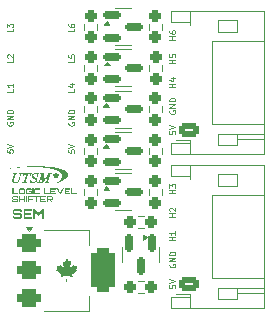
<source format=gto>
G04 #@! TF.GenerationSoftware,KiCad,Pcbnew,8.0.5*
G04 #@! TF.CreationDate,2025-02-14T04:05:40-05:00*
G04 #@! TF.ProjectId,UTSM Adaptor,5554534d-2041-4646-9170-746f722e6b69,rev?*
G04 #@! TF.SameCoordinates,Original*
G04 #@! TF.FileFunction,Legend,Top*
G04 #@! TF.FilePolarity,Positive*
%FSLAX46Y46*%
G04 Gerber Fmt 4.6, Leading zero omitted, Abs format (unit mm)*
G04 Created by KiCad (PCBNEW 8.0.5) date 2025-02-14 04:05:40*
%MOMM*%
%LPD*%
G01*
G04 APERTURE LIST*
G04 Aperture macros list*
%AMRoundRect*
0 Rectangle with rounded corners*
0 $1 Rounding radius*
0 $2 $3 $4 $5 $6 $7 $8 $9 X,Y pos of 4 corners*
0 Add a 4 corners polygon primitive as box body*
4,1,4,$2,$3,$4,$5,$6,$7,$8,$9,$2,$3,0*
0 Add four circle primitives for the rounded corners*
1,1,$1+$1,$2,$3*
1,1,$1+$1,$4,$5*
1,1,$1+$1,$6,$7*
1,1,$1+$1,$8,$9*
0 Add four rect primitives between the rounded corners*
20,1,$1+$1,$2,$3,$4,$5,0*
20,1,$1+$1,$4,$5,$6,$7,0*
20,1,$1+$1,$6,$7,$8,$9,0*
20,1,$1+$1,$8,$9,$2,$3,0*%
G04 Aperture macros list end*
%ADD10C,0.100000*%
%ADD11C,0.125000*%
%ADD12C,0.200000*%
%ADD13C,0.120000*%
%ADD14C,0.000000*%
%ADD15RoundRect,0.237500X-0.237500X0.250000X-0.237500X-0.250000X0.237500X-0.250000X0.237500X0.250000X0*%
%ADD16RoundRect,0.150000X-0.587500X-0.150000X0.587500X-0.150000X0.587500X0.150000X-0.587500X0.150000X0*%
%ADD17RoundRect,0.250000X0.625000X-0.350000X0.625000X0.350000X-0.625000X0.350000X-0.625000X-0.350000X0*%
%ADD18O,1.750000X1.200000*%
%ADD19RoundRect,0.237500X0.250000X0.237500X-0.250000X0.237500X-0.250000X-0.237500X0.250000X-0.237500X0*%
%ADD20RoundRect,0.237500X-0.250000X-0.237500X0.250000X-0.237500X0.250000X0.237500X-0.250000X0.237500X0*%
%ADD21RoundRect,0.375000X-0.625000X-0.375000X0.625000X-0.375000X0.625000X0.375000X-0.625000X0.375000X0*%
%ADD22RoundRect,0.500000X-0.500000X-1.400000X0.500000X-1.400000X0.500000X1.400000X-0.500000X1.400000X0*%
%ADD23RoundRect,0.150000X-0.150000X0.587500X-0.150000X-0.587500X0.150000X-0.587500X0.150000X0.587500X0*%
%ADD24R,1.700000X1.700000*%
%ADD25O,1.700000X1.700000*%
G04 APERTURE END LIST*
D10*
X124707419Y-63303258D02*
X124683609Y-63350877D01*
X124683609Y-63350877D02*
X124683609Y-63422306D01*
X124683609Y-63422306D02*
X124707419Y-63493734D01*
X124707419Y-63493734D02*
X124755038Y-63541353D01*
X124755038Y-63541353D02*
X124802657Y-63565163D01*
X124802657Y-63565163D02*
X124897895Y-63588972D01*
X124897895Y-63588972D02*
X124969323Y-63588972D01*
X124969323Y-63588972D02*
X125064561Y-63565163D01*
X125064561Y-63565163D02*
X125112180Y-63541353D01*
X125112180Y-63541353D02*
X125159800Y-63493734D01*
X125159800Y-63493734D02*
X125183609Y-63422306D01*
X125183609Y-63422306D02*
X125183609Y-63374687D01*
X125183609Y-63374687D02*
X125159800Y-63303258D01*
X125159800Y-63303258D02*
X125135990Y-63279449D01*
X125135990Y-63279449D02*
X124969323Y-63279449D01*
X124969323Y-63279449D02*
X124969323Y-63374687D01*
X125183609Y-63065163D02*
X124683609Y-63065163D01*
X124683609Y-63065163D02*
X125183609Y-62779449D01*
X125183609Y-62779449D02*
X124683609Y-62779449D01*
X125183609Y-62541353D02*
X124683609Y-62541353D01*
X124683609Y-62541353D02*
X124683609Y-62422305D01*
X124683609Y-62422305D02*
X124707419Y-62350877D01*
X124707419Y-62350877D02*
X124755038Y-62303258D01*
X124755038Y-62303258D02*
X124802657Y-62279448D01*
X124802657Y-62279448D02*
X124897895Y-62255639D01*
X124897895Y-62255639D02*
X124969323Y-62255639D01*
X124969323Y-62255639D02*
X125064561Y-62279448D01*
X125064561Y-62279448D02*
X125112180Y-62303258D01*
X125112180Y-62303258D02*
X125159800Y-62350877D01*
X125159800Y-62350877D02*
X125183609Y-62422305D01*
X125183609Y-62422305D02*
X125183609Y-62541353D01*
X111433609Y-56377068D02*
X111433609Y-56615163D01*
X111433609Y-56615163D02*
X110933609Y-56615163D01*
X110933609Y-56258020D02*
X110933609Y-55948496D01*
X110933609Y-55948496D02*
X111124085Y-56115163D01*
X111124085Y-56115163D02*
X111124085Y-56043734D01*
X111124085Y-56043734D02*
X111147895Y-55996115D01*
X111147895Y-55996115D02*
X111171704Y-55972306D01*
X111171704Y-55972306D02*
X111219323Y-55948496D01*
X111219323Y-55948496D02*
X111338371Y-55948496D01*
X111338371Y-55948496D02*
X111385990Y-55972306D01*
X111385990Y-55972306D02*
X111409800Y-55996115D01*
X111409800Y-55996115D02*
X111433609Y-56043734D01*
X111433609Y-56043734D02*
X111433609Y-56186591D01*
X111433609Y-56186591D02*
X111409800Y-56234210D01*
X111409800Y-56234210D02*
X111385990Y-56258020D01*
X110957419Y-64303258D02*
X110933609Y-64350877D01*
X110933609Y-64350877D02*
X110933609Y-64422306D01*
X110933609Y-64422306D02*
X110957419Y-64493734D01*
X110957419Y-64493734D02*
X111005038Y-64541353D01*
X111005038Y-64541353D02*
X111052657Y-64565163D01*
X111052657Y-64565163D02*
X111147895Y-64588972D01*
X111147895Y-64588972D02*
X111219323Y-64588972D01*
X111219323Y-64588972D02*
X111314561Y-64565163D01*
X111314561Y-64565163D02*
X111362180Y-64541353D01*
X111362180Y-64541353D02*
X111409800Y-64493734D01*
X111409800Y-64493734D02*
X111433609Y-64422306D01*
X111433609Y-64422306D02*
X111433609Y-64374687D01*
X111433609Y-64374687D02*
X111409800Y-64303258D01*
X111409800Y-64303258D02*
X111385990Y-64279449D01*
X111385990Y-64279449D02*
X111219323Y-64279449D01*
X111219323Y-64279449D02*
X111219323Y-64374687D01*
X111433609Y-64065163D02*
X110933609Y-64065163D01*
X110933609Y-64065163D02*
X111433609Y-63779449D01*
X111433609Y-63779449D02*
X110933609Y-63779449D01*
X111433609Y-63541353D02*
X110933609Y-63541353D01*
X110933609Y-63541353D02*
X110933609Y-63422305D01*
X110933609Y-63422305D02*
X110957419Y-63350877D01*
X110957419Y-63350877D02*
X111005038Y-63303258D01*
X111005038Y-63303258D02*
X111052657Y-63279448D01*
X111052657Y-63279448D02*
X111147895Y-63255639D01*
X111147895Y-63255639D02*
X111219323Y-63255639D01*
X111219323Y-63255639D02*
X111314561Y-63279448D01*
X111314561Y-63279448D02*
X111362180Y-63303258D01*
X111362180Y-63303258D02*
X111409800Y-63350877D01*
X111409800Y-63350877D02*
X111433609Y-63422305D01*
X111433609Y-63422305D02*
X111433609Y-63541353D01*
X125183609Y-59315163D02*
X124683609Y-59315163D01*
X124921704Y-59315163D02*
X124921704Y-59029449D01*
X125183609Y-59029449D02*
X124683609Y-59029449D01*
X124683609Y-58553258D02*
X124683609Y-58791353D01*
X124683609Y-58791353D02*
X124921704Y-58815162D01*
X124921704Y-58815162D02*
X124897895Y-58791353D01*
X124897895Y-58791353D02*
X124874085Y-58743734D01*
X124874085Y-58743734D02*
X124874085Y-58624686D01*
X124874085Y-58624686D02*
X124897895Y-58577067D01*
X124897895Y-58577067D02*
X124921704Y-58553258D01*
X124921704Y-58553258D02*
X124969323Y-58529448D01*
X124969323Y-58529448D02*
X125088371Y-58529448D01*
X125088371Y-58529448D02*
X125135990Y-58553258D01*
X125135990Y-58553258D02*
X125159800Y-58577067D01*
X125159800Y-58577067D02*
X125183609Y-58624686D01*
X125183609Y-58624686D02*
X125183609Y-58743734D01*
X125183609Y-58743734D02*
X125159800Y-58791353D01*
X125159800Y-58791353D02*
X125135990Y-58815162D01*
X124683609Y-65077068D02*
X124683609Y-65315163D01*
X124683609Y-65315163D02*
X124921704Y-65338972D01*
X124921704Y-65338972D02*
X124897895Y-65315163D01*
X124897895Y-65315163D02*
X124874085Y-65267544D01*
X124874085Y-65267544D02*
X124874085Y-65148496D01*
X124874085Y-65148496D02*
X124897895Y-65100877D01*
X124897895Y-65100877D02*
X124921704Y-65077068D01*
X124921704Y-65077068D02*
X124969323Y-65053258D01*
X124969323Y-65053258D02*
X125088371Y-65053258D01*
X125088371Y-65053258D02*
X125135990Y-65077068D01*
X125135990Y-65077068D02*
X125159800Y-65100877D01*
X125159800Y-65100877D02*
X125183609Y-65148496D01*
X125183609Y-65148496D02*
X125183609Y-65267544D01*
X125183609Y-65267544D02*
X125159800Y-65315163D01*
X125159800Y-65315163D02*
X125135990Y-65338972D01*
X124683609Y-64910401D02*
X125183609Y-64743735D01*
X125183609Y-64743735D02*
X124683609Y-64577068D01*
X110933609Y-66627068D02*
X110933609Y-66865163D01*
X110933609Y-66865163D02*
X111171704Y-66888972D01*
X111171704Y-66888972D02*
X111147895Y-66865163D01*
X111147895Y-66865163D02*
X111124085Y-66817544D01*
X111124085Y-66817544D02*
X111124085Y-66698496D01*
X111124085Y-66698496D02*
X111147895Y-66650877D01*
X111147895Y-66650877D02*
X111171704Y-66627068D01*
X111171704Y-66627068D02*
X111219323Y-66603258D01*
X111219323Y-66603258D02*
X111338371Y-66603258D01*
X111338371Y-66603258D02*
X111385990Y-66627068D01*
X111385990Y-66627068D02*
X111409800Y-66650877D01*
X111409800Y-66650877D02*
X111433609Y-66698496D01*
X111433609Y-66698496D02*
X111433609Y-66817544D01*
X111433609Y-66817544D02*
X111409800Y-66865163D01*
X111409800Y-66865163D02*
X111385990Y-66888972D01*
X110933609Y-66460401D02*
X111433609Y-66293735D01*
X111433609Y-66293735D02*
X110933609Y-66127068D01*
X125183609Y-61315163D02*
X124683609Y-61315163D01*
X124921704Y-61315163D02*
X124921704Y-61029449D01*
X125183609Y-61029449D02*
X124683609Y-61029449D01*
X124850276Y-60577067D02*
X125183609Y-60577067D01*
X124659800Y-60696115D02*
X125016942Y-60815162D01*
X125016942Y-60815162D02*
X125016942Y-60505639D01*
X116133609Y-66627068D02*
X116133609Y-66865163D01*
X116133609Y-66865163D02*
X116371704Y-66888972D01*
X116371704Y-66888972D02*
X116347895Y-66865163D01*
X116347895Y-66865163D02*
X116324085Y-66817544D01*
X116324085Y-66817544D02*
X116324085Y-66698496D01*
X116324085Y-66698496D02*
X116347895Y-66650877D01*
X116347895Y-66650877D02*
X116371704Y-66627068D01*
X116371704Y-66627068D02*
X116419323Y-66603258D01*
X116419323Y-66603258D02*
X116538371Y-66603258D01*
X116538371Y-66603258D02*
X116585990Y-66627068D01*
X116585990Y-66627068D02*
X116609800Y-66650877D01*
X116609800Y-66650877D02*
X116633609Y-66698496D01*
X116633609Y-66698496D02*
X116633609Y-66817544D01*
X116633609Y-66817544D02*
X116609800Y-66865163D01*
X116609800Y-66865163D02*
X116585990Y-66888972D01*
X116133609Y-66460401D02*
X116633609Y-66293735D01*
X116633609Y-66293735D02*
X116133609Y-66127068D01*
X125183609Y-72315163D02*
X124683609Y-72315163D01*
X124921704Y-72315163D02*
X124921704Y-72029449D01*
X125183609Y-72029449D02*
X124683609Y-72029449D01*
X124731228Y-71815162D02*
X124707419Y-71791353D01*
X124707419Y-71791353D02*
X124683609Y-71743734D01*
X124683609Y-71743734D02*
X124683609Y-71624686D01*
X124683609Y-71624686D02*
X124707419Y-71577067D01*
X124707419Y-71577067D02*
X124731228Y-71553258D01*
X124731228Y-71553258D02*
X124778847Y-71529448D01*
X124778847Y-71529448D02*
X124826466Y-71529448D01*
X124826466Y-71529448D02*
X124897895Y-71553258D01*
X124897895Y-71553258D02*
X125183609Y-71838972D01*
X125183609Y-71838972D02*
X125183609Y-71529448D01*
X124683609Y-78077068D02*
X124683609Y-78315163D01*
X124683609Y-78315163D02*
X124921704Y-78338972D01*
X124921704Y-78338972D02*
X124897895Y-78315163D01*
X124897895Y-78315163D02*
X124874085Y-78267544D01*
X124874085Y-78267544D02*
X124874085Y-78148496D01*
X124874085Y-78148496D02*
X124897895Y-78100877D01*
X124897895Y-78100877D02*
X124921704Y-78077068D01*
X124921704Y-78077068D02*
X124969323Y-78053258D01*
X124969323Y-78053258D02*
X125088371Y-78053258D01*
X125088371Y-78053258D02*
X125135990Y-78077068D01*
X125135990Y-78077068D02*
X125159800Y-78100877D01*
X125159800Y-78100877D02*
X125183609Y-78148496D01*
X125183609Y-78148496D02*
X125183609Y-78267544D01*
X125183609Y-78267544D02*
X125159800Y-78315163D01*
X125159800Y-78315163D02*
X125135990Y-78338972D01*
X124683609Y-77910401D02*
X125183609Y-77743735D01*
X125183609Y-77743735D02*
X124683609Y-77577068D01*
X125183609Y-74315163D02*
X124683609Y-74315163D01*
X124921704Y-74315163D02*
X124921704Y-74029449D01*
X125183609Y-74029449D02*
X124683609Y-74029449D01*
X125183609Y-73529448D02*
X125183609Y-73815162D01*
X125183609Y-73672305D02*
X124683609Y-73672305D01*
X124683609Y-73672305D02*
X124755038Y-73719924D01*
X124755038Y-73719924D02*
X124802657Y-73767543D01*
X124802657Y-73767543D02*
X124826466Y-73815162D01*
X125183609Y-70315163D02*
X124683609Y-70315163D01*
X124921704Y-70315163D02*
X124921704Y-70029449D01*
X125183609Y-70029449D02*
X124683609Y-70029449D01*
X124683609Y-69838972D02*
X124683609Y-69529448D01*
X124683609Y-69529448D02*
X124874085Y-69696115D01*
X124874085Y-69696115D02*
X124874085Y-69624686D01*
X124874085Y-69624686D02*
X124897895Y-69577067D01*
X124897895Y-69577067D02*
X124921704Y-69553258D01*
X124921704Y-69553258D02*
X124969323Y-69529448D01*
X124969323Y-69529448D02*
X125088371Y-69529448D01*
X125088371Y-69529448D02*
X125135990Y-69553258D01*
X125135990Y-69553258D02*
X125159800Y-69577067D01*
X125159800Y-69577067D02*
X125183609Y-69624686D01*
X125183609Y-69624686D02*
X125183609Y-69767543D01*
X125183609Y-69767543D02*
X125159800Y-69815162D01*
X125159800Y-69815162D02*
X125135990Y-69838972D01*
X116633609Y-56377068D02*
X116633609Y-56615163D01*
X116633609Y-56615163D02*
X116133609Y-56615163D01*
X116133609Y-55996115D02*
X116133609Y-56091353D01*
X116133609Y-56091353D02*
X116157419Y-56138972D01*
X116157419Y-56138972D02*
X116181228Y-56162782D01*
X116181228Y-56162782D02*
X116252657Y-56210401D01*
X116252657Y-56210401D02*
X116347895Y-56234210D01*
X116347895Y-56234210D02*
X116538371Y-56234210D01*
X116538371Y-56234210D02*
X116585990Y-56210401D01*
X116585990Y-56210401D02*
X116609800Y-56186591D01*
X116609800Y-56186591D02*
X116633609Y-56138972D01*
X116633609Y-56138972D02*
X116633609Y-56043734D01*
X116633609Y-56043734D02*
X116609800Y-55996115D01*
X116609800Y-55996115D02*
X116585990Y-55972306D01*
X116585990Y-55972306D02*
X116538371Y-55948496D01*
X116538371Y-55948496D02*
X116419323Y-55948496D01*
X116419323Y-55948496D02*
X116371704Y-55972306D01*
X116371704Y-55972306D02*
X116347895Y-55996115D01*
X116347895Y-55996115D02*
X116324085Y-56043734D01*
X116324085Y-56043734D02*
X116324085Y-56138972D01*
X116324085Y-56138972D02*
X116347895Y-56186591D01*
X116347895Y-56186591D02*
X116371704Y-56210401D01*
X116371704Y-56210401D02*
X116419323Y-56234210D01*
X116633609Y-58977068D02*
X116633609Y-59215163D01*
X116633609Y-59215163D02*
X116133609Y-59215163D01*
X116133609Y-58572306D02*
X116133609Y-58810401D01*
X116133609Y-58810401D02*
X116371704Y-58834210D01*
X116371704Y-58834210D02*
X116347895Y-58810401D01*
X116347895Y-58810401D02*
X116324085Y-58762782D01*
X116324085Y-58762782D02*
X116324085Y-58643734D01*
X116324085Y-58643734D02*
X116347895Y-58596115D01*
X116347895Y-58596115D02*
X116371704Y-58572306D01*
X116371704Y-58572306D02*
X116419323Y-58548496D01*
X116419323Y-58548496D02*
X116538371Y-58548496D01*
X116538371Y-58548496D02*
X116585990Y-58572306D01*
X116585990Y-58572306D02*
X116609800Y-58596115D01*
X116609800Y-58596115D02*
X116633609Y-58643734D01*
X116633609Y-58643734D02*
X116633609Y-58762782D01*
X116633609Y-58762782D02*
X116609800Y-58810401D01*
X116609800Y-58810401D02*
X116585990Y-58834210D01*
D11*
G36*
X111484699Y-71065000D02*
G01*
X111459054Y-71061733D01*
X111435607Y-71051933D01*
X111415640Y-71036484D01*
X111400191Y-71016517D01*
X111390391Y-70993101D01*
X111387124Y-70967547D01*
X111387124Y-70929078D01*
X111479570Y-70929078D01*
X111479570Y-70963639D01*
X111482013Y-70969623D01*
X111487997Y-70972065D01*
X111789270Y-70972065D01*
X111795254Y-70969623D01*
X111797819Y-70963639D01*
X111797819Y-70867773D01*
X111795254Y-70862034D01*
X111789270Y-70859591D01*
X111484699Y-70859591D01*
X111459054Y-70856294D01*
X111435607Y-70846402D01*
X111415640Y-70830923D01*
X111400191Y-70811109D01*
X111390391Y-70787784D01*
X111387124Y-70762016D01*
X111387124Y-70658457D01*
X111390391Y-70632934D01*
X111400191Y-70609609D01*
X111415640Y-70589581D01*
X111435607Y-70574193D01*
X111459054Y-70564302D01*
X111484699Y-70561004D01*
X111793667Y-70561004D01*
X111819068Y-70564302D01*
X111842271Y-70574193D01*
X111862177Y-70589581D01*
X111877686Y-70609609D01*
X111887761Y-70632934D01*
X111891120Y-70658457D01*
X111891120Y-70696926D01*
X111797819Y-70696926D01*
X111797819Y-70662365D01*
X111795254Y-70656503D01*
X111789270Y-70653939D01*
X111487997Y-70653939D01*
X111482013Y-70656503D01*
X111479570Y-70662365D01*
X111479570Y-70758230D01*
X111482013Y-70764092D01*
X111487997Y-70766413D01*
X111793667Y-70766413D01*
X111819068Y-70769740D01*
X111842271Y-70779724D01*
X111862177Y-70795142D01*
X111877686Y-70815017D01*
X111887761Y-70838251D01*
X111891120Y-70863988D01*
X111891120Y-70967547D01*
X111887761Y-70993101D01*
X111877686Y-71016517D01*
X111862177Y-71036484D01*
X111842271Y-71051933D01*
X111819068Y-71061733D01*
X111793667Y-71065000D01*
X111484699Y-71065000D01*
G37*
G36*
X111967812Y-71065000D02*
G01*
X111967812Y-70561004D01*
X112060136Y-70561004D01*
X112060136Y-70766413D01*
X112390352Y-70766413D01*
X112390352Y-70561004D01*
X112482920Y-70561004D01*
X112482920Y-71065000D01*
X112390352Y-71065000D01*
X112390352Y-70859591D01*
X112060136Y-70859591D01*
X112060136Y-71065000D01*
X111967812Y-71065000D01*
G37*
G36*
X112552651Y-71065000D02*
G01*
X112552651Y-70561004D01*
X112644364Y-70561004D01*
X112644364Y-71065000D01*
X112552651Y-71065000D01*
G37*
G36*
X112713363Y-71065000D02*
G01*
X112713363Y-70561004D01*
X113177180Y-70561004D01*
X113177180Y-70653939D01*
X112806786Y-70653939D01*
X112806786Y-70766413D01*
X113104884Y-70766413D01*
X113104884Y-70859591D01*
X112806786Y-70859591D01*
X112806786Y-71065000D01*
X112713363Y-71065000D01*
G37*
G36*
X113405425Y-71065000D02*
G01*
X113405425Y-70653939D01*
X113199773Y-70653939D01*
X113199773Y-70561004D01*
X113703768Y-70561004D01*
X113703768Y-70653939D01*
X113498237Y-70653939D01*
X113498237Y-71065000D01*
X113405425Y-71065000D01*
G37*
G36*
X113757257Y-71065000D02*
G01*
X113757257Y-70561004D01*
X114221074Y-70561004D01*
X114221074Y-70653939D01*
X113850680Y-70653939D01*
X113850680Y-70766413D01*
X114148778Y-70766413D01*
X114148778Y-70859591D01*
X113850680Y-70859591D01*
X113850680Y-70972065D01*
X114221074Y-70972065D01*
X114221074Y-71065000D01*
X113757257Y-71065000D01*
G37*
G36*
X114723360Y-70565065D02*
G01*
X114746685Y-70575048D01*
X114766774Y-70590497D01*
X114782344Y-70610464D01*
X114792419Y-70633758D01*
X114795778Y-70659190D01*
X114795778Y-70794867D01*
X114792419Y-70820329D01*
X114782344Y-70843715D01*
X114766774Y-70863682D01*
X114746685Y-70879131D01*
X114723360Y-70889023D01*
X114697836Y-70892320D01*
X114669952Y-70892363D01*
X114794190Y-71039232D01*
X114794190Y-71065000D01*
X114693806Y-71065000D01*
X114549033Y-70892551D01*
X114384228Y-70892808D01*
X114384228Y-71065000D01*
X114291782Y-71065000D01*
X114291782Y-70662609D01*
X114384228Y-70662609D01*
X114384228Y-70790959D01*
X114386671Y-70796943D01*
X114392655Y-70799263D01*
X114693928Y-70799263D01*
X114699912Y-70796943D01*
X114702477Y-70790959D01*
X114702477Y-70662609D01*
X114699912Y-70656625D01*
X114693928Y-70654061D01*
X114392655Y-70654061D01*
X114386671Y-70656625D01*
X114384228Y-70662609D01*
X114291782Y-70662609D01*
X114291782Y-70561737D01*
X114697836Y-70561737D01*
X114723360Y-70565065D01*
G37*
D10*
X116633609Y-61477068D02*
X116633609Y-61715163D01*
X116633609Y-61715163D02*
X116133609Y-61715163D01*
X116300276Y-61096115D02*
X116633609Y-61096115D01*
X116109800Y-61215163D02*
X116466942Y-61334210D01*
X116466942Y-61334210D02*
X116466942Y-61024687D01*
X111433609Y-61477068D02*
X111433609Y-61715163D01*
X111433609Y-61715163D02*
X110933609Y-61715163D01*
X111433609Y-61048496D02*
X111433609Y-61334210D01*
X111433609Y-61191353D02*
X110933609Y-61191353D01*
X110933609Y-61191353D02*
X111005038Y-61238972D01*
X111005038Y-61238972D02*
X111052657Y-61286591D01*
X111052657Y-61286591D02*
X111076466Y-61334210D01*
X125183609Y-57315163D02*
X124683609Y-57315163D01*
X124921704Y-57315163D02*
X124921704Y-57029449D01*
X125183609Y-57029449D02*
X124683609Y-57029449D01*
X124683609Y-56577067D02*
X124683609Y-56672305D01*
X124683609Y-56672305D02*
X124707419Y-56719924D01*
X124707419Y-56719924D02*
X124731228Y-56743734D01*
X124731228Y-56743734D02*
X124802657Y-56791353D01*
X124802657Y-56791353D02*
X124897895Y-56815162D01*
X124897895Y-56815162D02*
X125088371Y-56815162D01*
X125088371Y-56815162D02*
X125135990Y-56791353D01*
X125135990Y-56791353D02*
X125159800Y-56767543D01*
X125159800Y-56767543D02*
X125183609Y-56719924D01*
X125183609Y-56719924D02*
X125183609Y-56624686D01*
X125183609Y-56624686D02*
X125159800Y-56577067D01*
X125159800Y-56577067D02*
X125135990Y-56553258D01*
X125135990Y-56553258D02*
X125088371Y-56529448D01*
X125088371Y-56529448D02*
X124969323Y-56529448D01*
X124969323Y-56529448D02*
X124921704Y-56553258D01*
X124921704Y-56553258D02*
X124897895Y-56577067D01*
X124897895Y-56577067D02*
X124874085Y-56624686D01*
X124874085Y-56624686D02*
X124874085Y-56719924D01*
X124874085Y-56719924D02*
X124897895Y-56767543D01*
X124897895Y-56767543D02*
X124921704Y-56791353D01*
X124921704Y-56791353D02*
X124969323Y-56815162D01*
D11*
G36*
X111389933Y-70415000D02*
G01*
X111389933Y-69910272D01*
X111482257Y-69910272D01*
X111482257Y-70322065D01*
X111893928Y-70322065D01*
X111893928Y-70415000D01*
X111389933Y-70415000D01*
G37*
G36*
X112364829Y-69914302D02*
G01*
X112388032Y-69924193D01*
X112408029Y-69939581D01*
X112423569Y-69959609D01*
X112433644Y-69982934D01*
X112437002Y-70008457D01*
X112437002Y-70317547D01*
X112433644Y-70343101D01*
X112423569Y-70366517D01*
X112408029Y-70386484D01*
X112388032Y-70401933D01*
X112364829Y-70411733D01*
X112339427Y-70415000D01*
X112030460Y-70415000D01*
X112004845Y-70411733D01*
X111981489Y-70401933D01*
X111961523Y-70386484D01*
X111946074Y-70366517D01*
X111936274Y-70343101D01*
X111933007Y-70317547D01*
X111933007Y-70012365D01*
X112025331Y-70012365D01*
X112025331Y-70313639D01*
X112027773Y-70319623D01*
X112033879Y-70322065D01*
X112335153Y-70322065D01*
X112341015Y-70319623D01*
X112343579Y-70313639D01*
X112343579Y-70012365D01*
X112341015Y-70006503D01*
X112335153Y-70003939D01*
X112033879Y-70003939D01*
X112027773Y-70006503D01*
X112025331Y-70012365D01*
X111933007Y-70012365D01*
X111933007Y-70008457D01*
X111936274Y-69982934D01*
X111946074Y-69959609D01*
X111961523Y-69939581D01*
X111981489Y-69924193D01*
X112004845Y-69914302D01*
X112030460Y-69911004D01*
X112339427Y-69911004D01*
X112364829Y-69914302D01*
G37*
G36*
X112611147Y-70415000D02*
G01*
X112585594Y-70411733D01*
X112562177Y-70401933D01*
X112542210Y-70386484D01*
X112526762Y-70366517D01*
X112516961Y-70343101D01*
X112513695Y-70317547D01*
X112513695Y-70008457D01*
X112516961Y-69982934D01*
X112526762Y-69959609D01*
X112542210Y-69939581D01*
X112562177Y-69924193D01*
X112585594Y-69914302D01*
X112611147Y-69911004D01*
X112919748Y-69911004D01*
X112945272Y-69914302D01*
X112968597Y-69924193D01*
X112988686Y-69939581D01*
X113004256Y-69959609D01*
X113014331Y-69982934D01*
X113017690Y-70008457D01*
X113017690Y-70047658D01*
X112924389Y-70047658D01*
X112924389Y-70012365D01*
X112921824Y-70006503D01*
X112915840Y-70003939D01*
X112614567Y-70003939D01*
X112608583Y-70006503D01*
X112606140Y-70012365D01*
X112606140Y-70313639D01*
X112608583Y-70319623D01*
X112614567Y-70322065D01*
X112915840Y-70322065D01*
X112921824Y-70319623D01*
X112924389Y-70313639D01*
X112924389Y-70222780D01*
X112810327Y-70222780D01*
X112810327Y-70129724D01*
X113017690Y-70129724D01*
X113017690Y-70317547D01*
X113014331Y-70343101D01*
X113004256Y-70366517D01*
X112988686Y-70386484D01*
X112968597Y-70401933D01*
X112945272Y-70411733D01*
X112919748Y-70415000D01*
X112611147Y-70415000D01*
G37*
G36*
X113084612Y-70415000D02*
G01*
X113084612Y-69911004D01*
X113176325Y-69911004D01*
X113176325Y-70415000D01*
X113084612Y-70415000D01*
G37*
G36*
X113341434Y-70415000D02*
G01*
X113315727Y-70411733D01*
X113292341Y-70401933D01*
X113272465Y-70386515D01*
X113257048Y-70366639D01*
X113247247Y-70343253D01*
X113243981Y-70317547D01*
X113243981Y-70008457D01*
X113247247Y-69982781D01*
X113257048Y-69959487D01*
X113272465Y-69939550D01*
X113292341Y-69924193D01*
X113315727Y-69914302D01*
X113341434Y-69911004D01*
X113746632Y-69911004D01*
X113746632Y-70003939D01*
X113360851Y-70003939D01*
X113343021Y-70010289D01*
X113336427Y-70028241D01*
X113336427Y-70297763D01*
X113343021Y-70315471D01*
X113360851Y-70322065D01*
X113746632Y-70322065D01*
X113746632Y-70415000D01*
X113341434Y-70415000D01*
G37*
G36*
X114034106Y-70415000D02*
G01*
X114034106Y-69910272D01*
X114126430Y-69910272D01*
X114126430Y-70322065D01*
X114538101Y-70322065D01*
X114538101Y-70415000D01*
X114034106Y-70415000D01*
G37*
G36*
X114579867Y-70415000D02*
G01*
X114579867Y-69911004D01*
X115043684Y-69911004D01*
X115043684Y-70003939D01*
X114673290Y-70003939D01*
X114673290Y-70116413D01*
X114971388Y-70116413D01*
X114971388Y-70209591D01*
X114673290Y-70209591D01*
X114673290Y-70322065D01*
X115043684Y-70322065D01*
X115043684Y-70415000D01*
X114579867Y-70415000D01*
G37*
G36*
X115391608Y-70415000D02*
G01*
X115099738Y-69911004D01*
X115207205Y-69911004D01*
X115433129Y-70302770D01*
X115658932Y-69911004D01*
X115765910Y-69911004D01*
X115474284Y-70415000D01*
X115391608Y-70415000D01*
G37*
G36*
X115817690Y-70415000D02*
G01*
X115817690Y-69911004D01*
X116281507Y-69911004D01*
X116281507Y-70003939D01*
X115911113Y-70003939D01*
X115911113Y-70116413D01*
X116209211Y-70116413D01*
X116209211Y-70209591D01*
X115911113Y-70209591D01*
X115911113Y-70322065D01*
X116281507Y-70322065D01*
X116281507Y-70415000D01*
X115817690Y-70415000D01*
G37*
G36*
X116352948Y-70415000D02*
G01*
X116352948Y-69910272D01*
X116445272Y-69910272D01*
X116445272Y-70322065D01*
X116856943Y-70322065D01*
X116856943Y-70415000D01*
X116352948Y-70415000D01*
G37*
D10*
X124707419Y-76303258D02*
X124683609Y-76350877D01*
X124683609Y-76350877D02*
X124683609Y-76422306D01*
X124683609Y-76422306D02*
X124707419Y-76493734D01*
X124707419Y-76493734D02*
X124755038Y-76541353D01*
X124755038Y-76541353D02*
X124802657Y-76565163D01*
X124802657Y-76565163D02*
X124897895Y-76588972D01*
X124897895Y-76588972D02*
X124969323Y-76588972D01*
X124969323Y-76588972D02*
X125064561Y-76565163D01*
X125064561Y-76565163D02*
X125112180Y-76541353D01*
X125112180Y-76541353D02*
X125159800Y-76493734D01*
X125159800Y-76493734D02*
X125183609Y-76422306D01*
X125183609Y-76422306D02*
X125183609Y-76374687D01*
X125183609Y-76374687D02*
X125159800Y-76303258D01*
X125159800Y-76303258D02*
X125135990Y-76279449D01*
X125135990Y-76279449D02*
X124969323Y-76279449D01*
X124969323Y-76279449D02*
X124969323Y-76374687D01*
X125183609Y-76065163D02*
X124683609Y-76065163D01*
X124683609Y-76065163D02*
X125183609Y-75779449D01*
X125183609Y-75779449D02*
X124683609Y-75779449D01*
X125183609Y-75541353D02*
X124683609Y-75541353D01*
X124683609Y-75541353D02*
X124683609Y-75422305D01*
X124683609Y-75422305D02*
X124707419Y-75350877D01*
X124707419Y-75350877D02*
X124755038Y-75303258D01*
X124755038Y-75303258D02*
X124802657Y-75279448D01*
X124802657Y-75279448D02*
X124897895Y-75255639D01*
X124897895Y-75255639D02*
X124969323Y-75255639D01*
X124969323Y-75255639D02*
X125064561Y-75279448D01*
X125064561Y-75279448D02*
X125112180Y-75303258D01*
X125112180Y-75303258D02*
X125159800Y-75350877D01*
X125159800Y-75350877D02*
X125183609Y-75422305D01*
X125183609Y-75422305D02*
X125183609Y-75541353D01*
X116157419Y-64303258D02*
X116133609Y-64350877D01*
X116133609Y-64350877D02*
X116133609Y-64422306D01*
X116133609Y-64422306D02*
X116157419Y-64493734D01*
X116157419Y-64493734D02*
X116205038Y-64541353D01*
X116205038Y-64541353D02*
X116252657Y-64565163D01*
X116252657Y-64565163D02*
X116347895Y-64588972D01*
X116347895Y-64588972D02*
X116419323Y-64588972D01*
X116419323Y-64588972D02*
X116514561Y-64565163D01*
X116514561Y-64565163D02*
X116562180Y-64541353D01*
X116562180Y-64541353D02*
X116609800Y-64493734D01*
X116609800Y-64493734D02*
X116633609Y-64422306D01*
X116633609Y-64422306D02*
X116633609Y-64374687D01*
X116633609Y-64374687D02*
X116609800Y-64303258D01*
X116609800Y-64303258D02*
X116585990Y-64279449D01*
X116585990Y-64279449D02*
X116419323Y-64279449D01*
X116419323Y-64279449D02*
X116419323Y-64374687D01*
X116633609Y-64065163D02*
X116133609Y-64065163D01*
X116133609Y-64065163D02*
X116633609Y-63779449D01*
X116633609Y-63779449D02*
X116133609Y-63779449D01*
X116633609Y-63541353D02*
X116133609Y-63541353D01*
X116133609Y-63541353D02*
X116133609Y-63422305D01*
X116133609Y-63422305D02*
X116157419Y-63350877D01*
X116157419Y-63350877D02*
X116205038Y-63303258D01*
X116205038Y-63303258D02*
X116252657Y-63279448D01*
X116252657Y-63279448D02*
X116347895Y-63255639D01*
X116347895Y-63255639D02*
X116419323Y-63255639D01*
X116419323Y-63255639D02*
X116514561Y-63279448D01*
X116514561Y-63279448D02*
X116562180Y-63303258D01*
X116562180Y-63303258D02*
X116609800Y-63350877D01*
X116609800Y-63350877D02*
X116633609Y-63422305D01*
X116633609Y-63422305D02*
X116633609Y-63541353D01*
X111433609Y-58977068D02*
X111433609Y-59215163D01*
X111433609Y-59215163D02*
X110933609Y-59215163D01*
X110981228Y-58834210D02*
X110957419Y-58810401D01*
X110957419Y-58810401D02*
X110933609Y-58762782D01*
X110933609Y-58762782D02*
X110933609Y-58643734D01*
X110933609Y-58643734D02*
X110957419Y-58596115D01*
X110957419Y-58596115D02*
X110981228Y-58572306D01*
X110981228Y-58572306D02*
X111028847Y-58548496D01*
X111028847Y-58548496D02*
X111076466Y-58548496D01*
X111076466Y-58548496D02*
X111147895Y-58572306D01*
X111147895Y-58572306D02*
X111433609Y-58858020D01*
X111433609Y-58858020D02*
X111433609Y-58548496D01*
D12*
G36*
X111565519Y-72464000D02*
G01*
X111524487Y-72458773D01*
X111486971Y-72443092D01*
X111455024Y-72418375D01*
X111430307Y-72386428D01*
X111414626Y-72348961D01*
X111409399Y-72308075D01*
X111409399Y-72246526D01*
X111557313Y-72246526D01*
X111557313Y-72301822D01*
X111561221Y-72311397D01*
X111570795Y-72315304D01*
X112052833Y-72315304D01*
X112062407Y-72311397D01*
X112066510Y-72301822D01*
X112066510Y-72148438D01*
X112062407Y-72139254D01*
X112052833Y-72135346D01*
X111565519Y-72135346D01*
X111524487Y-72130071D01*
X111486971Y-72114244D01*
X111455024Y-72089478D01*
X111430307Y-72057775D01*
X111414626Y-72020454D01*
X111409399Y-71979226D01*
X111409399Y-71813532D01*
X111414626Y-71772695D01*
X111430307Y-71735374D01*
X111455024Y-71703330D01*
X111486971Y-71678710D01*
X111524487Y-71662883D01*
X111565519Y-71657607D01*
X112059867Y-71657607D01*
X112100509Y-71662883D01*
X112137634Y-71678710D01*
X112169483Y-71703330D01*
X112194298Y-71735374D01*
X112210418Y-71772695D01*
X112215792Y-71813532D01*
X112215792Y-71875081D01*
X112066510Y-71875081D01*
X112066510Y-71819785D01*
X112062407Y-71810406D01*
X112052833Y-71806302D01*
X111570795Y-71806302D01*
X111561221Y-71810406D01*
X111557313Y-71819785D01*
X111557313Y-71973169D01*
X111561221Y-71982548D01*
X111570795Y-71986260D01*
X112059867Y-71986260D01*
X112100509Y-71991585D01*
X112137634Y-72007558D01*
X112169483Y-72032227D01*
X112194298Y-72064027D01*
X112210418Y-72101201D01*
X112215792Y-72142381D01*
X112215792Y-72308075D01*
X112210418Y-72348961D01*
X112194298Y-72386428D01*
X112169483Y-72418375D01*
X112137634Y-72443092D01*
X112100509Y-72458773D01*
X112059867Y-72464000D01*
X111565519Y-72464000D01*
G37*
G36*
X112339476Y-72464000D02*
G01*
X112339476Y-71657607D01*
X113081584Y-71657607D01*
X113081584Y-71806302D01*
X112488953Y-71806302D01*
X112488953Y-71986260D01*
X112965910Y-71986260D01*
X112965910Y-72135346D01*
X112488953Y-72135346D01*
X112488953Y-72315304D01*
X113081584Y-72315304D01*
X113081584Y-72464000D01*
X112339476Y-72464000D01*
G37*
G36*
X113170488Y-72464000D02*
G01*
X113170488Y-71657607D01*
X113332665Y-71657607D01*
X113624975Y-72006191D01*
X113916699Y-71657607D01*
X114079658Y-71657607D01*
X114079658Y-72464000D01*
X113930963Y-72464000D01*
X113930963Y-71872541D01*
X113624975Y-72237147D01*
X113318401Y-71873323D01*
X113318401Y-72464000D01*
X113170488Y-72464000D01*
G37*
D13*
X117477500Y-62945276D02*
X117477500Y-63454724D01*
X118522500Y-62945276D02*
X118522500Y-63454724D01*
X122977500Y-62945276D02*
X122977500Y-63454724D01*
X124022500Y-62945276D02*
X124022500Y-63454724D01*
X122977500Y-55945276D02*
X122977500Y-56454724D01*
X124022500Y-55945276D02*
X124022500Y-56454724D01*
D14*
G36*
X111102012Y-68236684D02*
G01*
X111101869Y-68236902D01*
X111101382Y-68236936D01*
X111100870Y-68236819D01*
X111101092Y-68236646D01*
X111101843Y-68236589D01*
X111102012Y-68236684D01*
G37*
G36*
X113009015Y-68633982D02*
G01*
X113011281Y-68635588D01*
X113012886Y-68637828D01*
X113013739Y-68640565D01*
X113013821Y-68641273D01*
X113013823Y-68641606D01*
X113013777Y-68642064D01*
X113013673Y-68642683D01*
X113013499Y-68643495D01*
X113013246Y-68644537D01*
X113012902Y-68645841D01*
X113012457Y-68647443D01*
X113011900Y-68649377D01*
X113011221Y-68651678D01*
X113010408Y-68654379D01*
X113009452Y-68657515D01*
X113008342Y-68661121D01*
X113007067Y-68665231D01*
X113005616Y-68669879D01*
X113003979Y-68675100D01*
X113002145Y-68680928D01*
X113000104Y-68687398D01*
X112997844Y-68694544D01*
X112995356Y-68702400D01*
X112992628Y-68711001D01*
X112989650Y-68720381D01*
X112986412Y-68730574D01*
X112982902Y-68741616D01*
X112979371Y-68752721D01*
X112975176Y-68765905D01*
X112971228Y-68778292D01*
X112967532Y-68789873D01*
X112964089Y-68800641D01*
X112960902Y-68810588D01*
X112957974Y-68819705D01*
X112955307Y-68827984D01*
X112952904Y-68835418D01*
X112950767Y-68841997D01*
X112948900Y-68847715D01*
X112947304Y-68852562D01*
X112945983Y-68856532D01*
X112944939Y-68859614D01*
X112944175Y-68861802D01*
X112943693Y-68863088D01*
X112943529Y-68863440D01*
X112942363Y-68864821D01*
X112940866Y-68866173D01*
X112940337Y-68866560D01*
X112938336Y-68867918D01*
X112915777Y-68868048D01*
X112910320Y-68868079D01*
X112905736Y-68868100D01*
X112901941Y-68868098D01*
X112898846Y-68868062D01*
X112896366Y-68867983D01*
X112894415Y-68867848D01*
X112892906Y-68867647D01*
X112891754Y-68867369D01*
X112890871Y-68867003D01*
X112890172Y-68866538D01*
X112889570Y-68865963D01*
X112888979Y-68865268D01*
X112888429Y-68864584D01*
X112886977Y-68862791D01*
X112886673Y-68841116D01*
X112886549Y-68833600D01*
X112886397Y-68826907D01*
X112886205Y-68820899D01*
X112885967Y-68815438D01*
X112885671Y-68810387D01*
X112885310Y-68805608D01*
X112884875Y-68800964D01*
X112884355Y-68796318D01*
X112883742Y-68791531D01*
X112883076Y-68786800D01*
X112880985Y-68774532D01*
X112878407Y-68763076D01*
X112875335Y-68752410D01*
X112871763Y-68742516D01*
X112867683Y-68733373D01*
X112863088Y-68724961D01*
X112860532Y-68720926D01*
X112856238Y-68715064D01*
X112851763Y-68710120D01*
X112847066Y-68706062D01*
X112842104Y-68702856D01*
X112836838Y-68700472D01*
X112832739Y-68699223D01*
X112829504Y-68698555D01*
X112825369Y-68697922D01*
X112820391Y-68697328D01*
X112814630Y-68696776D01*
X112808144Y-68696269D01*
X112800992Y-68695810D01*
X112793232Y-68695402D01*
X112784924Y-68695049D01*
X112776126Y-68694753D01*
X112766896Y-68694518D01*
X112757293Y-68694348D01*
X112747376Y-68694244D01*
X112740353Y-68694214D01*
X112713245Y-68694163D01*
X112612086Y-69012033D01*
X112606661Y-69029084D01*
X112601305Y-69045921D01*
X112596025Y-69062521D01*
X112590831Y-69078859D01*
X112585729Y-69094911D01*
X112580726Y-69110655D01*
X112575830Y-69126067D01*
X112571049Y-69141122D01*
X112566389Y-69155797D01*
X112561860Y-69170069D01*
X112557467Y-69183913D01*
X112553219Y-69197307D01*
X112549123Y-69210226D01*
X112545186Y-69222646D01*
X112541417Y-69234545D01*
X112537822Y-69245898D01*
X112534409Y-69256682D01*
X112531186Y-69266872D01*
X112528160Y-69276446D01*
X112525338Y-69285380D01*
X112522728Y-69293650D01*
X112520338Y-69301231D01*
X112518175Y-69308102D01*
X112516246Y-69314237D01*
X112514560Y-69319613D01*
X112513123Y-69324207D01*
X112511943Y-69327995D01*
X112511028Y-69330953D01*
X112510385Y-69333057D01*
X112510021Y-69334284D01*
X112509941Y-69334585D01*
X112509400Y-69337709D01*
X112508985Y-69341219D01*
X112508708Y-69344866D01*
X112508582Y-69348402D01*
X112508619Y-69351580D01*
X112508830Y-69354152D01*
X112508947Y-69354857D01*
X112510061Y-69358817D01*
X112511783Y-69362199D01*
X112514223Y-69365165D01*
X112517493Y-69367877D01*
X112518106Y-69368303D01*
X112520144Y-69369605D01*
X112522284Y-69370794D01*
X112524635Y-69371910D01*
X112527303Y-69372989D01*
X112530398Y-69374070D01*
X112534028Y-69375192D01*
X112538300Y-69376393D01*
X112543323Y-69377712D01*
X112547772Y-69378832D01*
X112558696Y-69381441D01*
X112568842Y-69383647D01*
X112578298Y-69385467D01*
X112587150Y-69386915D01*
X112595485Y-69388007D01*
X112602012Y-69388650D01*
X112605127Y-69388922D01*
X112607443Y-69389165D01*
X112609118Y-69389407D01*
X112610312Y-69389677D01*
X112611182Y-69390003D01*
X112611888Y-69390414D01*
X112611895Y-69390419D01*
X112614079Y-69392450D01*
X112615442Y-69394965D01*
X112615918Y-69397271D01*
X112615942Y-69397962D01*
X112615885Y-69398763D01*
X112615723Y-69399764D01*
X112615431Y-69401053D01*
X112614984Y-69402718D01*
X112614356Y-69404850D01*
X112613521Y-69407536D01*
X112612456Y-69410865D01*
X112611135Y-69414926D01*
X112609533Y-69419808D01*
X112609530Y-69419817D01*
X112607663Y-69425445D01*
X112606058Y-69430187D01*
X112604701Y-69434078D01*
X112603581Y-69437152D01*
X112602684Y-69439444D01*
X112601999Y-69440989D01*
X112601564Y-69441751D01*
X112600213Y-69443181D01*
X112598459Y-69444485D01*
X112597805Y-69444853D01*
X112595417Y-69446064D01*
X112405686Y-69446063D01*
X112215954Y-69446063D01*
X112213875Y-69445034D01*
X112211645Y-69443416D01*
X112210058Y-69441149D01*
X112209206Y-69438370D01*
X112209160Y-69438028D01*
X112209111Y-69437377D01*
X112209134Y-69436648D01*
X112209254Y-69435751D01*
X112209494Y-69434597D01*
X112209881Y-69433097D01*
X112210439Y-69431162D01*
X112211193Y-69428704D01*
X112212169Y-69425632D01*
X112213390Y-69421858D01*
X112214882Y-69417294D01*
X112215456Y-69415544D01*
X112216867Y-69411286D01*
X112218227Y-69407259D01*
X112219499Y-69403567D01*
X112220646Y-69400313D01*
X112221632Y-69397599D01*
X112222421Y-69395529D01*
X112222974Y-69394205D01*
X112223185Y-69393802D01*
X112224645Y-69392149D01*
X112226541Y-69390664D01*
X112228528Y-69389588D01*
X112229809Y-69389202D01*
X112230745Y-69389090D01*
X112232462Y-69388921D01*
X112234789Y-69388712D01*
X112237548Y-69388478D01*
X112240567Y-69388235D01*
X112240914Y-69388208D01*
X112245148Y-69387861D01*
X112249935Y-69387440D01*
X112255134Y-69386961D01*
X112260606Y-69386437D01*
X112266209Y-69385882D01*
X112271803Y-69385312D01*
X112277247Y-69384741D01*
X112282401Y-69384183D01*
X112287124Y-69383653D01*
X112291277Y-69383165D01*
X112294718Y-69382734D01*
X112296731Y-69382458D01*
X112302967Y-69381496D01*
X112308811Y-69380470D01*
X112314131Y-69379407D01*
X112318795Y-69378333D01*
X112322674Y-69377276D01*
X112323712Y-69376951D01*
X112329303Y-69374860D01*
X112334944Y-69372254D01*
X112340391Y-69369267D01*
X112345398Y-69366035D01*
X112349721Y-69362693D01*
X112350205Y-69362271D01*
X112354888Y-69357573D01*
X112359286Y-69352054D01*
X112363321Y-69345828D01*
X112366917Y-69339012D01*
X112369301Y-69333532D01*
X112369511Y-69332913D01*
X112370001Y-69331412D01*
X112370764Y-69329056D01*
X112371788Y-69325875D01*
X112373067Y-69321897D01*
X112374590Y-69317149D01*
X112376348Y-69311661D01*
X112378333Y-69305460D01*
X112380535Y-69298575D01*
X112382946Y-69291034D01*
X112385556Y-69282865D01*
X112388356Y-69274097D01*
X112391338Y-69264759D01*
X112394493Y-69254877D01*
X112397811Y-69244481D01*
X112401283Y-69233599D01*
X112404900Y-69222260D01*
X112408654Y-69210491D01*
X112412535Y-69198321D01*
X112416535Y-69185778D01*
X112420643Y-69172890D01*
X112424853Y-69159687D01*
X112429153Y-69146195D01*
X112433535Y-69132444D01*
X112437991Y-69118462D01*
X112442511Y-69104276D01*
X112447086Y-69089916D01*
X112451708Y-69075410D01*
X112456366Y-69060786D01*
X112461053Y-69046071D01*
X112465759Y-69031296D01*
X112470475Y-69016487D01*
X112475192Y-69001674D01*
X112479901Y-68986884D01*
X112484593Y-68972146D01*
X112489260Y-68957488D01*
X112493891Y-68942939D01*
X112498479Y-68928526D01*
X112503013Y-68914278D01*
X112507486Y-68900224D01*
X112511887Y-68886391D01*
X112516209Y-68872808D01*
X112520441Y-68859504D01*
X112524576Y-68846506D01*
X112528603Y-68833843D01*
X112532514Y-68821544D01*
X112536301Y-68809636D01*
X112539953Y-68798147D01*
X112543462Y-68787107D01*
X112546819Y-68776543D01*
X112550014Y-68766484D01*
X112553040Y-68756958D01*
X112555886Y-68747994D01*
X112558544Y-68739619D01*
X112561005Y-68731862D01*
X112563260Y-68724752D01*
X112565300Y-68718316D01*
X112567115Y-68712583D01*
X112568697Y-68707581D01*
X112570037Y-68703339D01*
X112571125Y-68699884D01*
X112571953Y-68697246D01*
X112572512Y-68695452D01*
X112572792Y-68694531D01*
X112572825Y-68694407D01*
X112572360Y-68694257D01*
X112571018Y-68694139D01*
X112568883Y-68694051D01*
X112566038Y-68693993D01*
X112562568Y-68693962D01*
X112558554Y-68693960D01*
X112554080Y-68693983D01*
X112549230Y-68694031D01*
X112544087Y-68694102D01*
X112538734Y-68694196D01*
X112533254Y-68694312D01*
X112527730Y-68694448D01*
X112522247Y-68694603D01*
X112516887Y-68694776D01*
X112511733Y-68694966D01*
X112506869Y-68695171D01*
X112502747Y-68695372D01*
X112496666Y-68695715D01*
X112490677Y-68696099D01*
X112484880Y-68696517D01*
X112479373Y-68696958D01*
X112474258Y-68697414D01*
X112469635Y-68697874D01*
X112465602Y-68698331D01*
X112462261Y-68698774D01*
X112459711Y-68699194D01*
X112458477Y-68699463D01*
X112453409Y-68701090D01*
X112447850Y-68703500D01*
X112441797Y-68706695D01*
X112435246Y-68710676D01*
X112428194Y-68715448D01*
X112420637Y-68721012D01*
X112412572Y-68727371D01*
X112403995Y-68734527D01*
X112394903Y-68742483D01*
X112385293Y-68751241D01*
X112383519Y-68752892D01*
X112375557Y-68760543D01*
X112367365Y-68768825D01*
X112359040Y-68777621D01*
X112350680Y-68786816D01*
X112342382Y-68796294D01*
X112334243Y-68805939D01*
X112326360Y-68815635D01*
X112318830Y-68825266D01*
X112311751Y-68834717D01*
X112305220Y-68843872D01*
X112299333Y-68852614D01*
X112297517Y-68855439D01*
X112295572Y-68858493D01*
X112294051Y-68860847D01*
X112292869Y-68862615D01*
X112291938Y-68863909D01*
X112291174Y-68864844D01*
X112290490Y-68865532D01*
X112289801Y-68866087D01*
X112289085Y-68866580D01*
X112287063Y-68867918D01*
X112263711Y-68867918D01*
X112240359Y-68867918D01*
X112238544Y-68866534D01*
X112236660Y-68864530D01*
X112235404Y-68861998D01*
X112234925Y-68859241D01*
X112234924Y-68859166D01*
X112235052Y-68858508D01*
X112235439Y-68857053D01*
X112236088Y-68854792D01*
X112237001Y-68851718D01*
X112238181Y-68847822D01*
X112239630Y-68843098D01*
X112241350Y-68837537D01*
X112243345Y-68831132D01*
X112245615Y-68823875D01*
X112248165Y-68815758D01*
X112250995Y-68806774D01*
X112254110Y-68796914D01*
X112257510Y-68786172D01*
X112261198Y-68774539D01*
X112265177Y-68762008D01*
X112269234Y-68749248D01*
X112272383Y-68739354D01*
X112275461Y-68729688D01*
X112278454Y-68720292D01*
X112281351Y-68711207D01*
X112284137Y-68702473D01*
X112286800Y-68694132D01*
X112289327Y-68686223D01*
X112291704Y-68678788D01*
X112293919Y-68671869D01*
X112295958Y-68665504D01*
X112297809Y-68659736D01*
X112299458Y-68654605D01*
X112300892Y-68650152D01*
X112302098Y-68646417D01*
X112303064Y-68643442D01*
X112303776Y-68641268D01*
X112304220Y-68639934D01*
X112304376Y-68639499D01*
X112305992Y-68636943D01*
X112308292Y-68634850D01*
X112310021Y-68633862D01*
X112310164Y-68633807D01*
X112310358Y-68633754D01*
X112310624Y-68633704D01*
X112310982Y-68633655D01*
X112311452Y-68633609D01*
X112312057Y-68633565D01*
X112312816Y-68633523D01*
X112313749Y-68633483D01*
X112314879Y-68633446D01*
X112316225Y-68633410D01*
X112317808Y-68633376D01*
X112319648Y-68633344D01*
X112321767Y-68633313D01*
X112324185Y-68633285D01*
X112326923Y-68633258D01*
X112330002Y-68633233D01*
X112333441Y-68633209D01*
X112337262Y-68633187D01*
X112341486Y-68633166D01*
X112346133Y-68633147D01*
X112351224Y-68633129D01*
X112356779Y-68633112D01*
X112362819Y-68633097D01*
X112369365Y-68633083D01*
X112376438Y-68633070D01*
X112384058Y-68633058D01*
X112392246Y-68633048D01*
X112401023Y-68633038D01*
X112410408Y-68633029D01*
X112420424Y-68633021D01*
X112431091Y-68633014D01*
X112442428Y-68633008D01*
X112454458Y-68633002D01*
X112467200Y-68632997D01*
X112480676Y-68632993D01*
X112494905Y-68632990D01*
X112509909Y-68632987D01*
X112525709Y-68632984D01*
X112542325Y-68632982D01*
X112559777Y-68632980D01*
X112578087Y-68632979D01*
X112597275Y-68632977D01*
X112617361Y-68632976D01*
X112638367Y-68632976D01*
X112659432Y-68632975D01*
X113006911Y-68632964D01*
X113009015Y-68633982D01*
G37*
G36*
X111786965Y-68633982D02*
G01*
X111789232Y-68635588D01*
X111790838Y-68637831D01*
X111791695Y-68640574D01*
X111791778Y-68641282D01*
X111791801Y-68641974D01*
X111791744Y-68642778D01*
X111791581Y-68643784D01*
X111791287Y-68645080D01*
X111790838Y-68646755D01*
X111790207Y-68648898D01*
X111789370Y-68651598D01*
X111788302Y-68654944D01*
X111786978Y-68659024D01*
X111785416Y-68663796D01*
X111783553Y-68669425D01*
X111781951Y-68674167D01*
X111780597Y-68678057D01*
X111779480Y-68681129D01*
X111778586Y-68683415D01*
X111777904Y-68684951D01*
X111777481Y-68685694D01*
X111775933Y-68687380D01*
X111773978Y-68688636D01*
X111771474Y-68689517D01*
X111768280Y-68690076D01*
X111765486Y-68690310D01*
X111760342Y-68690702D01*
X111754439Y-68691328D01*
X111747941Y-68692160D01*
X111741011Y-68693170D01*
X111733814Y-68694330D01*
X111726514Y-68695615D01*
X111719276Y-68696995D01*
X111712263Y-68698444D01*
X111705641Y-68699933D01*
X111700819Y-68701115D01*
X111693882Y-68703086D01*
X111687760Y-68705289D01*
X111682343Y-68707813D01*
X111677522Y-68710746D01*
X111673187Y-68714178D01*
X111669228Y-68718196D01*
X111665535Y-68722889D01*
X111661999Y-68728347D01*
X111658510Y-68734658D01*
X111657925Y-68735801D01*
X111656577Y-68738527D01*
X111655235Y-68741366D01*
X111654033Y-68744022D01*
X111653108Y-68746200D01*
X111652932Y-68746647D01*
X111652709Y-68747304D01*
X111652208Y-68748842D01*
X111651438Y-68751228D01*
X111650410Y-68754426D01*
X111649136Y-68758403D01*
X111647626Y-68763126D01*
X111645891Y-68768559D01*
X111643941Y-68774669D01*
X111641788Y-68781422D01*
X111639442Y-68788784D01*
X111636915Y-68796720D01*
X111634216Y-68805197D01*
X111631357Y-68814181D01*
X111628348Y-68823638D01*
X111625201Y-68833533D01*
X111621926Y-68843832D01*
X111618534Y-68854503D01*
X111615035Y-68865509D01*
X111611441Y-68876818D01*
X111607763Y-68888396D01*
X111604010Y-68900207D01*
X111600195Y-68912219D01*
X111596327Y-68924398D01*
X111592418Y-68936708D01*
X111588478Y-68949117D01*
X111584518Y-68961590D01*
X111580550Y-68974093D01*
X111576583Y-68986592D01*
X111572629Y-68999053D01*
X111568698Y-69011442D01*
X111564801Y-69023726D01*
X111560949Y-69035869D01*
X111557153Y-69047837D01*
X111553424Y-69059598D01*
X111549772Y-69071117D01*
X111546209Y-69082359D01*
X111542744Y-69093291D01*
X111539389Y-69103879D01*
X111536155Y-69114088D01*
X111533052Y-69123885D01*
X111530092Y-69133235D01*
X111527284Y-69142105D01*
X111524641Y-69150461D01*
X111522172Y-69158268D01*
X111519888Y-69165492D01*
X111517801Y-69172100D01*
X111515921Y-69178057D01*
X111514259Y-69183329D01*
X111512825Y-69187882D01*
X111511631Y-69191683D01*
X111510687Y-69194697D01*
X111510004Y-69196890D01*
X111509617Y-69198150D01*
X111506599Y-69208747D01*
X111503915Y-69219471D01*
X111501600Y-69230141D01*
X111499689Y-69240573D01*
X111498221Y-69250587D01*
X111497229Y-69260000D01*
X111497131Y-69261243D01*
X111496937Y-69264690D01*
X111496815Y-69268712D01*
X111496762Y-69273128D01*
X111496774Y-69277760D01*
X111496849Y-69282429D01*
X111496982Y-69286954D01*
X111497170Y-69291157D01*
X111497410Y-69294859D01*
X111497698Y-69297880D01*
X111497876Y-69299188D01*
X111499352Y-69306675D01*
X111501374Y-69313690D01*
X111504009Y-69320380D01*
X111507326Y-69326890D01*
X111511395Y-69333367D01*
X111516283Y-69339957D01*
X111518006Y-69342083D01*
X111523129Y-69347888D01*
X111528433Y-69353070D01*
X111534060Y-69357735D01*
X111540155Y-69361987D01*
X111546860Y-69365932D01*
X111554318Y-69369675D01*
X111557786Y-69371245D01*
X111566550Y-69374675D01*
X111576090Y-69377602D01*
X111586361Y-69380020D01*
X111597317Y-69381921D01*
X111608913Y-69383301D01*
X111621103Y-69384151D01*
X111633842Y-69384466D01*
X111647085Y-69384239D01*
X111648376Y-69384189D01*
X111662700Y-69383361D01*
X111676281Y-69382062D01*
X111689231Y-69380264D01*
X111701659Y-69377937D01*
X111713676Y-69375053D01*
X111725392Y-69371583D01*
X111736916Y-69367498D01*
X111748359Y-69362771D01*
X111759830Y-69357371D01*
X111768447Y-69352902D01*
X111778510Y-69347273D01*
X111787791Y-69341613D01*
X111796464Y-69335794D01*
X111804700Y-69329686D01*
X111812673Y-69323161D01*
X111820556Y-69316090D01*
X111828522Y-69308343D01*
X111829575Y-69307277D01*
X111837951Y-69298448D01*
X111845703Y-69289598D01*
X111852943Y-69280573D01*
X111859786Y-69271217D01*
X111866345Y-69261375D01*
X111872733Y-69250890D01*
X111879065Y-69239606D01*
X111879245Y-69239272D01*
X111881543Y-69234948D01*
X111883672Y-69230793D01*
X111885674Y-69226706D01*
X111887589Y-69222586D01*
X111889459Y-69218331D01*
X111891326Y-69213841D01*
X111893229Y-69209015D01*
X111895211Y-69203751D01*
X111897313Y-69197948D01*
X111899575Y-69191506D01*
X111902039Y-69184322D01*
X111904097Y-69178231D01*
X111909573Y-69161867D01*
X111915088Y-69145250D01*
X111920658Y-69128327D01*
X111926299Y-69111048D01*
X111932029Y-69093360D01*
X111937862Y-69075212D01*
X111943816Y-69056553D01*
X111949907Y-69037332D01*
X111956150Y-69017496D01*
X111962564Y-68996995D01*
X111969163Y-68975777D01*
X111975964Y-68953791D01*
X111982984Y-68930986D01*
X111990239Y-68907309D01*
X111990762Y-68905597D01*
X111994069Y-68894758D01*
X111997102Y-68884771D01*
X111999879Y-68875574D01*
X112002417Y-68867105D01*
X112004732Y-68859302D01*
X112006843Y-68852102D01*
X112008768Y-68845444D01*
X112010522Y-68839264D01*
X112012124Y-68833501D01*
X112013591Y-68828092D01*
X112014940Y-68822976D01*
X112016189Y-68818089D01*
X112017355Y-68813370D01*
X112018455Y-68808757D01*
X112019508Y-68804186D01*
X112020529Y-68799597D01*
X112021278Y-68796138D01*
X112023370Y-68785958D01*
X112025101Y-68776623D01*
X112026477Y-68768092D01*
X112027504Y-68760322D01*
X112028188Y-68753271D01*
X112028535Y-68746897D01*
X112028584Y-68743842D01*
X112028504Y-68739330D01*
X112028227Y-68735562D01*
X112027716Y-68732339D01*
X112026936Y-68729456D01*
X112025852Y-68726715D01*
X112025415Y-68725793D01*
X112023126Y-68722138D01*
X112019928Y-68718581D01*
X112015868Y-68715151D01*
X112010994Y-68711877D01*
X112005355Y-68708788D01*
X111998998Y-68705913D01*
X111991971Y-68703283D01*
X111984840Y-68701070D01*
X111980269Y-68699846D01*
X111974954Y-68698535D01*
X111969106Y-68697180D01*
X111962932Y-68695824D01*
X111956642Y-68694512D01*
X111950442Y-68693286D01*
X111944543Y-68692191D01*
X111939152Y-68691270D01*
X111934713Y-68690598D01*
X111931452Y-68690108D01*
X111928982Y-68689622D01*
X111927138Y-68689070D01*
X111925756Y-68688386D01*
X111924668Y-68687501D01*
X111923711Y-68686347D01*
X111923449Y-68685973D01*
X111922689Y-68684375D01*
X111922184Y-68682358D01*
X111922116Y-68681842D01*
X111922071Y-68681160D01*
X111922093Y-68680417D01*
X111922208Y-68679523D01*
X111922440Y-68678387D01*
X111922816Y-68676920D01*
X111923360Y-68675031D01*
X111924097Y-68672629D01*
X111925054Y-68669625D01*
X111926254Y-68665929D01*
X111927724Y-68661449D01*
X111928413Y-68659355D01*
X111930163Y-68654096D01*
X111931739Y-68649461D01*
X111933122Y-68645501D01*
X111934295Y-68642267D01*
X111935238Y-68639811D01*
X111935933Y-68638185D01*
X111936277Y-68637545D01*
X111937781Y-68635919D01*
X111939813Y-68634485D01*
X111940144Y-68634305D01*
X111942711Y-68632964D01*
X112106831Y-68632964D01*
X112121730Y-68632964D01*
X112135700Y-68632965D01*
X112148770Y-68632965D01*
X112160971Y-68632967D01*
X112172333Y-68632968D01*
X112182887Y-68632971D01*
X112192663Y-68632975D01*
X112201691Y-68632981D01*
X112210002Y-68632987D01*
X112217625Y-68632995D01*
X112224592Y-68633006D01*
X112230932Y-68633018D01*
X112236676Y-68633032D01*
X112241854Y-68633048D01*
X112246497Y-68633067D01*
X112250634Y-68633089D01*
X112254297Y-68633113D01*
X112257515Y-68633141D01*
X112260319Y-68633171D01*
X112262738Y-68633205D01*
X112264804Y-68633243D01*
X112266547Y-68633284D01*
X112267997Y-68633329D01*
X112269184Y-68633378D01*
X112270138Y-68633432D01*
X112270891Y-68633490D01*
X112271472Y-68633552D01*
X112271911Y-68633619D01*
X112272240Y-68633691D01*
X112272487Y-68633768D01*
X112272684Y-68633851D01*
X112272824Y-68633920D01*
X112275144Y-68635553D01*
X112276676Y-68637709D01*
X112277455Y-68640442D01*
X112277546Y-68641359D01*
X112277576Y-68642132D01*
X112277549Y-68642926D01*
X112277439Y-68643835D01*
X112277221Y-68644951D01*
X112276867Y-68646365D01*
X112276353Y-68648171D01*
X112275653Y-68650460D01*
X112274741Y-68653326D01*
X112273591Y-68656860D01*
X112272178Y-68661154D01*
X112271164Y-68664221D01*
X112269317Y-68669759D01*
X112267733Y-68674416D01*
X112266397Y-68678229D01*
X112265297Y-68681235D01*
X112264418Y-68683471D01*
X112263747Y-68684976D01*
X112263288Y-68685763D01*
X112261488Y-68687561D01*
X112259193Y-68688872D01*
X112256272Y-68689749D01*
X112252593Y-68690246D01*
X112252135Y-68690280D01*
X112247964Y-68690646D01*
X112243029Y-68691215D01*
X112237497Y-68691957D01*
X112231536Y-68692845D01*
X112225314Y-68693850D01*
X112218998Y-68694944D01*
X112212756Y-68696099D01*
X112206756Y-68697287D01*
X112201165Y-68698479D01*
X112196151Y-68699649D01*
X112195795Y-68699737D01*
X112188728Y-68701632D01*
X112181841Y-68703753D01*
X112175253Y-68706052D01*
X112169081Y-68708481D01*
X112163446Y-68710991D01*
X112158466Y-68713535D01*
X112154258Y-68716063D01*
X112152356Y-68717400D01*
X112149933Y-68719401D01*
X112147151Y-68721999D01*
X112144195Y-68725003D01*
X112141249Y-68728219D01*
X112138497Y-68731453D01*
X112136552Y-68733935D01*
X112132893Y-68739115D01*
X112129144Y-68745006D01*
X112125291Y-68751637D01*
X112121315Y-68759041D01*
X112117202Y-68767249D01*
X112112935Y-68776294D01*
X112108497Y-68786206D01*
X112103873Y-68797017D01*
X112102892Y-68799368D01*
X112100836Y-68804357D01*
X112098872Y-68809216D01*
X112096978Y-68814017D01*
X112095127Y-68818831D01*
X112093295Y-68823732D01*
X112091459Y-68828789D01*
X112089593Y-68834076D01*
X112087673Y-68839663D01*
X112085675Y-68845624D01*
X112083574Y-68852029D01*
X112081345Y-68858951D01*
X112078964Y-68866461D01*
X112076407Y-68874632D01*
X112073649Y-68883535D01*
X112070666Y-68893241D01*
X112068593Y-68900020D01*
X112062432Y-68920178D01*
X112056521Y-68939468D01*
X112050841Y-68957947D01*
X112045377Y-68975667D01*
X112040110Y-68992685D01*
X112035023Y-69009054D01*
X112030099Y-69024830D01*
X112025320Y-69040068D01*
X112020670Y-69054822D01*
X112016130Y-69069148D01*
X112011683Y-69083099D01*
X112007313Y-69096731D01*
X112003001Y-69110099D01*
X111998731Y-69123257D01*
X111994484Y-69136260D01*
X111990244Y-69149164D01*
X111985994Y-69162022D01*
X111981715Y-69174890D01*
X111978915Y-69183270D01*
X111975557Y-69193210D01*
X111972406Y-69202319D01*
X111969423Y-69210696D01*
X111966569Y-69218438D01*
X111963804Y-69225642D01*
X111961087Y-69232406D01*
X111958379Y-69238827D01*
X111955640Y-69245004D01*
X111952831Y-69251033D01*
X111949912Y-69257011D01*
X111946843Y-69263037D01*
X111944707Y-69267103D01*
X111937109Y-69280789D01*
X111929228Y-69293727D01*
X111920956Y-69306065D01*
X111912180Y-69317952D01*
X111902793Y-69329536D01*
X111892682Y-69340967D01*
X111881740Y-69352392D01*
X111881163Y-69352971D01*
X111869578Y-69364178D01*
X111858001Y-69374526D01*
X111846306Y-69384107D01*
X111834366Y-69393012D01*
X111822056Y-69401334D01*
X111809251Y-69409164D01*
X111795824Y-69416594D01*
X111789485Y-69419861D01*
X111774630Y-69427047D01*
X111760067Y-69433451D01*
X111745624Y-69439133D01*
X111731132Y-69444152D01*
X111716419Y-69448569D01*
X111701315Y-69452443D01*
X111687968Y-69455368D01*
X111668204Y-69458996D01*
X111648726Y-69461779D01*
X111629387Y-69463728D01*
X111610041Y-69464855D01*
X111590542Y-69465171D01*
X111571811Y-69464735D01*
X111555076Y-69463723D01*
X111538804Y-69462109D01*
X111523049Y-69459904D01*
X111507865Y-69457117D01*
X111493306Y-69453759D01*
X111479426Y-69449840D01*
X111466278Y-69445369D01*
X111464532Y-69444713D01*
X111451979Y-69439506D01*
X111440023Y-69433677D01*
X111428691Y-69427251D01*
X111418015Y-69420253D01*
X111408024Y-69412709D01*
X111398748Y-69404642D01*
X111390217Y-69396079D01*
X111382460Y-69387045D01*
X111375508Y-69377565D01*
X111369391Y-69367663D01*
X111366402Y-69362066D01*
X111362498Y-69353760D01*
X111359192Y-69345428D01*
X111356423Y-69336874D01*
X111354132Y-69327904D01*
X111352258Y-69318323D01*
X111351475Y-69313347D01*
X111351174Y-69310701D01*
X111350915Y-69307280D01*
X111350701Y-69303267D01*
X111350537Y-69298848D01*
X111350425Y-69294205D01*
X111350370Y-69289524D01*
X111350374Y-69284988D01*
X111350441Y-69280781D01*
X111350575Y-69277088D01*
X111350736Y-69274578D01*
X111351901Y-69264257D01*
X111353728Y-69253360D01*
X111356197Y-69241987D01*
X111359289Y-69230238D01*
X111359822Y-69228389D01*
X111360054Y-69227636D01*
X111360569Y-69225997D01*
X111361357Y-69223497D01*
X111362409Y-69220166D01*
X111363718Y-69216030D01*
X111365275Y-69211118D01*
X111367070Y-69205457D01*
X111369095Y-69199075D01*
X111371340Y-69191999D01*
X111373798Y-69184257D01*
X111376460Y-69175876D01*
X111379316Y-69166885D01*
X111382358Y-69157310D01*
X111385577Y-69147180D01*
X111388965Y-69136522D01*
X111392512Y-69125363D01*
X111396209Y-69113732D01*
X111400049Y-69101656D01*
X111404022Y-69089162D01*
X111408120Y-69076279D01*
X111412333Y-69063034D01*
X111416653Y-69049453D01*
X111421071Y-69035567D01*
X111425579Y-69021400D01*
X111430167Y-69006982D01*
X111434827Y-68992340D01*
X111436668Y-68986553D01*
X111441352Y-68971837D01*
X111445965Y-68957337D01*
X111450499Y-68943079D01*
X111454946Y-68929092D01*
X111459297Y-68915403D01*
X111463543Y-68902040D01*
X111467675Y-68889030D01*
X111471685Y-68876400D01*
X111475564Y-68864179D01*
X111479304Y-68852393D01*
X111482894Y-68841070D01*
X111486328Y-68830239D01*
X111489596Y-68819925D01*
X111492689Y-68810157D01*
X111495599Y-68800963D01*
X111498317Y-68792369D01*
X111500834Y-68784404D01*
X111503141Y-68777095D01*
X111505230Y-68770469D01*
X111507093Y-68764554D01*
X111508719Y-68759378D01*
X111510102Y-68754967D01*
X111511231Y-68751350D01*
X111512099Y-68748555D01*
X111512696Y-68746607D01*
X111513013Y-68745536D01*
X111513060Y-68745359D01*
X111513742Y-68741615D01*
X111514179Y-68737592D01*
X111514360Y-68733571D01*
X111514276Y-68729833D01*
X111513915Y-68726660D01*
X111513781Y-68725995D01*
X111512277Y-68721162D01*
X111509995Y-68716732D01*
X111506916Y-68712690D01*
X111503022Y-68709021D01*
X111498294Y-68705713D01*
X111492716Y-68702750D01*
X111486268Y-68700120D01*
X111478933Y-68697808D01*
X111476091Y-68697056D01*
X111473056Y-68696333D01*
X111469289Y-68695504D01*
X111465004Y-68694612D01*
X111460418Y-68693699D01*
X111455746Y-68692808D01*
X111451204Y-68691980D01*
X111447008Y-68691259D01*
X111444522Y-68690859D01*
X111441789Y-68690406D01*
X111439294Y-68689935D01*
X111437234Y-68689488D01*
X111435809Y-68689107D01*
X111435339Y-68688927D01*
X111433306Y-68687377D01*
X111431710Y-68685185D01*
X111430713Y-68682629D01*
X111430457Y-68680586D01*
X111430610Y-68679736D01*
X111431045Y-68678098D01*
X111431723Y-68675787D01*
X111432606Y-68672920D01*
X111433654Y-68669612D01*
X111434829Y-68665980D01*
X111436092Y-68662140D01*
X111437403Y-68658208D01*
X111438725Y-68654300D01*
X111440017Y-68650532D01*
X111441242Y-68647020D01*
X111442360Y-68643881D01*
X111443333Y-68641230D01*
X111444121Y-68639183D01*
X111444686Y-68637857D01*
X111444903Y-68637453D01*
X111446761Y-68635497D01*
X111448778Y-68634212D01*
X111451282Y-68632964D01*
X111618072Y-68632964D01*
X111784862Y-68632964D01*
X111786965Y-68633982D01*
G37*
G36*
X113353321Y-68615310D02*
G01*
X113357967Y-68615393D01*
X113362033Y-68615524D01*
X113364494Y-68615648D01*
X113379219Y-68616811D01*
X113393584Y-68618481D01*
X113407513Y-68620641D01*
X113420929Y-68623276D01*
X113433755Y-68626369D01*
X113445915Y-68629905D01*
X113457332Y-68633866D01*
X113464848Y-68636887D01*
X113475752Y-68641901D01*
X113486873Y-68647713D01*
X113498055Y-68654236D01*
X113509141Y-68661381D01*
X113509982Y-68661952D01*
X113517642Y-68667169D01*
X113518862Y-68665725D01*
X113519445Y-68665056D01*
X113520592Y-68663758D01*
X113522228Y-68661915D01*
X113524276Y-68659615D01*
X113526660Y-68656941D01*
X113529304Y-68653981D01*
X113532131Y-68650819D01*
X113533035Y-68649809D01*
X113536424Y-68646034D01*
X113539250Y-68642918D01*
X113541575Y-68640396D01*
X113543466Y-68638400D01*
X113544987Y-68636866D01*
X113546202Y-68635726D01*
X113547176Y-68634916D01*
X113547973Y-68634368D01*
X113548369Y-68634151D01*
X113550749Y-68632964D01*
X113575463Y-68632964D01*
X113580975Y-68632966D01*
X113585611Y-68632971D01*
X113589454Y-68632984D01*
X113592589Y-68633008D01*
X113595098Y-68633045D01*
X113597067Y-68633099D01*
X113598578Y-68633173D01*
X113599715Y-68633270D01*
X113600563Y-68633392D01*
X113601204Y-68633544D01*
X113601723Y-68633727D01*
X113602194Y-68633941D01*
X113604410Y-68635524D01*
X113606043Y-68637755D01*
X113606951Y-68640429D01*
X113607028Y-68640948D01*
X113607039Y-68641238D01*
X113607009Y-68641644D01*
X113606927Y-68642196D01*
X113606786Y-68642927D01*
X113606576Y-68643867D01*
X113606288Y-68645048D01*
X113605911Y-68646501D01*
X113605439Y-68648257D01*
X113604860Y-68650348D01*
X113604166Y-68652804D01*
X113603348Y-68655658D01*
X113602396Y-68658939D01*
X113601302Y-68662681D01*
X113600055Y-68666913D01*
X113598648Y-68671668D01*
X113597070Y-68676976D01*
X113595313Y-68682869D01*
X113593367Y-68689378D01*
X113591222Y-68696534D01*
X113588871Y-68704369D01*
X113586304Y-68712914D01*
X113583510Y-68722200D01*
X113580482Y-68732258D01*
X113577211Y-68743120D01*
X113573686Y-68754817D01*
X113569898Y-68767380D01*
X113567157Y-68776472D01*
X113563831Y-68787494D01*
X113560572Y-68798285D01*
X113557390Y-68808810D01*
X113554296Y-68819031D01*
X113551302Y-68828912D01*
X113548418Y-68838415D01*
X113545657Y-68847504D01*
X113543030Y-68856142D01*
X113540546Y-68864293D01*
X113538219Y-68871919D01*
X113536059Y-68878985D01*
X113534077Y-68885452D01*
X113532284Y-68891285D01*
X113530692Y-68896447D01*
X113529312Y-68900900D01*
X113528155Y-68904609D01*
X113527232Y-68907536D01*
X113526555Y-68909645D01*
X113526135Y-68910899D01*
X113525996Y-68911256D01*
X113524192Y-68913353D01*
X113521751Y-68915029D01*
X113518968Y-68916085D01*
X113518667Y-68916152D01*
X113517445Y-68916295D01*
X113515303Y-68916409D01*
X113512234Y-68916492D01*
X113508232Y-68916545D01*
X113503288Y-68916568D01*
X113497397Y-68916561D01*
X113492663Y-68916539D01*
X113487297Y-68916505D01*
X113482805Y-68916471D01*
X113479102Y-68916433D01*
X113476101Y-68916388D01*
X113473716Y-68916332D01*
X113471862Y-68916261D01*
X113470453Y-68916171D01*
X113469403Y-68916059D01*
X113468626Y-68915921D01*
X113468036Y-68915753D01*
X113467548Y-68915552D01*
X113467314Y-68915437D01*
X113465811Y-68914433D01*
X113464343Y-68913083D01*
X113463954Y-68912634D01*
X113462483Y-68910790D01*
X113462515Y-68904714D01*
X113462524Y-68903024D01*
X113462537Y-68900494D01*
X113462555Y-68897245D01*
X113462576Y-68893398D01*
X113462599Y-68889072D01*
X113462625Y-68884389D01*
X113462652Y-68879468D01*
X113462679Y-68874431D01*
X113462683Y-68873678D01*
X113462680Y-68860489D01*
X113462519Y-68848188D01*
X113462192Y-68836715D01*
X113461693Y-68826010D01*
X113461017Y-68816015D01*
X113460158Y-68806669D01*
X113459108Y-68797912D01*
X113457861Y-68789685D01*
X113456412Y-68781928D01*
X113454754Y-68774582D01*
X113452882Y-68767586D01*
X113450947Y-68761361D01*
X113447181Y-68751349D01*
X113442735Y-68741926D01*
X113437635Y-68733135D01*
X113431905Y-68725014D01*
X113425570Y-68717604D01*
X113421244Y-68713285D01*
X113414771Y-68707633D01*
X113408038Y-68702598D01*
X113400980Y-68698155D01*
X113393531Y-68694283D01*
X113385628Y-68690957D01*
X113377204Y-68688155D01*
X113368196Y-68685853D01*
X113358539Y-68684029D01*
X113348166Y-68682660D01*
X113337015Y-68681722D01*
X113331700Y-68681433D01*
X113319070Y-68681224D01*
X113306975Y-68681786D01*
X113295365Y-68683128D01*
X113284192Y-68685258D01*
X113273407Y-68688184D01*
X113262960Y-68691914D01*
X113257820Y-68694096D01*
X113247628Y-68699165D01*
X113237656Y-68705131D01*
X113227966Y-68711947D01*
X113218619Y-68719563D01*
X113209675Y-68727932D01*
X113201196Y-68737005D01*
X113195879Y-68743362D01*
X113188841Y-68752852D01*
X113182674Y-68762655D01*
X113177362Y-68772813D01*
X113172886Y-68783372D01*
X113169227Y-68794375D01*
X113166368Y-68805867D01*
X113164290Y-68817892D01*
X113163874Y-68821120D01*
X113163557Y-68824443D01*
X113163312Y-68828406D01*
X113163139Y-68832802D01*
X113163041Y-68837422D01*
X113163019Y-68842060D01*
X113163074Y-68846507D01*
X113163208Y-68850556D01*
X113163423Y-68854000D01*
X113163620Y-68855919D01*
X113165275Y-68865963D01*
X113167614Y-68875349D01*
X113170659Y-68884110D01*
X113174430Y-68892283D01*
X113178948Y-68899901D01*
X113184235Y-68907001D01*
X113190312Y-68913617D01*
X113197199Y-68919784D01*
X113204918Y-68925538D01*
X113205913Y-68926210D01*
X113208252Y-68927735D01*
X113210693Y-68929240D01*
X113213352Y-68930790D01*
X113216347Y-68932448D01*
X113219797Y-68934279D01*
X113223820Y-68936348D01*
X113228534Y-68938720D01*
X113231369Y-68940130D01*
X113241700Y-68945127D01*
X113251737Y-68949716D01*
X113261759Y-68954014D01*
X113272046Y-68958140D01*
X113282876Y-68962212D01*
X113288143Y-68964108D01*
X113303250Y-68969612D01*
X113317457Y-68975069D01*
X113330821Y-68980508D01*
X113343397Y-68985957D01*
X113355242Y-68991448D01*
X113366414Y-68997008D01*
X113376968Y-69002668D01*
X113386961Y-69008456D01*
X113396450Y-69014402D01*
X113405492Y-69020536D01*
X113414142Y-69026886D01*
X113422458Y-69033483D01*
X113423391Y-69034254D01*
X113426589Y-69037020D01*
X113430195Y-69040322D01*
X113434053Y-69044004D01*
X113438012Y-69047911D01*
X113441917Y-69051890D01*
X113445616Y-69055785D01*
X113448954Y-69059441D01*
X113451780Y-69062704D01*
X113452836Y-69063993D01*
X113459772Y-69073245D01*
X113465821Y-69082593D01*
X113471023Y-69092133D01*
X113475420Y-69101964D01*
X113479051Y-69112183D01*
X113481959Y-69122888D01*
X113484185Y-69134176D01*
X113485119Y-69140552D01*
X113485460Y-69143931D01*
X113485720Y-69148075D01*
X113485901Y-69152792D01*
X113486001Y-69157890D01*
X113486021Y-69163176D01*
X113485960Y-69168459D01*
X113485819Y-69173547D01*
X113485597Y-69178247D01*
X113485295Y-69182369D01*
X113485132Y-69183990D01*
X113482883Y-69200216D01*
X113479796Y-69216030D01*
X113475857Y-69231465D01*
X113471053Y-69246554D01*
X113465370Y-69261329D01*
X113458797Y-69275824D01*
X113451319Y-69290071D01*
X113442923Y-69304102D01*
X113433597Y-69317951D01*
X113428363Y-69325107D01*
X113420601Y-69334966D01*
X113412245Y-69344707D01*
X113403484Y-69354128D01*
X113394505Y-69363026D01*
X113385497Y-69371201D01*
X113384725Y-69371865D01*
X113374445Y-69380290D01*
X113363396Y-69388631D01*
X113351769Y-69396763D01*
X113339752Y-69404559D01*
X113327536Y-69411895D01*
X113315312Y-69418644D01*
X113309180Y-69421798D01*
X113293087Y-69429411D01*
X113276823Y-69436198D01*
X113260325Y-69442175D01*
X113243526Y-69447361D01*
X113226362Y-69451772D01*
X113208767Y-69455426D01*
X113190675Y-69458341D01*
X113172023Y-69460534D01*
X113161531Y-69461437D01*
X113159012Y-69461585D01*
X113155679Y-69461720D01*
X113151679Y-69461838D01*
X113147157Y-69461940D01*
X113142261Y-69462024D01*
X113137136Y-69462089D01*
X113131928Y-69462133D01*
X113126784Y-69462155D01*
X113121850Y-69462154D01*
X113117272Y-69462129D01*
X113113197Y-69462078D01*
X113109770Y-69462000D01*
X113107292Y-69461902D01*
X113091894Y-69460881D01*
X113077281Y-69459468D01*
X113063353Y-69457647D01*
X113050011Y-69455398D01*
X113037153Y-69452703D01*
X113024681Y-69449544D01*
X113012494Y-69445902D01*
X113003199Y-69442742D01*
X112991688Y-69438469D01*
X112981008Y-69434179D01*
X112971031Y-69429813D01*
X112961630Y-69425312D01*
X112952675Y-69420615D01*
X112944039Y-69415664D01*
X112941072Y-69413863D01*
X112934209Y-69409634D01*
X112932618Y-69411409D01*
X112931965Y-69412151D01*
X112930759Y-69413531D01*
X112929075Y-69415465D01*
X112926990Y-69417864D01*
X112924578Y-69420642D01*
X112921914Y-69423714D01*
X112919074Y-69426991D01*
X112917729Y-69428544D01*
X112914059Y-69432762D01*
X112910955Y-69436285D01*
X112908373Y-69439157D01*
X112906271Y-69441427D01*
X112904604Y-69443139D01*
X112903331Y-69444341D01*
X112902407Y-69445078D01*
X112902184Y-69445220D01*
X112899937Y-69446536D01*
X112874730Y-69446540D01*
X112868959Y-69446542D01*
X112864068Y-69446539D01*
X112859974Y-69446521D01*
X112856598Y-69446480D01*
X112853858Y-69446406D01*
X112851673Y-69446288D01*
X112849963Y-69446118D01*
X112848647Y-69445886D01*
X112847644Y-69445582D01*
X112846873Y-69445196D01*
X112846252Y-69444720D01*
X112845702Y-69444144D01*
X112845141Y-69443457D01*
X112844772Y-69442996D01*
X112843906Y-69441740D01*
X112843430Y-69440435D01*
X112843207Y-69438668D01*
X112843182Y-69438246D01*
X112843180Y-69437908D01*
X112843212Y-69437475D01*
X112843287Y-69436916D01*
X112843414Y-69436199D01*
X112843601Y-69435293D01*
X112843857Y-69434167D01*
X112844192Y-69432790D01*
X112844614Y-69431130D01*
X112845132Y-69429156D01*
X112845754Y-69426837D01*
X112846489Y-69424141D01*
X112847347Y-69421038D01*
X112848336Y-69417495D01*
X112849465Y-69413482D01*
X112850742Y-69408967D01*
X112852177Y-69403919D01*
X112853778Y-69398307D01*
X112855555Y-69392100D01*
X112857515Y-69385265D01*
X112859668Y-69377773D01*
X112862022Y-69369591D01*
X112864587Y-69360688D01*
X112867371Y-69351034D01*
X112870383Y-69340596D01*
X112873632Y-69329343D01*
X112877126Y-69317245D01*
X112880875Y-69304270D01*
X112882596Y-69298316D01*
X112886686Y-69284167D01*
X112890518Y-69270917D01*
X112894100Y-69258544D01*
X112897437Y-69247026D01*
X112900538Y-69236338D01*
X112903407Y-69226459D01*
X112906053Y-69217365D01*
X112908482Y-69209033D01*
X112910700Y-69201441D01*
X112912715Y-69194565D01*
X112914533Y-69188382D01*
X112916161Y-69182870D01*
X112917606Y-69178006D01*
X112918874Y-69173766D01*
X112919972Y-69170128D01*
X112920907Y-69167069D01*
X112921686Y-69164566D01*
X112922316Y-69162595D01*
X112922802Y-69161135D01*
X112923152Y-69160161D01*
X112923373Y-69159652D01*
X112923405Y-69159600D01*
X112925458Y-69157386D01*
X112928010Y-69155746D01*
X112929502Y-69155178D01*
X112930369Y-69155069D01*
X112932081Y-69154974D01*
X112934521Y-69154894D01*
X112937575Y-69154829D01*
X112941127Y-69154777D01*
X112945061Y-69154741D01*
X112949262Y-69154718D01*
X112953614Y-69154710D01*
X112958001Y-69154715D01*
X112962309Y-69154735D01*
X112966422Y-69154769D01*
X112970224Y-69154817D01*
X112973600Y-69154878D01*
X112976434Y-69154953D01*
X112978611Y-69155042D01*
X112980015Y-69155144D01*
X112980440Y-69155212D01*
X112982751Y-69156288D01*
X112984784Y-69158025D01*
X112985963Y-69159688D01*
X112986161Y-69160153D01*
X112986324Y-69160792D01*
X112986458Y-69161694D01*
X112986564Y-69162951D01*
X112986649Y-69164653D01*
X112986714Y-69166889D01*
X112986763Y-69169751D01*
X112986801Y-69173328D01*
X112986831Y-69177711D01*
X112986850Y-69181350D01*
X112987072Y-69196271D01*
X112987605Y-69210336D01*
X112988458Y-69223604D01*
X112989643Y-69236131D01*
X112991169Y-69247975D01*
X112993047Y-69259194D01*
X112995288Y-69269844D01*
X112997902Y-69279982D01*
X113000899Y-69289666D01*
X113004289Y-69298952D01*
X113008084Y-69307899D01*
X113011024Y-69314067D01*
X113016143Y-69323722D01*
X113021457Y-69332525D01*
X113027050Y-69340580D01*
X113033004Y-69347987D01*
X113039399Y-69354848D01*
X113046319Y-69361266D01*
X113053845Y-69367343D01*
X113053855Y-69367350D01*
X113061763Y-69372877D01*
X113070047Y-69377766D01*
X113078772Y-69382042D01*
X113088005Y-69385728D01*
X113097811Y-69388848D01*
X113108257Y-69391426D01*
X113119408Y-69393485D01*
X113131051Y-69395019D01*
X113134213Y-69395290D01*
X113138143Y-69395515D01*
X113142669Y-69395692D01*
X113147618Y-69395820D01*
X113152819Y-69395898D01*
X113158100Y-69395926D01*
X113163288Y-69395902D01*
X113168212Y-69395826D01*
X113172700Y-69395697D01*
X113176580Y-69395514D01*
X113179679Y-69395276D01*
X113179770Y-69395266D01*
X113193613Y-69393508D01*
X113206763Y-69391126D01*
X113219273Y-69388101D01*
X113231196Y-69384413D01*
X113242587Y-69380040D01*
X113253498Y-69374965D01*
X113263983Y-69369165D01*
X113274096Y-69362622D01*
X113281768Y-69356983D01*
X113284404Y-69354823D01*
X113287499Y-69352094D01*
X113290900Y-69348949D01*
X113294453Y-69345539D01*
X113298002Y-69342017D01*
X113301394Y-69338536D01*
X113304475Y-69335249D01*
X113307090Y-69332306D01*
X113308677Y-69330387D01*
X113315607Y-69320851D01*
X113321840Y-69310690D01*
X113327357Y-69299957D01*
X113332142Y-69288704D01*
X113336176Y-69276985D01*
X113339441Y-69264852D01*
X113341919Y-69252359D01*
X113343593Y-69239558D01*
X113344445Y-69226503D01*
X113344505Y-69224309D01*
X113344580Y-69219823D01*
X113344579Y-69216076D01*
X113344498Y-69212854D01*
X113344329Y-69209938D01*
X113344066Y-69207111D01*
X113343987Y-69206414D01*
X113342311Y-69195647D01*
X113339851Y-69185434D01*
X113336606Y-69175774D01*
X113332576Y-69166666D01*
X113327760Y-69158110D01*
X113322158Y-69150104D01*
X113315769Y-69142648D01*
X113308592Y-69135740D01*
X113300627Y-69129380D01*
X113291873Y-69123567D01*
X113282728Y-69118501D01*
X113277157Y-69115773D01*
X113270729Y-69112791D01*
X113263505Y-69109581D01*
X113255544Y-69106168D01*
X113246908Y-69102576D01*
X113237658Y-69098832D01*
X113227855Y-69094959D01*
X113217559Y-69090984D01*
X113206832Y-69086931D01*
X113200620Y-69084622D01*
X113190693Y-69080908D01*
X113181519Y-69077372D01*
X113172922Y-69073940D01*
X113164729Y-69070538D01*
X113156765Y-69067094D01*
X113148855Y-69063532D01*
X113140826Y-69059780D01*
X113133211Y-69056109D01*
X113125491Y-69052254D01*
X113118546Y-69048594D01*
X113112232Y-69045044D01*
X113106406Y-69041517D01*
X113100924Y-69037928D01*
X113095645Y-69034189D01*
X113091050Y-69030706D01*
X113081238Y-69022469D01*
X113072055Y-69013591D01*
X113063538Y-69004127D01*
X113055722Y-68994135D01*
X113048645Y-68983673D01*
X113042341Y-68972796D01*
X113036846Y-68961563D01*
X113032197Y-68950029D01*
X113028430Y-68938252D01*
X113025762Y-68927197D01*
X113023739Y-68915012D01*
X113022540Y-68902425D01*
X113022159Y-68889517D01*
X113022589Y-68876368D01*
X113023825Y-68863058D01*
X113025860Y-68849668D01*
X113028688Y-68836278D01*
X113032302Y-68822969D01*
X113034350Y-68816526D01*
X113038987Y-68803980D01*
X113044538Y-68791384D01*
X113050962Y-68778807D01*
X113058221Y-68766317D01*
X113066275Y-68753980D01*
X113075085Y-68741865D01*
X113084610Y-68730038D01*
X113085730Y-68728722D01*
X113088454Y-68725630D01*
X113091701Y-68722091D01*
X113095319Y-68718260D01*
X113099154Y-68714293D01*
X113103052Y-68710348D01*
X113106860Y-68706580D01*
X113110422Y-68703147D01*
X113113587Y-68700204D01*
X113114972Y-68698966D01*
X113127703Y-68688400D01*
X113141139Y-68678448D01*
X113155234Y-68669132D01*
X113169938Y-68660471D01*
X113185204Y-68652485D01*
X113200983Y-68645195D01*
X113217228Y-68638621D01*
X113233891Y-68632783D01*
X113250923Y-68627702D01*
X113268277Y-68623398D01*
X113285905Y-68619890D01*
X113303758Y-68617200D01*
X113310807Y-68616373D01*
X113313745Y-68616119D01*
X113317489Y-68615894D01*
X113321885Y-68615700D01*
X113326779Y-68615539D01*
X113332016Y-68615414D01*
X113337443Y-68615327D01*
X113342905Y-68615279D01*
X113348249Y-68615272D01*
X113353321Y-68615310D01*
G37*
G36*
X113446615Y-68030135D02*
G01*
X113470310Y-68030167D01*
X113493860Y-68030228D01*
X113517182Y-68030318D01*
X113540189Y-68030438D01*
X113562798Y-68030588D01*
X113584923Y-68030767D01*
X113606479Y-68030976D01*
X113627381Y-68031214D01*
X113647544Y-68031483D01*
X113651838Y-68031546D01*
X113677723Y-68031945D01*
X113702718Y-68032363D01*
X113726896Y-68032802D01*
X113750326Y-68033265D01*
X113773080Y-68033754D01*
X113795229Y-68034272D01*
X113816844Y-68034822D01*
X113837995Y-68035405D01*
X113858753Y-68036025D01*
X113879190Y-68036684D01*
X113899376Y-68037385D01*
X113919382Y-68038129D01*
X113939279Y-68038921D01*
X113959138Y-68039761D01*
X113979030Y-68040653D01*
X113999025Y-68041600D01*
X114019195Y-68042603D01*
X114039611Y-68043665D01*
X114060343Y-68044790D01*
X114081463Y-68045978D01*
X114103041Y-68047234D01*
X114121746Y-68048353D01*
X114152281Y-68050231D01*
X114181958Y-68052117D01*
X114210876Y-68054022D01*
X114239137Y-68055953D01*
X114266843Y-68057919D01*
X114294094Y-68059929D01*
X114320991Y-68061991D01*
X114347636Y-68064113D01*
X114374129Y-68066306D01*
X114400572Y-68068576D01*
X114427066Y-68070934D01*
X114453711Y-68073386D01*
X114480608Y-68075943D01*
X114507860Y-68078612D01*
X114535566Y-68081403D01*
X114563828Y-68084324D01*
X114592747Y-68087383D01*
X114622424Y-68090589D01*
X114642293Y-68092770D01*
X114684390Y-68097544D01*
X114725626Y-68102481D01*
X114766088Y-68107593D01*
X114805865Y-68112894D01*
X114845043Y-68118398D01*
X114883710Y-68124118D01*
X114921954Y-68130069D01*
X114959862Y-68136263D01*
X114997522Y-68142715D01*
X115035020Y-68149438D01*
X115072446Y-68156446D01*
X115109885Y-68163752D01*
X115147427Y-68171370D01*
X115152520Y-68172426D01*
X115185322Y-68179350D01*
X115217217Y-68186303D01*
X115248256Y-68193298D01*
X115278492Y-68200349D01*
X115307977Y-68207470D01*
X115336764Y-68214675D01*
X115364905Y-68221977D01*
X115392452Y-68229389D01*
X115419457Y-68236927D01*
X115445973Y-68244602D01*
X115472052Y-68252429D01*
X115497746Y-68260422D01*
X115523108Y-68268594D01*
X115534831Y-68272469D01*
X115564333Y-68282486D01*
X115592902Y-68292571D01*
X115620563Y-68302737D01*
X115647342Y-68312994D01*
X115673263Y-68323353D01*
X115698353Y-68333827D01*
X115722636Y-68344426D01*
X115746138Y-68355162D01*
X115768883Y-68366045D01*
X115790898Y-68377089D01*
X115812207Y-68388303D01*
X115832836Y-68399699D01*
X115852810Y-68411289D01*
X115872154Y-68423084D01*
X115877542Y-68426476D01*
X115895712Y-68438261D01*
X115912955Y-68449991D01*
X115929300Y-68461694D01*
X115944775Y-68473396D01*
X115959411Y-68485125D01*
X115973236Y-68496908D01*
X115986280Y-68508772D01*
X115998571Y-68520745D01*
X116010138Y-68532854D01*
X116021012Y-68545126D01*
X116031220Y-68557587D01*
X116040793Y-68570267D01*
X116049759Y-68583191D01*
X116056440Y-68593605D01*
X116064870Y-68607930D01*
X116072364Y-68622187D01*
X116078939Y-68636422D01*
X116084611Y-68650683D01*
X116089398Y-68665018D01*
X116093317Y-68679474D01*
X116096385Y-68694098D01*
X116098618Y-68708938D01*
X116099119Y-68713362D01*
X116099412Y-68716850D01*
X116099647Y-68721073D01*
X116099823Y-68725839D01*
X116099940Y-68730957D01*
X116099996Y-68736238D01*
X116099990Y-68741489D01*
X116099921Y-68746520D01*
X116099788Y-68751141D01*
X116099590Y-68755160D01*
X116099366Y-68758001D01*
X116097737Y-68771492D01*
X116095588Y-68784544D01*
X116092950Y-68796972D01*
X116092296Y-68799648D01*
X116088304Y-68813938D01*
X116083432Y-68828494D01*
X116077705Y-68843270D01*
X116071150Y-68858217D01*
X116063793Y-68873290D01*
X116055662Y-68888440D01*
X116046781Y-68903621D01*
X116037179Y-68918784D01*
X116026880Y-68933884D01*
X116015912Y-68948872D01*
X116004301Y-68963701D01*
X115992990Y-68977261D01*
X115980175Y-68991708D01*
X115966423Y-69006323D01*
X115951732Y-69021107D01*
X115936101Y-69036061D01*
X115919530Y-69051185D01*
X115902019Y-69066479D01*
X115883566Y-69081946D01*
X115864171Y-69097584D01*
X115843833Y-69113396D01*
X115833383Y-69121311D01*
X115812043Y-69137052D01*
X115790126Y-69152644D01*
X115767605Y-69168102D01*
X115744454Y-69183441D01*
X115720647Y-69198677D01*
X115696157Y-69213825D01*
X115670959Y-69228900D01*
X115645024Y-69243917D01*
X115618329Y-69258891D01*
X115590845Y-69273837D01*
X115562547Y-69288770D01*
X115533408Y-69303707D01*
X115503402Y-69318661D01*
X115472503Y-69333647D01*
X115440684Y-69348682D01*
X115426593Y-69355221D01*
X115406127Y-69364604D01*
X115385636Y-69373869D01*
X115365078Y-69383034D01*
X115344409Y-69392115D01*
X115323585Y-69401130D01*
X115302562Y-69410096D01*
X115281297Y-69419030D01*
X115259746Y-69427950D01*
X115237866Y-69436873D01*
X115215612Y-69445815D01*
X115192941Y-69454794D01*
X115169810Y-69463828D01*
X115146174Y-69472933D01*
X115121990Y-69482127D01*
X115097215Y-69491427D01*
X115071804Y-69500850D01*
X115045715Y-69510413D01*
X115018902Y-69520134D01*
X114991323Y-69530030D01*
X114962934Y-69540117D01*
X114933691Y-69550414D01*
X114911520Y-69558163D01*
X114906984Y-69559753D01*
X114902530Y-69561332D01*
X114898281Y-69562854D01*
X114894362Y-69564275D01*
X114890895Y-69565550D01*
X114888004Y-69566634D01*
X114885811Y-69567481D01*
X114884761Y-69567909D01*
X114882657Y-69568788D01*
X114880914Y-69569491D01*
X114879698Y-69569952D01*
X114879176Y-69570108D01*
X114879167Y-69570102D01*
X114879585Y-69569862D01*
X114880790Y-69569228D01*
X114882711Y-69568237D01*
X114885279Y-69566924D01*
X114888421Y-69565326D01*
X114892067Y-69563478D01*
X114896147Y-69561417D01*
X114900588Y-69559179D01*
X114905321Y-69556799D01*
X114907367Y-69555771D01*
X114942955Y-69537617D01*
X114977748Y-69519278D01*
X115011739Y-69500758D01*
X115044921Y-69482063D01*
X115077286Y-69463200D01*
X115108828Y-69444173D01*
X115139539Y-69424987D01*
X115169412Y-69405648D01*
X115198441Y-69386163D01*
X115226617Y-69366535D01*
X115253934Y-69346771D01*
X115280385Y-69326875D01*
X115305962Y-69306855D01*
X115330659Y-69286713D01*
X115354468Y-69266458D01*
X115377382Y-69246093D01*
X115399395Y-69225624D01*
X115420499Y-69205057D01*
X115440686Y-69184397D01*
X115459950Y-69163650D01*
X115478284Y-69142820D01*
X115495680Y-69121914D01*
X115512132Y-69100937D01*
X115525959Y-69082233D01*
X115535683Y-69068339D01*
X115544946Y-69054393D01*
X115553720Y-69040450D01*
X115561978Y-69026565D01*
X115569690Y-69012794D01*
X115576831Y-68999192D01*
X115583370Y-68985815D01*
X115589282Y-68972719D01*
X115594536Y-68959959D01*
X115599106Y-68947590D01*
X115602964Y-68935668D01*
X115606082Y-68924249D01*
X115606582Y-68922166D01*
X115607227Y-68919421D01*
X115608018Y-68916055D01*
X115608882Y-68912377D01*
X115609746Y-68908701D01*
X115610363Y-68906077D01*
X115613415Y-68891663D01*
X115615708Y-68877507D01*
X115617273Y-68863355D01*
X115618139Y-68848951D01*
X115618347Y-68837117D01*
X115617976Y-68821866D01*
X115616844Y-68807052D01*
X115614924Y-68792523D01*
X115612193Y-68778126D01*
X115608623Y-68763710D01*
X115604191Y-68749122D01*
X115603258Y-68746343D01*
X115598030Y-68732169D01*
X115592054Y-68718150D01*
X115585308Y-68704254D01*
X115577772Y-68690451D01*
X115569426Y-68676710D01*
X115560249Y-68663000D01*
X115550220Y-68649289D01*
X115539320Y-68635547D01*
X115527527Y-68621743D01*
X115514821Y-68607845D01*
X115504840Y-68597504D01*
X115492488Y-68585297D01*
X115479826Y-68573419D01*
X115466808Y-68561835D01*
X115453384Y-68550512D01*
X115439506Y-68539416D01*
X115425126Y-68528515D01*
X115410196Y-68517774D01*
X115394667Y-68507161D01*
X115378492Y-68496641D01*
X115361621Y-68486180D01*
X115344007Y-68475746D01*
X115325602Y-68465305D01*
X115306357Y-68454823D01*
X115286224Y-68444267D01*
X115279237Y-68440690D01*
X115248521Y-68425486D01*
X115217000Y-68410728D01*
X115184665Y-68396414D01*
X115151511Y-68382542D01*
X115117530Y-68369108D01*
X115082715Y-68356109D01*
X115047059Y-68343543D01*
X115010554Y-68331406D01*
X114982845Y-68322655D01*
X114972488Y-68319492D01*
X114961292Y-68316138D01*
X114949349Y-68312619D01*
X114936756Y-68308962D01*
X114923607Y-68305193D01*
X114909997Y-68301339D01*
X114896020Y-68297424D01*
X114881771Y-68293476D01*
X114867345Y-68289521D01*
X114852838Y-68285585D01*
X114838343Y-68281694D01*
X114823955Y-68277874D01*
X114809769Y-68274151D01*
X114795881Y-68270552D01*
X114782384Y-68267103D01*
X114775250Y-68265302D01*
X114743399Y-68257475D01*
X114710639Y-68249778D01*
X114677012Y-68242216D01*
X114642562Y-68234796D01*
X114607330Y-68227523D01*
X114571361Y-68220403D01*
X114534696Y-68213442D01*
X114497378Y-68206647D01*
X114459450Y-68200023D01*
X114420955Y-68193575D01*
X114381936Y-68187311D01*
X114342435Y-68181236D01*
X114302496Y-68175355D01*
X114262160Y-68169676D01*
X114221470Y-68164203D01*
X114180471Y-68158943D01*
X114139203Y-68153901D01*
X114097710Y-68149085D01*
X114056035Y-68144498D01*
X114014220Y-68140149D01*
X113972308Y-68136041D01*
X113930343Y-68132182D01*
X113888366Y-68128578D01*
X113846420Y-68125234D01*
X113804549Y-68122156D01*
X113762794Y-68119350D01*
X113721200Y-68116822D01*
X113698397Y-68115552D01*
X113695393Y-68115392D01*
X113691524Y-68115189D01*
X113686880Y-68114947D01*
X113681556Y-68114671D01*
X113675644Y-68114367D01*
X113669236Y-68114038D01*
X113662426Y-68113689D01*
X113655305Y-68113326D01*
X113647967Y-68112953D01*
X113640504Y-68112574D01*
X113633009Y-68112195D01*
X113627839Y-68111935D01*
X113620024Y-68111540D01*
X113611935Y-68111128D01*
X113603691Y-68110706D01*
X113595410Y-68110280D01*
X113587212Y-68109856D01*
X113579216Y-68109441D01*
X113571541Y-68109040D01*
X113564306Y-68108660D01*
X113557630Y-68108306D01*
X113551632Y-68107986D01*
X113546432Y-68107705D01*
X113544801Y-68107615D01*
X113507504Y-68105653D01*
X113470195Y-68103859D01*
X113432826Y-68102232D01*
X113395344Y-68100771D01*
X113357699Y-68099476D01*
X113319842Y-68098346D01*
X113281720Y-68097382D01*
X113243283Y-68096581D01*
X113204481Y-68095945D01*
X113165263Y-68095471D01*
X113125578Y-68095160D01*
X113085377Y-68095011D01*
X113044607Y-68095023D01*
X113003219Y-68095197D01*
X112961161Y-68095530D01*
X112918384Y-68096024D01*
X112874836Y-68096676D01*
X112830468Y-68097488D01*
X112785227Y-68098457D01*
X112762901Y-68098986D01*
X112744326Y-68099458D01*
X112725579Y-68099973D01*
X112706591Y-68100535D01*
X112687291Y-68101145D01*
X112667610Y-68101806D01*
X112647477Y-68102521D01*
X112626823Y-68103293D01*
X112605578Y-68104123D01*
X112583672Y-68105014D01*
X112561035Y-68105970D01*
X112537597Y-68106992D01*
X112513289Y-68108083D01*
X112507307Y-68108356D01*
X112501701Y-68108613D01*
X112495412Y-68108905D01*
X112488496Y-68109227D01*
X112481009Y-68109577D01*
X112473007Y-68109952D01*
X112464545Y-68110350D01*
X112455679Y-68110769D01*
X112446464Y-68111205D01*
X112436956Y-68111656D01*
X112427211Y-68112118D01*
X112417284Y-68112591D01*
X112407231Y-68113070D01*
X112397107Y-68113553D01*
X112386969Y-68114038D01*
X112376872Y-68114521D01*
X112366871Y-68115001D01*
X112357022Y-68115474D01*
X112347381Y-68115937D01*
X112338003Y-68116389D01*
X112328944Y-68116827D01*
X112320260Y-68117247D01*
X112312006Y-68117647D01*
X112304238Y-68118025D01*
X112297011Y-68118378D01*
X112290381Y-68118702D01*
X112284405Y-68118996D01*
X112279136Y-68119257D01*
X112274632Y-68119482D01*
X112270947Y-68119669D01*
X112268138Y-68119814D01*
X112267073Y-68119871D01*
X112239564Y-68121411D01*
X112211131Y-68123109D01*
X112181794Y-68124963D01*
X112151576Y-68126971D01*
X112120499Y-68129132D01*
X112088584Y-68131445D01*
X112055853Y-68133906D01*
X112022329Y-68136515D01*
X111988032Y-68139269D01*
X111952985Y-68142167D01*
X111917209Y-68145208D01*
X111880727Y-68148389D01*
X111843560Y-68151709D01*
X111805729Y-68155165D01*
X111767258Y-68158757D01*
X111728166Y-68162483D01*
X111699727Y-68165239D01*
X111680284Y-68167150D01*
X111661087Y-68169063D01*
X111642089Y-68170984D01*
X111623241Y-68172919D01*
X111604493Y-68174874D01*
X111585797Y-68176855D01*
X111567102Y-68178867D01*
X111548361Y-68180916D01*
X111529525Y-68183008D01*
X111510543Y-68185149D01*
X111491368Y-68187345D01*
X111471949Y-68189601D01*
X111452239Y-68191923D01*
X111432188Y-68194318D01*
X111411746Y-68196790D01*
X111390866Y-68199345D01*
X111369497Y-68201990D01*
X111347591Y-68204730D01*
X111325099Y-68207571D01*
X111301971Y-68210519D01*
X111278159Y-68213579D01*
X111253614Y-68216758D01*
X111228286Y-68220060D01*
X111202127Y-68223493D01*
X111175087Y-68227061D01*
X111164061Y-68228522D01*
X111155021Y-68229720D01*
X111146888Y-68230796D01*
X111139615Y-68231758D01*
X111133158Y-68232609D01*
X111127472Y-68233356D01*
X111122510Y-68234005D01*
X111118228Y-68234561D01*
X111114581Y-68235030D01*
X111111522Y-68235418D01*
X111109007Y-68235731D01*
X111106991Y-68235974D01*
X111105428Y-68236153D01*
X111104272Y-68236274D01*
X111103479Y-68236342D01*
X111103004Y-68236363D01*
X111102800Y-68236344D01*
X111102823Y-68236289D01*
X111102862Y-68236269D01*
X111103539Y-68236091D01*
X111105112Y-68235761D01*
X111107528Y-68235287D01*
X111110736Y-68234679D01*
X111114687Y-68233945D01*
X111119327Y-68233095D01*
X111124607Y-68232137D01*
X111130475Y-68231081D01*
X111136880Y-68229935D01*
X111143770Y-68228709D01*
X111151095Y-68227411D01*
X111158803Y-68226050D01*
X111166843Y-68224636D01*
X111175164Y-68223178D01*
X111183714Y-68221684D01*
X111192444Y-68220164D01*
X111201300Y-68218626D01*
X111210233Y-68217079D01*
X111219190Y-68215533D01*
X111228122Y-68213997D01*
X111236976Y-68212479D01*
X111245701Y-68210988D01*
X111254246Y-68209534D01*
X111262561Y-68208126D01*
X111270593Y-68206772D01*
X111270858Y-68206727D01*
X111324133Y-68197878D01*
X111377677Y-68189195D01*
X111431425Y-68180684D01*
X111485309Y-68172357D01*
X111539262Y-68164220D01*
X111593218Y-68156284D01*
X111647109Y-68148558D01*
X111700868Y-68141049D01*
X111754429Y-68133767D01*
X111807724Y-68126722D01*
X111860687Y-68119921D01*
X111913250Y-68113374D01*
X111965347Y-68107090D01*
X112016911Y-68101078D01*
X112067875Y-68095346D01*
X112118171Y-68089903D01*
X112167733Y-68084759D01*
X112216495Y-68079922D01*
X112242834Y-68077406D01*
X112245848Y-68077123D01*
X112248706Y-68076856D01*
X112251451Y-68076603D01*
X112254127Y-68076359D01*
X112256779Y-68076123D01*
X112259449Y-68075891D01*
X112262181Y-68075659D01*
X112265020Y-68075425D01*
X112268010Y-68075185D01*
X112271194Y-68074937D01*
X112274615Y-68074676D01*
X112278319Y-68074401D01*
X112282348Y-68074107D01*
X112286747Y-68073792D01*
X112291559Y-68073452D01*
X112296829Y-68073085D01*
X112302599Y-68072687D01*
X112308915Y-68072255D01*
X112315819Y-68071785D01*
X112323356Y-68071276D01*
X112331570Y-68070723D01*
X112340504Y-68070123D01*
X112350202Y-68069474D01*
X112360708Y-68068771D01*
X112372065Y-68068013D01*
X112384319Y-68067195D01*
X112389710Y-68066835D01*
X112409490Y-68065517D01*
X112428358Y-68064263D01*
X112446359Y-68063070D01*
X112463538Y-68061936D01*
X112479942Y-68060858D01*
X112495615Y-68059834D01*
X112510603Y-68058861D01*
X112524951Y-68057937D01*
X112538705Y-68057060D01*
X112551911Y-68056226D01*
X112564612Y-68055434D01*
X112576856Y-68054680D01*
X112588688Y-68053962D01*
X112600152Y-68053279D01*
X112611295Y-68052626D01*
X112622162Y-68052002D01*
X112632798Y-68051405D01*
X112643248Y-68050831D01*
X112653559Y-68050278D01*
X112663775Y-68049744D01*
X112673942Y-68049227D01*
X112684106Y-68048722D01*
X112694311Y-68048229D01*
X112704603Y-68047745D01*
X112715029Y-68047267D01*
X112725632Y-68046792D01*
X112736459Y-68046318D01*
X112747555Y-68045843D01*
X112758965Y-68045364D01*
X112770735Y-68044879D01*
X112782911Y-68044385D01*
X112795537Y-68043879D01*
X112808659Y-68043359D01*
X112822323Y-68042823D01*
X112828419Y-68042585D01*
X112860595Y-68041350D01*
X112891866Y-68040189D01*
X112922282Y-68039100D01*
X112951894Y-68038082D01*
X112980753Y-68037134D01*
X113008912Y-68036253D01*
X113036419Y-68035439D01*
X113063328Y-68034689D01*
X113089689Y-68034003D01*
X113115553Y-68033378D01*
X113140971Y-68032814D01*
X113165994Y-68032308D01*
X113181930Y-68032013D01*
X113200733Y-68031699D01*
X113220411Y-68031414D01*
X113240878Y-68031156D01*
X113262051Y-68030928D01*
X113283843Y-68030728D01*
X113306170Y-68030557D01*
X113328948Y-68030414D01*
X113352090Y-68030300D01*
X113375513Y-68030215D01*
X113399132Y-68030160D01*
X113422860Y-68030133D01*
X113446615Y-68030135D01*
G37*
G36*
X115080588Y-68530122D02*
G01*
X115081258Y-68531385D01*
X115082282Y-68533344D01*
X115083619Y-68535921D01*
X115085227Y-68539036D01*
X115087066Y-68542611D01*
X115089094Y-68546565D01*
X115091271Y-68550820D01*
X115092530Y-68553286D01*
X115097692Y-68563391D01*
X115102538Y-68572862D01*
X115107054Y-68581667D01*
X115111221Y-68589774D01*
X115115024Y-68597150D01*
X115118446Y-68603763D01*
X115121469Y-68609580D01*
X115123885Y-68614202D01*
X115126115Y-68618333D01*
X115128066Y-68621660D01*
X115129812Y-68624273D01*
X115131425Y-68626263D01*
X115132978Y-68627718D01*
X115134545Y-68628728D01*
X115136198Y-68629384D01*
X115136243Y-68629397D01*
X115137817Y-68629798D01*
X115139063Y-68629902D01*
X115140443Y-68629709D01*
X115141697Y-68629408D01*
X115142571Y-68629174D01*
X115143428Y-68628909D01*
X115144337Y-68628578D01*
X115145368Y-68628141D01*
X115146591Y-68627562D01*
X115148076Y-68626803D01*
X115149892Y-68625825D01*
X115152108Y-68624592D01*
X115154796Y-68623066D01*
X115158025Y-68621208D01*
X115161864Y-68618983D01*
X115166383Y-68616351D01*
X115171653Y-68613275D01*
X115172320Y-68612885D01*
X115177164Y-68610068D01*
X115181510Y-68607566D01*
X115185312Y-68605404D01*
X115188522Y-68603609D01*
X115191094Y-68602206D01*
X115192982Y-68601221D01*
X115194139Y-68600680D01*
X115194519Y-68600603D01*
X115194418Y-68601214D01*
X115194130Y-68602653D01*
X115193678Y-68604811D01*
X115193086Y-68607582D01*
X115192376Y-68610856D01*
X115191572Y-68614525D01*
X115190697Y-68618480D01*
X115190651Y-68618686D01*
X115189315Y-68624706D01*
X115187859Y-68631280D01*
X115186304Y-68638311D01*
X115184672Y-68645705D01*
X115182984Y-68653365D01*
X115181260Y-68661196D01*
X115179522Y-68669102D01*
X115177790Y-68676988D01*
X115176086Y-68684758D01*
X115174430Y-68692317D01*
X115172843Y-68699568D01*
X115171347Y-68706417D01*
X115169962Y-68712767D01*
X115168710Y-68718522D01*
X115167610Y-68723588D01*
X115166686Y-68727869D01*
X115166232Y-68729981D01*
X115165108Y-68735268D01*
X115164190Y-68739715D01*
X115163471Y-68743414D01*
X115162940Y-68746462D01*
X115162589Y-68748951D01*
X115162408Y-68750978D01*
X115162388Y-68752635D01*
X115162521Y-68754017D01*
X115162796Y-68755219D01*
X115163206Y-68756335D01*
X115163610Y-68757200D01*
X115165378Y-68759799D01*
X115167651Y-68761637D01*
X115170327Y-68762699D01*
X115173304Y-68762967D01*
X115176481Y-68762426D01*
X115179755Y-68761059D01*
X115181385Y-68760068D01*
X115181940Y-68759564D01*
X115183099Y-68758404D01*
X115184816Y-68756640D01*
X115187042Y-68754320D01*
X115189731Y-68751495D01*
X115192836Y-68748214D01*
X115196309Y-68744528D01*
X115200103Y-68740486D01*
X115204171Y-68736138D01*
X115208465Y-68731534D01*
X115212940Y-68726724D01*
X115214873Y-68724642D01*
X115219395Y-68719771D01*
X115223744Y-68715089D01*
X115227875Y-68710645D01*
X115231741Y-68706490D01*
X115235297Y-68702672D01*
X115238496Y-68699240D01*
X115241292Y-68696244D01*
X115243640Y-68693733D01*
X115245494Y-68691756D01*
X115246807Y-68690364D01*
X115247534Y-68689604D01*
X115247657Y-68689483D01*
X115247894Y-68689301D01*
X115248132Y-68689252D01*
X115248408Y-68689410D01*
X115248760Y-68689850D01*
X115249224Y-68690645D01*
X115249838Y-68691870D01*
X115250639Y-68693600D01*
X115251664Y-68695910D01*
X115252951Y-68698873D01*
X115254536Y-68702564D01*
X115256456Y-68707057D01*
X115256637Y-68707482D01*
X115258402Y-68711585D01*
X115260110Y-68715499D01*
X115261713Y-68719115D01*
X115263162Y-68722327D01*
X115264408Y-68725027D01*
X115265402Y-68727107D01*
X115266097Y-68728460D01*
X115266305Y-68728813D01*
X115267884Y-68730873D01*
X115269654Y-68732397D01*
X115271732Y-68733411D01*
X115274238Y-68733944D01*
X115277289Y-68734023D01*
X115281005Y-68733675D01*
X115284757Y-68733067D01*
X115286958Y-68732647D01*
X115289966Y-68732052D01*
X115293650Y-68731308D01*
X115297877Y-68730443D01*
X115302517Y-68729485D01*
X115307439Y-68728461D01*
X115312510Y-68727398D01*
X115317600Y-68726325D01*
X115322577Y-68725267D01*
X115327310Y-68724253D01*
X115331667Y-68723310D01*
X115335360Y-68722500D01*
X115337930Y-68721942D01*
X115340150Y-68721480D01*
X115341860Y-68721145D01*
X115342902Y-68720968D01*
X115343148Y-68720955D01*
X115343040Y-68721427D01*
X115342683Y-68722752D01*
X115342096Y-68724863D01*
X115341298Y-68727690D01*
X115340311Y-68731166D01*
X115339152Y-68735223D01*
X115337841Y-68739791D01*
X115336399Y-68744804D01*
X115334844Y-68750191D01*
X115333195Y-68755886D01*
X115332256Y-68759125D01*
X115330545Y-68765038D01*
X115328905Y-68770739D01*
X115327359Y-68776154D01*
X115325925Y-68781206D01*
X115324626Y-68785822D01*
X115323483Y-68789927D01*
X115322516Y-68793444D01*
X115321746Y-68796301D01*
X115321194Y-68798421D01*
X115320881Y-68799729D01*
X115320823Y-68800041D01*
X115320670Y-68804027D01*
X115321364Y-68807565D01*
X115322909Y-68810662D01*
X115325230Y-68813261D01*
X115326496Y-68814173D01*
X115328576Y-68815412D01*
X115331395Y-68816938D01*
X115334881Y-68818712D01*
X115338089Y-68820278D01*
X115341049Y-68821712D01*
X115343708Y-68823026D01*
X115345947Y-68824159D01*
X115347647Y-68825049D01*
X115348690Y-68825638D01*
X115348971Y-68825847D01*
X115348626Y-68826196D01*
X115347584Y-68827132D01*
X115345885Y-68828624D01*
X115343565Y-68830639D01*
X115340662Y-68833146D01*
X115337213Y-68836111D01*
X115333257Y-68839503D01*
X115328829Y-68843290D01*
X115323969Y-68847439D01*
X115318714Y-68851920D01*
X115313101Y-68856698D01*
X115307167Y-68861743D01*
X115300951Y-68867022D01*
X115294490Y-68872503D01*
X115287821Y-68878154D01*
X115286813Y-68879007D01*
X115280072Y-68884717D01*
X115273505Y-68890283D01*
X115267153Y-68895671D01*
X115261054Y-68900847D01*
X115255249Y-68905777D01*
X115249778Y-68910427D01*
X115244679Y-68914764D01*
X115239993Y-68918755D01*
X115235760Y-68922364D01*
X115232018Y-68925559D01*
X115228807Y-68928306D01*
X115226168Y-68930570D01*
X115224140Y-68932319D01*
X115222762Y-68933518D01*
X115222075Y-68934133D01*
X115222050Y-68934157D01*
X115220415Y-68935945D01*
X115219372Y-68937644D01*
X115218810Y-68939164D01*
X115218477Y-68940347D01*
X115218221Y-68941471D01*
X115218060Y-68942606D01*
X115218012Y-68943822D01*
X115218093Y-68945188D01*
X115218324Y-68946775D01*
X115218720Y-68948651D01*
X115219301Y-68950887D01*
X115220083Y-68953552D01*
X115221085Y-68956715D01*
X115222324Y-68960448D01*
X115223819Y-68964819D01*
X115225587Y-68969898D01*
X115227645Y-68975754D01*
X115229539Y-68981119D01*
X115230749Y-68984562D01*
X115231840Y-68987703D01*
X115232774Y-68990431D01*
X115233514Y-68992635D01*
X115234022Y-68994204D01*
X115234261Y-68995026D01*
X115234271Y-68995122D01*
X115233790Y-68995049D01*
X115232423Y-68994798D01*
X115230226Y-68994380D01*
X115227255Y-68993805D01*
X115223565Y-68993085D01*
X115219211Y-68992230D01*
X115214249Y-68991252D01*
X115208735Y-68990161D01*
X115202725Y-68988968D01*
X115196273Y-68987685D01*
X115189435Y-68986323D01*
X115182268Y-68984891D01*
X115174825Y-68983402D01*
X115173156Y-68983068D01*
X115165598Y-68981554D01*
X115158262Y-68980087D01*
X115151207Y-68978678D01*
X115144493Y-68977340D01*
X115138178Y-68976083D01*
X115132322Y-68974920D01*
X115126984Y-68973861D01*
X115122224Y-68972920D01*
X115118099Y-68972108D01*
X115114670Y-68971435D01*
X115111997Y-68970915D01*
X115110137Y-68970559D01*
X115109150Y-68970379D01*
X115109081Y-68970368D01*
X115105120Y-68970111D01*
X115101415Y-68970565D01*
X115098085Y-68971674D01*
X115095251Y-68973383D01*
X115093031Y-68975637D01*
X115091546Y-68978382D01*
X115091527Y-68978435D01*
X115091372Y-68978955D01*
X115091238Y-68979624D01*
X115091126Y-68980481D01*
X115091036Y-68981567D01*
X115090969Y-68982921D01*
X115090927Y-68984585D01*
X115090910Y-68986598D01*
X115090919Y-68989002D01*
X115090957Y-68991836D01*
X115091022Y-68995140D01*
X115091117Y-68998956D01*
X115091243Y-69003323D01*
X115091401Y-69008282D01*
X115091591Y-69013874D01*
X115091814Y-69020137D01*
X115092072Y-69027114D01*
X115092366Y-69034844D01*
X115092697Y-69043368D01*
X115093065Y-69052725D01*
X115093471Y-69062957D01*
X115093918Y-69074104D01*
X115093965Y-69075273D01*
X115094178Y-69080624D01*
X115094379Y-69085763D01*
X115094564Y-69090597D01*
X115094731Y-69095034D01*
X115094875Y-69098980D01*
X115094994Y-69102343D01*
X115095083Y-69105030D01*
X115095140Y-69106948D01*
X115095161Y-69108004D01*
X115095161Y-69108032D01*
X115095162Y-69111032D01*
X115080042Y-69111032D01*
X115075837Y-69111030D01*
X115072492Y-69111020D01*
X115069911Y-69110995D01*
X115067994Y-69110950D01*
X115066643Y-69110879D01*
X115065759Y-69110776D01*
X115065244Y-69110635D01*
X115064999Y-69110449D01*
X115064926Y-69110213D01*
X115064923Y-69110112D01*
X115064941Y-69109493D01*
X115064996Y-69107992D01*
X115065084Y-69105686D01*
X115065201Y-69102653D01*
X115065344Y-69098970D01*
X115065512Y-69094714D01*
X115065700Y-69089963D01*
X115065906Y-69084794D01*
X115066126Y-69079285D01*
X115066348Y-69073753D01*
X115066762Y-69063433D01*
X115067138Y-69054022D01*
X115067477Y-69045470D01*
X115067782Y-69037727D01*
X115068053Y-69030743D01*
X115068294Y-69024468D01*
X115068505Y-69018851D01*
X115068689Y-69013844D01*
X115068846Y-69009395D01*
X115068980Y-69005456D01*
X115069092Y-69001975D01*
X115069183Y-68998902D01*
X115069256Y-68996189D01*
X115069312Y-68993784D01*
X115069353Y-68991637D01*
X115069381Y-68989699D01*
X115069387Y-68989115D01*
X115069415Y-68985872D01*
X115069413Y-68983430D01*
X115069367Y-68981631D01*
X115069264Y-68980317D01*
X115069089Y-68979329D01*
X115068829Y-68978510D01*
X115068470Y-68977701D01*
X115068360Y-68977477D01*
X115066472Y-68974677D01*
X115063913Y-68972544D01*
X115060718Y-68971097D01*
X115056926Y-68970354D01*
X115054363Y-68970255D01*
X115053526Y-68970318D01*
X115052173Y-68970494D01*
X115050268Y-68970791D01*
X115047778Y-68971214D01*
X115044669Y-68971770D01*
X115040908Y-68972467D01*
X115036460Y-68973309D01*
X115031293Y-68974303D01*
X115025371Y-68975457D01*
X115018662Y-68976776D01*
X115011131Y-68978266D01*
X115002745Y-68979935D01*
X114993470Y-68981788D01*
X114988383Y-68982807D01*
X114980800Y-68984326D01*
X114973479Y-68985790D01*
X114966474Y-68987188D01*
X114959841Y-68988510D01*
X114953635Y-68989744D01*
X114947911Y-68990879D01*
X114942722Y-68991905D01*
X114938125Y-68992811D01*
X114934174Y-68993586D01*
X114930924Y-68994220D01*
X114928430Y-68994700D01*
X114926747Y-68995018D01*
X114925930Y-68995160D01*
X114925858Y-68995167D01*
X114925974Y-68994695D01*
X114926377Y-68993436D01*
X114927025Y-68991506D01*
X114927881Y-68989020D01*
X114928903Y-68986095D01*
X114930053Y-68982846D01*
X114930230Y-68982348D01*
X114932492Y-68975994D01*
X114934449Y-68970470D01*
X114936121Y-68965707D01*
X114937532Y-68961632D01*
X114938702Y-68958174D01*
X114939654Y-68955263D01*
X114940410Y-68952827D01*
X114940991Y-68950795D01*
X114941419Y-68949095D01*
X114941717Y-68947657D01*
X114941906Y-68946409D01*
X114942008Y-68945279D01*
X114942044Y-68944198D01*
X114942046Y-68943893D01*
X114941743Y-68940422D01*
X114940794Y-68937553D01*
X114939141Y-68935129D01*
X114938549Y-68934514D01*
X114937969Y-68933995D01*
X114936695Y-68932888D01*
X114934767Y-68931228D01*
X114932223Y-68929048D01*
X114929104Y-68926381D01*
X114925447Y-68923260D01*
X114921293Y-68919718D01*
X114916680Y-68915790D01*
X114911648Y-68911508D01*
X114906235Y-68906906D01*
X114900481Y-68902016D01*
X114894424Y-68896873D01*
X114888105Y-68891509D01*
X114881562Y-68885958D01*
X114874834Y-68880254D01*
X114873887Y-68879452D01*
X114867170Y-68873757D01*
X114860653Y-68868228D01*
X114854371Y-68862897D01*
X114848364Y-68857796D01*
X114842669Y-68852957D01*
X114837323Y-68848413D01*
X114832364Y-68844194D01*
X114827830Y-68840333D01*
X114823758Y-68836862D01*
X114820186Y-68833814D01*
X114817152Y-68831219D01*
X114814692Y-68829111D01*
X114812845Y-68827521D01*
X114811649Y-68826481D01*
X114811140Y-68826023D01*
X114811124Y-68826005D01*
X114811504Y-68825710D01*
X114812640Y-68825061D01*
X114814418Y-68824117D01*
X114816727Y-68822935D01*
X114819456Y-68821574D01*
X114822318Y-68820176D01*
X114826333Y-68818208D01*
X114829569Y-68816552D01*
X114832127Y-68815135D01*
X114834108Y-68813888D01*
X114835613Y-68812738D01*
X114836744Y-68811616D01*
X114837602Y-68810449D01*
X114838287Y-68809167D01*
X114838418Y-68808878D01*
X114839468Y-68805484D01*
X114839673Y-68801867D01*
X114839387Y-68799451D01*
X114839159Y-68798525D01*
X114838661Y-68796760D01*
X114837916Y-68794230D01*
X114836946Y-68791011D01*
X114835775Y-68787177D01*
X114834427Y-68782804D01*
X114832923Y-68777966D01*
X114831287Y-68772738D01*
X114829542Y-68767195D01*
X114827711Y-68761412D01*
X114826864Y-68758746D01*
X114825025Y-68752963D01*
X114823276Y-68747447D01*
X114821637Y-68742267D01*
X114820130Y-68737490D01*
X114818776Y-68733185D01*
X114817596Y-68729418D01*
X114816612Y-68726259D01*
X114815845Y-68723774D01*
X114815316Y-68722031D01*
X114815046Y-68721098D01*
X114815016Y-68720955D01*
X114815501Y-68721017D01*
X114816816Y-68721257D01*
X114818853Y-68721652D01*
X114821503Y-68722181D01*
X114824656Y-68722822D01*
X114828205Y-68723553D01*
X114831201Y-68724177D01*
X114837368Y-68725461D01*
X114843484Y-68726720D01*
X114849454Y-68727936D01*
X114855186Y-68729090D01*
X114860586Y-68730164D01*
X114865561Y-68731140D01*
X114870018Y-68731999D01*
X114873863Y-68732723D01*
X114877002Y-68733293D01*
X114879343Y-68733692D01*
X114880194Y-68733822D01*
X114883795Y-68734134D01*
X114886755Y-68733901D01*
X114889247Y-68733088D01*
X114891444Y-68731662D01*
X114891608Y-68731524D01*
X114892248Y-68730923D01*
X114892884Y-68730191D01*
X114893553Y-68729254D01*
X114894291Y-68728038D01*
X114895134Y-68726468D01*
X114896119Y-68724470D01*
X114897281Y-68721969D01*
X114898658Y-68718893D01*
X114900285Y-68715166D01*
X114902199Y-68710714D01*
X114904436Y-68705463D01*
X114904899Y-68704373D01*
X114906447Y-68700749D01*
X114907886Y-68697426D01*
X114909171Y-68694503D01*
X114910259Y-68692078D01*
X114911105Y-68690250D01*
X114911665Y-68689117D01*
X114911890Y-68688774D01*
X114912255Y-68689134D01*
X114913227Y-68690150D01*
X114914763Y-68691776D01*
X114916818Y-68693963D01*
X114919347Y-68696665D01*
X114922305Y-68699832D01*
X114925649Y-68703418D01*
X114929334Y-68707375D01*
X114933315Y-68711655D01*
X114937548Y-68716211D01*
X114941989Y-68720996D01*
X114944480Y-68723682D01*
X114949051Y-68728605D01*
X114953466Y-68733348D01*
X114957679Y-68737861D01*
X114961640Y-68742094D01*
X114965305Y-68745996D01*
X114968625Y-68749518D01*
X114971552Y-68752610D01*
X114974041Y-68755221D01*
X114976043Y-68757302D01*
X114977512Y-68758802D01*
X114978400Y-68759671D01*
X114978609Y-68759852D01*
X114981638Y-68761629D01*
X114984817Y-68762681D01*
X114987958Y-68762975D01*
X114990874Y-68762477D01*
X114991758Y-68762133D01*
X114994117Y-68760560D01*
X114996013Y-68758293D01*
X114997349Y-68755526D01*
X114998028Y-68752454D01*
X114998008Y-68749690D01*
X114997854Y-68748654D01*
X114997563Y-68747028D01*
X114997131Y-68744789D01*
X114996553Y-68741916D01*
X114995825Y-68738386D01*
X114994941Y-68734178D01*
X114993898Y-68729270D01*
X114992689Y-68723640D01*
X114991312Y-68717266D01*
X114989760Y-68710127D01*
X114988029Y-68702201D01*
X114986114Y-68693465D01*
X114984012Y-68683898D01*
X114981716Y-68673478D01*
X114979222Y-68662183D01*
X114976526Y-68649992D01*
X114974154Y-68639275D01*
X114972835Y-68633313D01*
X114971581Y-68627625D01*
X114970407Y-68622279D01*
X114969327Y-68617347D01*
X114968357Y-68612895D01*
X114967512Y-68608994D01*
X114966806Y-68605711D01*
X114966255Y-68603118D01*
X114965874Y-68601281D01*
X114965677Y-68600271D01*
X114965654Y-68600090D01*
X114966084Y-68600300D01*
X114967269Y-68600953D01*
X114969134Y-68602007D01*
X114971606Y-68603418D01*
X114974611Y-68605145D01*
X114978075Y-68607145D01*
X114981925Y-68609376D01*
X114986086Y-68611796D01*
X114989565Y-68613824D01*
X114994011Y-68616411D01*
X114998279Y-68618876D01*
X115002284Y-68621173D01*
X115005943Y-68623253D01*
X115009169Y-68625069D01*
X115011880Y-68626574D01*
X115013992Y-68627720D01*
X115015419Y-68628459D01*
X115015964Y-68628709D01*
X115018001Y-68629310D01*
X115020222Y-68629702D01*
X115021247Y-68629777D01*
X115024183Y-68629371D01*
X115026910Y-68628034D01*
X115029413Y-68625774D01*
X115030310Y-68624665D01*
X115030848Y-68623887D01*
X115031542Y-68622780D01*
X115032409Y-68621308D01*
X115033469Y-68619436D01*
X115034738Y-68617131D01*
X115036236Y-68614357D01*
X115037980Y-68611081D01*
X115039988Y-68607266D01*
X115042279Y-68602880D01*
X115044870Y-68597887D01*
X115047780Y-68592253D01*
X115051027Y-68585943D01*
X115054629Y-68578923D01*
X115058604Y-68571157D01*
X115062969Y-68562613D01*
X115067744Y-68553254D01*
X115069018Y-68550756D01*
X115071162Y-68546570D01*
X115073181Y-68542667D01*
X115075031Y-68539128D01*
X115076671Y-68536030D01*
X115078059Y-68533454D01*
X115079151Y-68531478D01*
X115079907Y-68530181D01*
X115080282Y-68529644D01*
X115080312Y-68529636D01*
X115080588Y-68530122D01*
G37*
G36*
X114601321Y-68632965D02*
G01*
X114614210Y-68632967D01*
X114626201Y-68632970D01*
X114637325Y-68632975D01*
X114647611Y-68632982D01*
X114657090Y-68632991D01*
X114665794Y-68633001D01*
X114673752Y-68633014D01*
X114680997Y-68633029D01*
X114687557Y-68633047D01*
X114693464Y-68633067D01*
X114698749Y-68633090D01*
X114703442Y-68633116D01*
X114707574Y-68633145D01*
X114711176Y-68633177D01*
X114714279Y-68633212D01*
X114716912Y-68633251D01*
X114719107Y-68633294D01*
X114720895Y-68633340D01*
X114722305Y-68633391D01*
X114723370Y-68633445D01*
X114724119Y-68633504D01*
X114724583Y-68633567D01*
X114724754Y-68633613D01*
X114726761Y-68634917D01*
X114728483Y-68636896D01*
X114729739Y-68639273D01*
X114730349Y-68641768D01*
X114730380Y-68642324D01*
X114730243Y-68642971D01*
X114729845Y-68644435D01*
X114729216Y-68646619D01*
X114728385Y-68649425D01*
X114727380Y-68652755D01*
X114726232Y-68656512D01*
X114724969Y-68660598D01*
X114724023Y-68663631D01*
X114722309Y-68669113D01*
X114720839Y-68673756D01*
X114719557Y-68677633D01*
X114718404Y-68680817D01*
X114717323Y-68683381D01*
X114716257Y-68685396D01*
X114715148Y-68686935D01*
X114713938Y-68688072D01*
X114712571Y-68688879D01*
X114710989Y-68689428D01*
X114709134Y-68689793D01*
X114706948Y-68690044D01*
X114704375Y-68690257D01*
X114702860Y-68690376D01*
X114693801Y-68691249D01*
X114684094Y-68692449D01*
X114673981Y-68693936D01*
X114663705Y-68695673D01*
X114653505Y-68697621D01*
X114643624Y-68699741D01*
X114642533Y-68699991D01*
X114635105Y-68701884D01*
X114628542Y-68703957D01*
X114622759Y-68706261D01*
X114617671Y-68708846D01*
X114613191Y-68711761D01*
X114609236Y-68715056D01*
X114605718Y-68718783D01*
X114602553Y-68722990D01*
X114602093Y-68723682D01*
X114597311Y-68731596D01*
X114593147Y-68739745D01*
X114591899Y-68742524D01*
X114591584Y-68743372D01*
X114590987Y-68745103D01*
X114590119Y-68747688D01*
X114588989Y-68751096D01*
X114587606Y-68755299D01*
X114585980Y-68760265D01*
X114584120Y-68765965D01*
X114582037Y-68772370D01*
X114579739Y-68779450D01*
X114577236Y-68787175D01*
X114574538Y-68795515D01*
X114571654Y-68804440D01*
X114568594Y-68813921D01*
X114565366Y-68823927D01*
X114561982Y-68834430D01*
X114558450Y-68845399D01*
X114554779Y-68856804D01*
X114550980Y-68868616D01*
X114547062Y-68880805D01*
X114543034Y-68893341D01*
X114538906Y-68906194D01*
X114534687Y-68919335D01*
X114530388Y-68932734D01*
X114526017Y-68946360D01*
X114521584Y-68960185D01*
X114517098Y-68974178D01*
X114512570Y-68988310D01*
X114508008Y-69002550D01*
X114503423Y-69016870D01*
X114498823Y-69031239D01*
X114494218Y-69045627D01*
X114489619Y-69060005D01*
X114485033Y-69074343D01*
X114480471Y-69088611D01*
X114475943Y-69102780D01*
X114471457Y-69116819D01*
X114467024Y-69130698D01*
X114462653Y-69144389D01*
X114458353Y-69157861D01*
X114454134Y-69171085D01*
X114450006Y-69184030D01*
X114445978Y-69196667D01*
X114442059Y-69208966D01*
X114438260Y-69220897D01*
X114434589Y-69232431D01*
X114431057Y-69243538D01*
X114427672Y-69254187D01*
X114424444Y-69264350D01*
X114421383Y-69273996D01*
X114418499Y-69283096D01*
X114415800Y-69291619D01*
X114413297Y-69299537D01*
X114410998Y-69306819D01*
X114408914Y-69313435D01*
X114407054Y-69319356D01*
X114405428Y-69324552D01*
X114404044Y-69328993D01*
X114402913Y-69332649D01*
X114402044Y-69335491D01*
X114401447Y-69337489D01*
X114401131Y-69338613D01*
X114401089Y-69338790D01*
X114400247Y-69344378D01*
X114399984Y-69349660D01*
X114400299Y-69354486D01*
X114401191Y-69358705D01*
X114401290Y-69359023D01*
X114403181Y-69363362D01*
X114405908Y-69367382D01*
X114409370Y-69370988D01*
X114413470Y-69374084D01*
X114418109Y-69376574D01*
X114420239Y-69377432D01*
X114424253Y-69378761D01*
X114429069Y-69380127D01*
X114434532Y-69381500D01*
X114440487Y-69382850D01*
X114446780Y-69384145D01*
X114453255Y-69385354D01*
X114459757Y-69386448D01*
X114466131Y-69387395D01*
X114472222Y-69388165D01*
X114476697Y-69388624D01*
X114479986Y-69388957D01*
X114482482Y-69389313D01*
X114484351Y-69389741D01*
X114485762Y-69390290D01*
X114486881Y-69391010D01*
X114487834Y-69391906D01*
X114489162Y-69393848D01*
X114490075Y-69396197D01*
X114490377Y-69398265D01*
X114490229Y-69399061D01*
X114489807Y-69400665D01*
X114489140Y-69402978D01*
X114488260Y-69405896D01*
X114487197Y-69409319D01*
X114485984Y-69413146D01*
X114484649Y-69417275D01*
X114483656Y-69420303D01*
X114482047Y-69425171D01*
X114480702Y-69429213D01*
X114479587Y-69432516D01*
X114478670Y-69435165D01*
X114477916Y-69437247D01*
X114477294Y-69438850D01*
X114476769Y-69440059D01*
X114476307Y-69440961D01*
X114475877Y-69441642D01*
X114475444Y-69442189D01*
X114475078Y-69442584D01*
X114473578Y-69443865D01*
X114471879Y-69444942D01*
X114471120Y-69445291D01*
X114470888Y-69445360D01*
X114470553Y-69445425D01*
X114470086Y-69445487D01*
X114469459Y-69445544D01*
X114468642Y-69445597D01*
X114467607Y-69445646D01*
X114466324Y-69445692D01*
X114464765Y-69445734D01*
X114462901Y-69445773D01*
X114460703Y-69445808D01*
X114458143Y-69445840D01*
X114455190Y-69445868D01*
X114451817Y-69445894D01*
X114447994Y-69445917D01*
X114443693Y-69445936D01*
X114438884Y-69445953D01*
X114433539Y-69445968D01*
X114427629Y-69445980D01*
X114421125Y-69445989D01*
X114413999Y-69445996D01*
X114406220Y-69446001D01*
X114397761Y-69446003D01*
X114388592Y-69446004D01*
X114378685Y-69446003D01*
X114368011Y-69446000D01*
X114356540Y-69445995D01*
X114344244Y-69445989D01*
X114331095Y-69445981D01*
X114317062Y-69445972D01*
X114302118Y-69445962D01*
X114291587Y-69445954D01*
X114114156Y-69445824D01*
X114112311Y-69444333D01*
X114110982Y-69443085D01*
X114109847Y-69441731D01*
X114109560Y-69441294D01*
X114109131Y-69440486D01*
X114108823Y-69439652D01*
X114108653Y-69438709D01*
X114108639Y-69437572D01*
X114108800Y-69436156D01*
X114109154Y-69434376D01*
X114109718Y-69432147D01*
X114110510Y-69429384D01*
X114111550Y-69426003D01*
X114112853Y-69421920D01*
X114114439Y-69417048D01*
X114115213Y-69414688D01*
X114121813Y-69394592D01*
X114124061Y-69392344D01*
X114125010Y-69391445D01*
X114125945Y-69390722D01*
X114126991Y-69390147D01*
X114128271Y-69389690D01*
X114129911Y-69389323D01*
X114132036Y-69389015D01*
X114134768Y-69388739D01*
X114138235Y-69388464D01*
X114141666Y-69388223D01*
X114152896Y-69387404D01*
X114163361Y-69386538D01*
X114173036Y-69385626D01*
X114181896Y-69384673D01*
X114189913Y-69383681D01*
X114197064Y-69382654D01*
X114203322Y-69381594D01*
X114208662Y-69380505D01*
X114211504Y-69379816D01*
X114216892Y-69378055D01*
X114222594Y-69375539D01*
X114228468Y-69372359D01*
X114234370Y-69368604D01*
X114240159Y-69364364D01*
X114245690Y-69359727D01*
X114249773Y-69355853D01*
X114253564Y-69351767D01*
X114256864Y-69347572D01*
X114259767Y-69343107D01*
X114262365Y-69338210D01*
X114264751Y-69332719D01*
X114267016Y-69326473D01*
X114267605Y-69324679D01*
X114268607Y-69321567D01*
X114269861Y-69317665D01*
X114271357Y-69313006D01*
X114273085Y-69307617D01*
X114275037Y-69301532D01*
X114277201Y-69294779D01*
X114279569Y-69287388D01*
X114282130Y-69279392D01*
X114284875Y-69270819D01*
X114287794Y-69261701D01*
X114290878Y-69252067D01*
X114294117Y-69241949D01*
X114297500Y-69231376D01*
X114301019Y-69220380D01*
X114304663Y-69208989D01*
X114308423Y-69197236D01*
X114312289Y-69185150D01*
X114316251Y-69172762D01*
X114320300Y-69160102D01*
X114324426Y-69147200D01*
X114328620Y-69134087D01*
X114332870Y-69120794D01*
X114337169Y-69107351D01*
X114341505Y-69093788D01*
X114345870Y-69080136D01*
X114350253Y-69066425D01*
X114354645Y-69052685D01*
X114359036Y-69038948D01*
X114363417Y-69025243D01*
X114367777Y-69011600D01*
X114372107Y-68998051D01*
X114376398Y-68984626D01*
X114380639Y-68971354D01*
X114384820Y-68958268D01*
X114388933Y-68945396D01*
X114392967Y-68932769D01*
X114396913Y-68920419D01*
X114400760Y-68908374D01*
X114404500Y-68896666D01*
X114408122Y-68885326D01*
X114411617Y-68874382D01*
X114414974Y-68863867D01*
X114418185Y-68853810D01*
X114421240Y-68844242D01*
X114424128Y-68835193D01*
X114426840Y-68826693D01*
X114429367Y-68818774D01*
X114431698Y-68811465D01*
X114433825Y-68804797D01*
X114435736Y-68798800D01*
X114437423Y-68793505D01*
X114438876Y-68788942D01*
X114440084Y-68785142D01*
X114441039Y-68782135D01*
X114441730Y-68779951D01*
X114442149Y-68778621D01*
X114442284Y-68778175D01*
X114442000Y-68778557D01*
X114441170Y-68779701D01*
X114439806Y-68781589D01*
X114437923Y-68784204D01*
X114435533Y-68787527D01*
X114432650Y-68791541D01*
X114429284Y-68796226D01*
X114425451Y-68801566D01*
X114421163Y-68807542D01*
X114416432Y-68814136D01*
X114411273Y-68821329D01*
X114405696Y-68829105D01*
X114399717Y-68837444D01*
X114393347Y-68846329D01*
X114386600Y-68855741D01*
X114379488Y-68865664D01*
X114372024Y-68876077D01*
X114364222Y-68886964D01*
X114356095Y-68898306D01*
X114347654Y-68910086D01*
X114338914Y-68922285D01*
X114329887Y-68934884D01*
X114320586Y-68947867D01*
X114311024Y-68961215D01*
X114301215Y-68974910D01*
X114291170Y-68988934D01*
X114280903Y-69003268D01*
X114270427Y-69017895D01*
X114259755Y-69032797D01*
X114248900Y-69047956D01*
X114237875Y-69063352D01*
X114226692Y-69078970D01*
X114215365Y-69094789D01*
X114208688Y-69104115D01*
X114194449Y-69124001D01*
X114180759Y-69143119D01*
X114167609Y-69161483D01*
X114154988Y-69179105D01*
X114142888Y-69196000D01*
X114131298Y-69212179D01*
X114120210Y-69227657D01*
X114109613Y-69242446D01*
X114099499Y-69256560D01*
X114089858Y-69270012D01*
X114080680Y-69282815D01*
X114071955Y-69294982D01*
X114063675Y-69306527D01*
X114055830Y-69317463D01*
X114048410Y-69327803D01*
X114041405Y-69337559D01*
X114034807Y-69346747D01*
X114028606Y-69355378D01*
X114022792Y-69363465D01*
X114017356Y-69371023D01*
X114012288Y-69378064D01*
X114007579Y-69384602D01*
X114003220Y-69390649D01*
X113999200Y-69396219D01*
X113995510Y-69401325D01*
X113992141Y-69405980D01*
X113989084Y-69410198D01*
X113986328Y-69413992D01*
X113983865Y-69417374D01*
X113981684Y-69420359D01*
X113979777Y-69422959D01*
X113978133Y-69425187D01*
X113976744Y-69427057D01*
X113975599Y-69428583D01*
X113974690Y-69429776D01*
X113974007Y-69430651D01*
X113973540Y-69431220D01*
X113973280Y-69431497D01*
X113973253Y-69431518D01*
X113971270Y-69432864D01*
X113955431Y-69433009D01*
X113951552Y-69433035D01*
X113947920Y-69433043D01*
X113944663Y-69433032D01*
X113941907Y-69433005D01*
X113939780Y-69432961D01*
X113938409Y-69432903D01*
X113938002Y-69432862D01*
X113936342Y-69432185D01*
X113934612Y-69430900D01*
X113933118Y-69429284D01*
X113932163Y-69427613D01*
X113932123Y-69427500D01*
X113932062Y-69426914D01*
X113931949Y-69425384D01*
X113931787Y-69422927D01*
X113931575Y-69419556D01*
X113931316Y-69415288D01*
X113931008Y-69410137D01*
X113930655Y-69404119D01*
X113930256Y-69397248D01*
X113929812Y-69389540D01*
X113929324Y-69381011D01*
X113928793Y-69371675D01*
X113928219Y-69361547D01*
X113927604Y-69350643D01*
X113926949Y-69338978D01*
X113926254Y-69326568D01*
X113925520Y-69313426D01*
X113924748Y-69299569D01*
X113923939Y-69285012D01*
X113923094Y-69269770D01*
X113922213Y-69253857D01*
X113921298Y-69237290D01*
X113920349Y-69220084D01*
X113919367Y-69202253D01*
X113918353Y-69183813D01*
X113917308Y-69164780D01*
X113916232Y-69145167D01*
X113915127Y-69124991D01*
X113913994Y-69104267D01*
X113913497Y-69095180D01*
X113912526Y-69077412D01*
X113911567Y-69059881D01*
X113910622Y-69042612D01*
X113909691Y-69025628D01*
X113908777Y-69008954D01*
X113907881Y-68992615D01*
X113907003Y-68976635D01*
X113906146Y-68961039D01*
X113905311Y-68945850D01*
X113904499Y-68931094D01*
X113903711Y-68916794D01*
X113902949Y-68902976D01*
X113902214Y-68889664D01*
X113901508Y-68876882D01*
X113900832Y-68864654D01*
X113900186Y-68853006D01*
X113899574Y-68841961D01*
X113898995Y-68831545D01*
X113898451Y-68821781D01*
X113897944Y-68812694D01*
X113897475Y-68804308D01*
X113897046Y-68796648D01*
X113896657Y-68789738D01*
X113896310Y-68783604D01*
X113896007Y-68778268D01*
X113895748Y-68773757D01*
X113895535Y-68770093D01*
X113895370Y-68767302D01*
X113895254Y-68765408D01*
X113895188Y-68764436D01*
X113895174Y-68764302D01*
X113895017Y-68764742D01*
X113894580Y-68766063D01*
X113893873Y-68768233D01*
X113892907Y-68771219D01*
X113891691Y-68774989D01*
X113890237Y-68779509D01*
X113888554Y-68784746D01*
X113886654Y-68790668D01*
X113884547Y-68797242D01*
X113882244Y-68804435D01*
X113879754Y-68812214D01*
X113877088Y-68820545D01*
X113874258Y-68829397D01*
X113871272Y-68838736D01*
X113868143Y-68848530D01*
X113864879Y-68858745D01*
X113861493Y-68869349D01*
X113857993Y-68880309D01*
X113854392Y-68891591D01*
X113850699Y-68903164D01*
X113846924Y-68914994D01*
X113843079Y-68927048D01*
X113839173Y-68939293D01*
X113835217Y-68951697D01*
X113831223Y-68964226D01*
X113827199Y-68976848D01*
X113823157Y-68989530D01*
X113819107Y-69002239D01*
X113815060Y-69014941D01*
X113811025Y-69027605D01*
X113807015Y-69040198D01*
X113803038Y-69052685D01*
X113799106Y-69065036D01*
X113795229Y-69077216D01*
X113791418Y-69089192D01*
X113787682Y-69100933D01*
X113784033Y-69112404D01*
X113780481Y-69123574D01*
X113777037Y-69134408D01*
X113773710Y-69144876D01*
X113770512Y-69154942D01*
X113767453Y-69164575D01*
X113764543Y-69173742D01*
X113761794Y-69182410D01*
X113759214Y-69190545D01*
X113756816Y-69198116D01*
X113754754Y-69204630D01*
X113750124Y-69219525D01*
X113745928Y-69233571D01*
X113742164Y-69246775D01*
X113738831Y-69259145D01*
X113735927Y-69270686D01*
X113733450Y-69281405D01*
X113731398Y-69291310D01*
X113729770Y-69300406D01*
X113729099Y-69304759D01*
X113728584Y-69309001D01*
X113728187Y-69313680D01*
X113727916Y-69318548D01*
X113727779Y-69323361D01*
X113727785Y-69327871D01*
X113727942Y-69331834D01*
X113728117Y-69333898D01*
X113729022Y-69339847D01*
X113730373Y-69345412D01*
X113732127Y-69350472D01*
X113734237Y-69354904D01*
X113736658Y-69358586D01*
X113737862Y-69359994D01*
X113741026Y-69362877D01*
X113745011Y-69365650D01*
X113749859Y-69368336D01*
X113755611Y-69370959D01*
X113757916Y-69371895D01*
X113762341Y-69373543D01*
X113767543Y-69375313D01*
X113773350Y-69377158D01*
X113779594Y-69379031D01*
X113786104Y-69380885D01*
X113792712Y-69382673D01*
X113799248Y-69384348D01*
X113805542Y-69385863D01*
X113811425Y-69387171D01*
X113816706Y-69388221D01*
X113820292Y-69388949D01*
X113822921Y-69389638D01*
X113824593Y-69390288D01*
X113824909Y-69390477D01*
X113827046Y-69392492D01*
X113828390Y-69395023D01*
X113828847Y-69397265D01*
X113828870Y-69397956D01*
X113828812Y-69398762D01*
X113828648Y-69399770D01*
X113828354Y-69401070D01*
X113827903Y-69402751D01*
X113827270Y-69404900D01*
X113826432Y-69407608D01*
X113825362Y-69410962D01*
X113824036Y-69415052D01*
X113822495Y-69419761D01*
X113820789Y-69424946D01*
X113819338Y-69429299D01*
X113818103Y-69432901D01*
X113817046Y-69435834D01*
X113816128Y-69438179D01*
X113815312Y-69440020D01*
X113814559Y-69441436D01*
X113813831Y-69442510D01*
X113813089Y-69443324D01*
X113812295Y-69443960D01*
X113811411Y-69444499D01*
X113810735Y-69444853D01*
X113808346Y-69446064D01*
X113645494Y-69446045D01*
X113630253Y-69446043D01*
X113615944Y-69446039D01*
X113602540Y-69446035D01*
X113590014Y-69446029D01*
X113578339Y-69446022D01*
X113567487Y-69446013D01*
X113557430Y-69446003D01*
X113548142Y-69445991D01*
X113539595Y-69445977D01*
X113531762Y-69445962D01*
X113524615Y-69445944D01*
X113518127Y-69445924D01*
X113512270Y-69445902D01*
X113507018Y-69445878D01*
X113502342Y-69445851D01*
X113498216Y-69445822D01*
X113494612Y-69445790D01*
X113491503Y-69445755D01*
X113488861Y-69445717D01*
X113486659Y-69445676D01*
X113484870Y-69445633D01*
X113483466Y-69445585D01*
X113482420Y-69445535D01*
X113481705Y-69445481D01*
X113481292Y-69445424D01*
X113481194Y-69445395D01*
X113479199Y-69444056D01*
X113477505Y-69442043D01*
X113476284Y-69439633D01*
X113475708Y-69437102D01*
X113475685Y-69436540D01*
X113475832Y-69435872D01*
X113476248Y-69434409D01*
X113476897Y-69432266D01*
X113477740Y-69429558D01*
X113478740Y-69426398D01*
X113479860Y-69422902D01*
X113481063Y-69419184D01*
X113482310Y-69415360D01*
X113483564Y-69411543D01*
X113484788Y-69407848D01*
X113485944Y-69404390D01*
X113486995Y-69401283D01*
X113487904Y-69398643D01*
X113488632Y-69396584D01*
X113489143Y-69395220D01*
X113489349Y-69394744D01*
X113490456Y-69393208D01*
X113492117Y-69391580D01*
X113493956Y-69390208D01*
X113494852Y-69389878D01*
X113496598Y-69389487D01*
X113499222Y-69389033D01*
X113502746Y-69388510D01*
X113507195Y-69387915D01*
X113508596Y-69387737D01*
X113516437Y-69386708D01*
X113524086Y-69385628D01*
X113531429Y-69384515D01*
X113538354Y-69383388D01*
X113544748Y-69382265D01*
X113550497Y-69381167D01*
X113555488Y-69380111D01*
X113558721Y-69379345D01*
X113565527Y-69377418D01*
X113572563Y-69375033D01*
X113579559Y-69372296D01*
X113586248Y-69369317D01*
X113592363Y-69366201D01*
X113594806Y-69364813D01*
X113601176Y-69360557D01*
X113607434Y-69355371D01*
X113613557Y-69349284D01*
X113619520Y-69342323D01*
X113625299Y-69334514D01*
X113630869Y-69325886D01*
X113633160Y-69321990D01*
X113636893Y-69315111D01*
X113640751Y-69307305D01*
X113644726Y-69298600D01*
X113648807Y-69289019D01*
X113652984Y-69278588D01*
X113657247Y-69267331D01*
X113661586Y-69255274D01*
X113665991Y-69242441D01*
X113670453Y-69228858D01*
X113671448Y-69225749D01*
X113676724Y-69209192D01*
X113682008Y-69192607D01*
X113687292Y-69176021D01*
X113692568Y-69159461D01*
X113697827Y-69142950D01*
X113703061Y-69126516D01*
X113708262Y-69110185D01*
X113713422Y-69093981D01*
X113718532Y-69077932D01*
X113723584Y-69062062D01*
X113728571Y-69046397D01*
X113733483Y-69030965D01*
X113738313Y-69015789D01*
X113743052Y-69000897D01*
X113747693Y-68986313D01*
X113752226Y-68972065D01*
X113756645Y-68958177D01*
X113760939Y-68944675D01*
X113765102Y-68931586D01*
X113769126Y-68918935D01*
X113773001Y-68906748D01*
X113776719Y-68895051D01*
X113780274Y-68883869D01*
X113783655Y-68873229D01*
X113786855Y-68863156D01*
X113789867Y-68853676D01*
X113792680Y-68844816D01*
X113795288Y-68836600D01*
X113797683Y-68829055D01*
X113799855Y-68822206D01*
X113801797Y-68816080D01*
X113803500Y-68810702D01*
X113804957Y-68806098D01*
X113806159Y-68802293D01*
X113807097Y-68799315D01*
X113807764Y-68797188D01*
X113808152Y-68795938D01*
X113808232Y-68795671D01*
X113809583Y-68790808D01*
X113810911Y-68785593D01*
X113812151Y-68780310D01*
X113813237Y-68775239D01*
X113814105Y-68770663D01*
X113814413Y-68768801D01*
X113814733Y-68766437D01*
X113814969Y-68763903D01*
X113815131Y-68761018D01*
X113815227Y-68757602D01*
X113815267Y-68753474D01*
X113815269Y-68751761D01*
X113815244Y-68747465D01*
X113815155Y-68743941D01*
X113814972Y-68741002D01*
X113814666Y-68738460D01*
X113814207Y-68736129D01*
X113813566Y-68733821D01*
X113812714Y-68731349D01*
X113811638Y-68728566D01*
X113808850Y-68722859D01*
X113805220Y-68717532D01*
X113800812Y-68712653D01*
X113795691Y-68708289D01*
X113789922Y-68704510D01*
X113787229Y-68703066D01*
X113782806Y-68701089D01*
X113777561Y-68699168D01*
X113771630Y-68697334D01*
X113765149Y-68695620D01*
X113758256Y-68694059D01*
X113751088Y-68692683D01*
X113743780Y-68691526D01*
X113736471Y-68690619D01*
X113734042Y-68690376D01*
X113731246Y-68690098D01*
X113729214Y-68689840D01*
X113727752Y-68689560D01*
X113726667Y-68689217D01*
X113725765Y-68688767D01*
X113725291Y-68688470D01*
X113723868Y-68687245D01*
X113722660Y-68685742D01*
X113722406Y-68685302D01*
X113721976Y-68684383D01*
X113721666Y-68683462D01*
X113721493Y-68682450D01*
X113721474Y-68681259D01*
X113721626Y-68679798D01*
X113721967Y-68677978D01*
X113722514Y-68675711D01*
X113723285Y-68672907D01*
X113724297Y-68669478D01*
X113725567Y-68665333D01*
X113727112Y-68660384D01*
X113727490Y-68659181D01*
X113728803Y-68655023D01*
X113730048Y-68651114D01*
X113731192Y-68647558D01*
X113732201Y-68644458D01*
X113733040Y-68641917D01*
X113733678Y-68640037D01*
X113734080Y-68638921D01*
X113734179Y-68638688D01*
X113735311Y-68637126D01*
X113736985Y-68635536D01*
X113738850Y-68634208D01*
X113740486Y-68633452D01*
X113740995Y-68633395D01*
X113742123Y-68633342D01*
X113743890Y-68633294D01*
X113746314Y-68633250D01*
X113749414Y-68633210D01*
X113753208Y-68633174D01*
X113757715Y-68633142D01*
X113762953Y-68633114D01*
X113768941Y-68633091D01*
X113775698Y-68633071D01*
X113783241Y-68633055D01*
X113791591Y-68633042D01*
X113800765Y-68633034D01*
X113810782Y-68633029D01*
X113821660Y-68633028D01*
X113833419Y-68633031D01*
X113846076Y-68633037D01*
X113859650Y-68633046D01*
X113874160Y-68633059D01*
X113878668Y-68633064D01*
X114015019Y-68633204D01*
X114016966Y-68634493D01*
X114018741Y-68636101D01*
X114019899Y-68637853D01*
X114019970Y-68638033D01*
X114020042Y-68638297D01*
X114020118Y-68638664D01*
X114020198Y-68639160D01*
X114020285Y-68639805D01*
X114020379Y-68640624D01*
X114020481Y-68641638D01*
X114020594Y-68642871D01*
X114020718Y-68644345D01*
X114020855Y-68646082D01*
X114021006Y-68648107D01*
X114021173Y-68650440D01*
X114021356Y-68653106D01*
X114021559Y-68656126D01*
X114021780Y-68659523D01*
X114022023Y-68663321D01*
X114022289Y-68667542D01*
X114022578Y-68672208D01*
X114022892Y-68677343D01*
X114023233Y-68682969D01*
X114023602Y-68689108D01*
X114024001Y-68695784D01*
X114024430Y-68703020D01*
X114024891Y-68710837D01*
X114025386Y-68719258D01*
X114025915Y-68728308D01*
X114026481Y-68738007D01*
X114027084Y-68748379D01*
X114027726Y-68759447D01*
X114028409Y-68771233D01*
X114029133Y-68783760D01*
X114029900Y-68797050D01*
X114030712Y-68811127D01*
X114031569Y-68826014D01*
X114032474Y-68841732D01*
X114033428Y-68858304D01*
X114034431Y-68875754D01*
X114035485Y-68894104D01*
X114036593Y-68913377D01*
X114037247Y-68924767D01*
X114038194Y-68941249D01*
X114039127Y-68957491D01*
X114040046Y-68973468D01*
X114040948Y-68989154D01*
X114041833Y-69004521D01*
X114042697Y-69019544D01*
X114043541Y-69034197D01*
X114044363Y-69048453D01*
X114045160Y-69062286D01*
X114045932Y-69075669D01*
X114046676Y-69088576D01*
X114047393Y-69100981D01*
X114048079Y-69112857D01*
X114048733Y-69124179D01*
X114049354Y-69134919D01*
X114049941Y-69145052D01*
X114050491Y-69154550D01*
X114051004Y-69163389D01*
X114051477Y-69171541D01*
X114051909Y-69178981D01*
X114052300Y-69185681D01*
X114052646Y-69191615D01*
X114052947Y-69196758D01*
X114053202Y-69201083D01*
X114053407Y-69204563D01*
X114053563Y-69207172D01*
X114053668Y-69208885D01*
X114053720Y-69209673D01*
X114053725Y-69209726D01*
X114054003Y-69209343D01*
X114054816Y-69208201D01*
X114056145Y-69206326D01*
X114057972Y-69203744D01*
X114060279Y-69200480D01*
X114063047Y-69196560D01*
X114066258Y-69192011D01*
X114069895Y-69186859D01*
X114073938Y-69181128D01*
X114078370Y-69174846D01*
X114083172Y-69168037D01*
X114088326Y-69160728D01*
X114093813Y-69152945D01*
X114099617Y-69144714D01*
X114105718Y-69136060D01*
X114112098Y-69127009D01*
X114118738Y-69117588D01*
X114125622Y-69107822D01*
X114132730Y-69097736D01*
X114140043Y-69087358D01*
X114147545Y-69076713D01*
X114155217Y-69065826D01*
X114163040Y-69054724D01*
X114170996Y-69043432D01*
X114179068Y-69031977D01*
X114187236Y-69020383D01*
X114195482Y-69008678D01*
X114203789Y-68996887D01*
X114212138Y-68985036D01*
X114220510Y-68973151D01*
X114228888Y-68961257D01*
X114237254Y-68949381D01*
X114245589Y-68937549D01*
X114253874Y-68925786D01*
X114262092Y-68914117D01*
X114270225Y-68902571D01*
X114278253Y-68891171D01*
X114286160Y-68879944D01*
X114293926Y-68868915D01*
X114301534Y-68858112D01*
X114308965Y-68847559D01*
X114316201Y-68837282D01*
X114323223Y-68827308D01*
X114330014Y-68817662D01*
X114336556Y-68808370D01*
X114342829Y-68799458D01*
X114348816Y-68790951D01*
X114354499Y-68782877D01*
X114359859Y-68775260D01*
X114364878Y-68768127D01*
X114369538Y-68761503D01*
X114373821Y-68755415D01*
X114377708Y-68749888D01*
X114381181Y-68744947D01*
X114384222Y-68740620D01*
X114386813Y-68736932D01*
X114388935Y-68733908D01*
X114390570Y-68731575D01*
X114391700Y-68729959D01*
X114392226Y-68729202D01*
X114396192Y-68723354D01*
X114400375Y-68716984D01*
X114404713Y-68710201D01*
X114409141Y-68703112D01*
X114413598Y-68695825D01*
X114418019Y-68688449D01*
X114422341Y-68681091D01*
X114426501Y-68673859D01*
X114430435Y-68666861D01*
X114434081Y-68660204D01*
X114437375Y-68653998D01*
X114440253Y-68648350D01*
X114442653Y-68643367D01*
X114442912Y-68642804D01*
X114444307Y-68639908D01*
X114445527Y-68637756D01*
X114446701Y-68636185D01*
X114447959Y-68635028D01*
X114449428Y-68634120D01*
X114449821Y-68633923D01*
X114450027Y-68633828D01*
X114450260Y-68633739D01*
X114450554Y-68633656D01*
X114450941Y-68633580D01*
X114451456Y-68633509D01*
X114452131Y-68633444D01*
X114453000Y-68633385D01*
X114454097Y-68633330D01*
X114455455Y-68633281D01*
X114457108Y-68633236D01*
X114459088Y-68633195D01*
X114461430Y-68633159D01*
X114464167Y-68633127D01*
X114467331Y-68633099D01*
X114470958Y-68633074D01*
X114475080Y-68633052D01*
X114479730Y-68633033D01*
X114484942Y-68633018D01*
X114490750Y-68633005D01*
X114497187Y-68632994D01*
X114504286Y-68632985D01*
X114512081Y-68632978D01*
X114520605Y-68632973D01*
X114529892Y-68632970D01*
X114539975Y-68632967D01*
X114550888Y-68632965D01*
X114562663Y-68632965D01*
X114575336Y-68632964D01*
X114587502Y-68632964D01*
X114601321Y-68632965D01*
G37*
D13*
X117490000Y-59445276D02*
X117490000Y-59954724D01*
X118535000Y-59445276D02*
X118535000Y-59954724D01*
X120750000Y-65140000D02*
X120100000Y-65140000D01*
X120750000Y-65140000D02*
X121400000Y-65140000D01*
X120750000Y-68260000D02*
X120100000Y-68260000D01*
X120750000Y-68260000D02*
X121400000Y-68260000D01*
X119530000Y-66500000D02*
X119050000Y-66500000D01*
X119290000Y-66170000D01*
X119530000Y-66500000D01*
G36*
X119530000Y-66500000D02*
G01*
X119050000Y-66500000D01*
X119290000Y-66170000D01*
X119530000Y-66500000D01*
G37*
X120750000Y-58140000D02*
X120100000Y-58140000D01*
X120750000Y-58140000D02*
X121400000Y-58140000D01*
X120750000Y-61260000D02*
X120100000Y-61260000D01*
X120750000Y-61260000D02*
X121400000Y-61260000D01*
X119630000Y-59500000D02*
X119150000Y-59500000D01*
X119390000Y-59170000D01*
X119630000Y-59500000D01*
G36*
X119630000Y-59500000D02*
G01*
X119150000Y-59500000D01*
X119390000Y-59170000D01*
X119630000Y-59500000D01*
G37*
X117477500Y-66445276D02*
X117477500Y-66954724D01*
X118522500Y-66445276D02*
X118522500Y-66954724D01*
X117477500Y-69945276D02*
X117477500Y-70454724D01*
X118522500Y-69945276D02*
X118522500Y-70454724D01*
X122977500Y-69945276D02*
X122977500Y-70454724D01*
X124022500Y-69945276D02*
X124022500Y-70454724D01*
X122990000Y-59445276D02*
X122990000Y-59954724D01*
X124035000Y-59445276D02*
X124035000Y-59954724D01*
X117477500Y-55945276D02*
X117477500Y-56454724D01*
X118522500Y-55945276D02*
X118522500Y-56454724D01*
X124840000Y-54902500D02*
X124840000Y-55822500D01*
X124840000Y-55822500D02*
X126440000Y-55822500D01*
X124840000Y-66102500D02*
X124840000Y-67022500D01*
X124840000Y-67022500D02*
X132660000Y-67022500D01*
X126440000Y-54902500D02*
X126440000Y-55822500D01*
X126440000Y-55822500D02*
X126440000Y-56102500D01*
X126440000Y-65822500D02*
X125225000Y-65822500D01*
X126440000Y-65822500D02*
X126440000Y-66102500D01*
X126440000Y-66102500D02*
X124840000Y-66102500D01*
X126440000Y-67022500D02*
X126440000Y-66102500D01*
X128300000Y-57462500D02*
X132660000Y-57462500D01*
X128300000Y-64462500D02*
X128300000Y-57462500D01*
X128800000Y-55662500D02*
X130400000Y-55662500D01*
X128800000Y-56662500D02*
X128800000Y-55662500D01*
X128800000Y-65262500D02*
X128800000Y-66262500D01*
X128800000Y-66262500D02*
X130400000Y-66262500D01*
X130400000Y-55662500D02*
X130400000Y-56662500D01*
X130400000Y-56662500D02*
X128800000Y-56662500D01*
X130400000Y-65262500D02*
X128800000Y-65262500D01*
X130400000Y-65262500D02*
X132660000Y-65262500D01*
X130400000Y-65762500D02*
X132660000Y-65762500D01*
X130400000Y-66262500D02*
X130400000Y-65262500D01*
X132660000Y-54902500D02*
X124840000Y-54902500D01*
X132660000Y-64462500D02*
X128300000Y-64462500D01*
X132660000Y-67022500D02*
X132660000Y-54902500D01*
X122977500Y-66445276D02*
X122977500Y-66954724D01*
X124022500Y-66445276D02*
X124022500Y-66954724D01*
X122504724Y-72227500D02*
X121995276Y-72227500D01*
X122504724Y-73272500D02*
X121995276Y-73272500D01*
X121995276Y-77727500D02*
X122504724Y-77727500D01*
X121995276Y-78772500D02*
X122504724Y-78772500D01*
X114100000Y-73440000D02*
X117860000Y-73440000D01*
X114100000Y-80260000D02*
X117860000Y-80260000D01*
X117860000Y-73440000D02*
X117860000Y-74700000D01*
X117860000Y-80260000D02*
X117860000Y-79000000D01*
X112820000Y-73540000D02*
X112580000Y-73210000D01*
X113060000Y-73210000D01*
X112820000Y-73540000D01*
G36*
X112820000Y-73540000D02*
G01*
X112580000Y-73210000D01*
X113060000Y-73210000D01*
X112820000Y-73540000D01*
G37*
X124840000Y-67940000D02*
X124840000Y-68860000D01*
X124840000Y-68860000D02*
X126440000Y-68860000D01*
X124840000Y-79140000D02*
X124840000Y-80060000D01*
X124840000Y-80060000D02*
X132660000Y-80060000D01*
X126440000Y-67940000D02*
X126440000Y-68860000D01*
X126440000Y-68860000D02*
X126440000Y-69140000D01*
X126440000Y-78860000D02*
X125225000Y-78860000D01*
X126440000Y-78860000D02*
X126440000Y-79140000D01*
X126440000Y-79140000D02*
X124840000Y-79140000D01*
X126440000Y-80060000D02*
X126440000Y-79140000D01*
X128300000Y-70500000D02*
X132660000Y-70500000D01*
X128300000Y-77500000D02*
X128300000Y-70500000D01*
X128800000Y-68700000D02*
X130400000Y-68700000D01*
X128800000Y-69700000D02*
X128800000Y-68700000D01*
X128800000Y-78300000D02*
X128800000Y-79300000D01*
X128800000Y-79300000D02*
X130400000Y-79300000D01*
X130400000Y-68700000D02*
X130400000Y-69700000D01*
X130400000Y-69700000D02*
X128800000Y-69700000D01*
X130400000Y-78300000D02*
X128800000Y-78300000D01*
X130400000Y-78300000D02*
X132660000Y-78300000D01*
X130400000Y-78800000D02*
X132660000Y-78800000D01*
X130400000Y-79300000D02*
X130400000Y-78300000D01*
X132660000Y-67940000D02*
X124840000Y-67940000D01*
X132660000Y-77500000D02*
X128300000Y-77500000D01*
X132660000Y-80060000D02*
X132660000Y-67940000D01*
X120750000Y-61640000D02*
X120100000Y-61640000D01*
X120750000Y-61640000D02*
X121400000Y-61640000D01*
X120750000Y-64760000D02*
X120100000Y-64760000D01*
X120750000Y-64760000D02*
X121400000Y-64760000D01*
X119550000Y-63000000D02*
X119070000Y-63000000D01*
X119310000Y-62670000D01*
X119550000Y-63000000D01*
G36*
X119550000Y-63000000D02*
G01*
X119070000Y-63000000D01*
X119310000Y-62670000D01*
X119550000Y-63000000D01*
G37*
D14*
G36*
X116000455Y-75801762D02*
G01*
X116001466Y-75803669D01*
X116003090Y-75806782D01*
X116005296Y-75811042D01*
X116008058Y-75816396D01*
X116011346Y-75822786D01*
X116015132Y-75830158D01*
X116019387Y-75838454D01*
X116024082Y-75847620D01*
X116029189Y-75857599D01*
X116034680Y-75868336D01*
X116040525Y-75879775D01*
X116046696Y-75891859D01*
X116053165Y-75904534D01*
X116059903Y-75917742D01*
X116066881Y-75931429D01*
X116074071Y-75945539D01*
X116081444Y-75960014D01*
X116083865Y-75964770D01*
X116092849Y-75982419D01*
X116101186Y-75998802D01*
X116108904Y-76013966D01*
X116116028Y-76027961D01*
X116122585Y-76040833D01*
X116128603Y-76052631D01*
X116134106Y-76063404D01*
X116139122Y-76073199D01*
X116143677Y-76082064D01*
X116147798Y-76090048D01*
X116151512Y-76097199D01*
X116154844Y-76103563D01*
X116157821Y-76109191D01*
X116160471Y-76114130D01*
X116162819Y-76118427D01*
X116164891Y-76122131D01*
X116166715Y-76125291D01*
X116168317Y-76127953D01*
X116169724Y-76130167D01*
X116170962Y-76131980D01*
X116172057Y-76133440D01*
X116173036Y-76134596D01*
X116173925Y-76135496D01*
X116174752Y-76136187D01*
X116175542Y-76136718D01*
X116176323Y-76137137D01*
X116177120Y-76137492D01*
X116177960Y-76137831D01*
X116178870Y-76138202D01*
X116179725Y-76138581D01*
X116186073Y-76140930D01*
X116192237Y-76141893D01*
X116198449Y-76141500D01*
X116200199Y-76141158D01*
X116201082Y-76140937D01*
X116202065Y-76140628D01*
X116203217Y-76140195D01*
X116204607Y-76139597D01*
X116206304Y-76138797D01*
X116208377Y-76137757D01*
X116210894Y-76136439D01*
X116213925Y-76134804D01*
X116217538Y-76132813D01*
X116221803Y-76130430D01*
X116226787Y-76127615D01*
X116232560Y-76124330D01*
X116239191Y-76120537D01*
X116246749Y-76116198D01*
X116255302Y-76111274D01*
X116264920Y-76105727D01*
X116275670Y-76099519D01*
X116287623Y-76092612D01*
X116288760Y-76091955D01*
X116300003Y-76085464D01*
X116310652Y-76079331D01*
X116320647Y-76073591D01*
X116329931Y-76068276D01*
X116338446Y-76063418D01*
X116346132Y-76059052D01*
X116352933Y-76055209D01*
X116358789Y-76051923D01*
X116363643Y-76049226D01*
X116367436Y-76047152D01*
X116370110Y-76045734D01*
X116371607Y-76045004D01*
X116371923Y-76044918D01*
X116371798Y-76045704D01*
X116371402Y-76047887D01*
X116370744Y-76051417D01*
X116369833Y-76056242D01*
X116368681Y-76062312D01*
X116367296Y-76069573D01*
X116365689Y-76077977D01*
X116363870Y-76087470D01*
X116361847Y-76098001D01*
X116359633Y-76109520D01*
X116357235Y-76121974D01*
X116354665Y-76135313D01*
X116351931Y-76149484D01*
X116349045Y-76164438D01*
X116346015Y-76180121D01*
X116342852Y-76196484D01*
X116339566Y-76213474D01*
X116336166Y-76231040D01*
X116332663Y-76249131D01*
X116329066Y-76267695D01*
X116325385Y-76286681D01*
X116321630Y-76306038D01*
X116321477Y-76306825D01*
X116316978Y-76330011D01*
X116312753Y-76351793D01*
X116308792Y-76372216D01*
X116305089Y-76391324D01*
X116301633Y-76409161D01*
X116298417Y-76425774D01*
X116295431Y-76441207D01*
X116292669Y-76455505D01*
X116290121Y-76468713D01*
X116287778Y-76480875D01*
X116285633Y-76492037D01*
X116283676Y-76502244D01*
X116281900Y-76511540D01*
X116280296Y-76519970D01*
X116278855Y-76527579D01*
X116277570Y-76534412D01*
X116276430Y-76540515D01*
X116275429Y-76545931D01*
X116274557Y-76550706D01*
X116273807Y-76554885D01*
X116273169Y-76558513D01*
X116272635Y-76561634D01*
X116272198Y-76564293D01*
X116271847Y-76566536D01*
X116271575Y-76568407D01*
X116271374Y-76569951D01*
X116271234Y-76571213D01*
X116271148Y-76572238D01*
X116271107Y-76573071D01*
X116271102Y-76573756D01*
X116271113Y-76574097D01*
X116271389Y-76577821D01*
X116271941Y-76580757D01*
X116272926Y-76583585D01*
X116273707Y-76585336D01*
X116277236Y-76591244D01*
X116281791Y-76596100D01*
X116287333Y-76599865D01*
X116288234Y-76600327D01*
X116294749Y-76602863D01*
X116301135Y-76603944D01*
X116307502Y-76603571D01*
X116313957Y-76601742D01*
X116317230Y-76600293D01*
X116317849Y-76599981D01*
X116318470Y-76599639D01*
X116319135Y-76599222D01*
X116319886Y-76598687D01*
X116320766Y-76597991D01*
X116321815Y-76597088D01*
X116323076Y-76595936D01*
X116324592Y-76594490D01*
X116326403Y-76592707D01*
X116328552Y-76590543D01*
X116331080Y-76587953D01*
X116334031Y-76584894D01*
X116337444Y-76581323D01*
X116341364Y-76577194D01*
X116345831Y-76572466D01*
X116350887Y-76567092D01*
X116356575Y-76561030D01*
X116362936Y-76554236D01*
X116370012Y-76546666D01*
X116377846Y-76538276D01*
X116386478Y-76529022D01*
X116395952Y-76518861D01*
X116406309Y-76507748D01*
X116417590Y-76495639D01*
X116429081Y-76483306D01*
X116439362Y-76472274D01*
X116449378Y-76461537D01*
X116459082Y-76451144D01*
X116468428Y-76441144D01*
X116477369Y-76431587D01*
X116485859Y-76422523D01*
X116493851Y-76414000D01*
X116501299Y-76406068D01*
X116508155Y-76398778D01*
X116514374Y-76392177D01*
X116519909Y-76386316D01*
X116524714Y-76381245D01*
X116528741Y-76377012D01*
X116531945Y-76373667D01*
X116534279Y-76371260D01*
X116535696Y-76369840D01*
X116536149Y-76369447D01*
X116536509Y-76370188D01*
X116537404Y-76372190D01*
X116538790Y-76375357D01*
X116540626Y-76379589D01*
X116542870Y-76384790D01*
X116545480Y-76390861D01*
X116548413Y-76397705D01*
X116551628Y-76405223D01*
X116555083Y-76413318D01*
X116558736Y-76421892D01*
X116562237Y-76430124D01*
X116566080Y-76439156D01*
X116569798Y-76447872D01*
X116573346Y-76456167D01*
X116576678Y-76463933D01*
X116579747Y-76471066D01*
X116582509Y-76477458D01*
X116584917Y-76483005D01*
X116586926Y-76487599D01*
X116588490Y-76491135D01*
X116589562Y-76493507D01*
X116590052Y-76494525D01*
X116593491Y-76499518D01*
X116598071Y-76503886D01*
X116603503Y-76507359D01*
X116604479Y-76507837D01*
X116607523Y-76509121D01*
X116610291Y-76509887D01*
X116613462Y-76510291D01*
X116615718Y-76510420D01*
X116616535Y-76510441D01*
X116617434Y-76510429D01*
X116618479Y-76510370D01*
X116619732Y-76510251D01*
X116621258Y-76510060D01*
X116623121Y-76509785D01*
X116625383Y-76509411D01*
X116628110Y-76508927D01*
X116631363Y-76508320D01*
X116635207Y-76507576D01*
X116639706Y-76506684D01*
X116644923Y-76505629D01*
X116650922Y-76504400D01*
X116657766Y-76502984D01*
X116665520Y-76501368D01*
X116674246Y-76499539D01*
X116684008Y-76497484D01*
X116694871Y-76495190D01*
X116706897Y-76492645D01*
X116720150Y-76489836D01*
X116734694Y-76486750D01*
X116750593Y-76483374D01*
X116757482Y-76481911D01*
X116771359Y-76478965D01*
X116784847Y-76476104D01*
X116797874Y-76473343D01*
X116810371Y-76470697D01*
X116822265Y-76468181D01*
X116833487Y-76465810D01*
X116843966Y-76463599D01*
X116853631Y-76461563D01*
X116862412Y-76459716D01*
X116870237Y-76458073D01*
X116877036Y-76456650D01*
X116882738Y-76455461D01*
X116887273Y-76454521D01*
X116890569Y-76453845D01*
X116892557Y-76453448D01*
X116893168Y-76453342D01*
X116892964Y-76454054D01*
X116892323Y-76456103D01*
X116891268Y-76459425D01*
X116889820Y-76463953D01*
X116887999Y-76469621D01*
X116885828Y-76476363D01*
X116883327Y-76484113D01*
X116880519Y-76492806D01*
X116877423Y-76502376D01*
X116874062Y-76512755D01*
X116870457Y-76523880D01*
X116866629Y-76535682D01*
X116862599Y-76548098D01*
X116858390Y-76561060D01*
X116854021Y-76574503D01*
X116849515Y-76588361D01*
X116846806Y-76596690D01*
X116840980Y-76614604D01*
X116835603Y-76631158D01*
X116830662Y-76646393D01*
X116826143Y-76660350D01*
X116822034Y-76673071D01*
X116818320Y-76684599D01*
X116814990Y-76694974D01*
X116812028Y-76704238D01*
X116809423Y-76712432D01*
X116807162Y-76719600D01*
X116805230Y-76725781D01*
X116803614Y-76731018D01*
X116802302Y-76735352D01*
X116801280Y-76738826D01*
X116800536Y-76741480D01*
X116800054Y-76743356D01*
X116799824Y-76744497D01*
X116799805Y-76744659D01*
X116799927Y-76751115D01*
X116801361Y-76757405D01*
X116803987Y-76763271D01*
X116807688Y-76768453D01*
X116812344Y-76772693D01*
X116812781Y-76773002D01*
X116813917Y-76773640D01*
X116816284Y-76774847D01*
X116819773Y-76776572D01*
X116824277Y-76778763D01*
X116829687Y-76781368D01*
X116835894Y-76784334D01*
X116842789Y-76787611D01*
X116850266Y-76791145D01*
X116858214Y-76794886D01*
X116866527Y-76798780D01*
X116868953Y-76799914D01*
X116877265Y-76803802D01*
X116885183Y-76807521D01*
X116892605Y-76811021D01*
X116899432Y-76814255D01*
X116905561Y-76817173D01*
X116910891Y-76819729D01*
X116915322Y-76821872D01*
X116918752Y-76823555D01*
X116921081Y-76824730D01*
X116922206Y-76825348D01*
X116922297Y-76825424D01*
X116921743Y-76825932D01*
X116920079Y-76827337D01*
X116917342Y-76829610D01*
X116913572Y-76832718D01*
X116908806Y-76836631D01*
X116903082Y-76841318D01*
X116896439Y-76846748D01*
X116888913Y-76852891D01*
X116880543Y-76859714D01*
X116871368Y-76867188D01*
X116861424Y-76875282D01*
X116850751Y-76883964D01*
X116839386Y-76893203D01*
X116827368Y-76902969D01*
X116814733Y-76913231D01*
X116801521Y-76923958D01*
X116787769Y-76935119D01*
X116773515Y-76946683D01*
X116758798Y-76958618D01*
X116743655Y-76970895D01*
X116728124Y-76983482D01*
X116712243Y-76996349D01*
X116696051Y-77009464D01*
X116688452Y-77015617D01*
X116669251Y-77031168D01*
X116650688Y-77046207D01*
X116632789Y-77060715D01*
X116615578Y-77074672D01*
X116599079Y-77088058D01*
X116583317Y-77100852D01*
X116568317Y-77113035D01*
X116554103Y-77124587D01*
X116540698Y-77135488D01*
X116528129Y-77145719D01*
X116516419Y-77155258D01*
X116505593Y-77164086D01*
X116495676Y-77172183D01*
X116486691Y-77179530D01*
X116478663Y-77186106D01*
X116471617Y-77191891D01*
X116465578Y-77196865D01*
X116460569Y-77201009D01*
X116456615Y-77204303D01*
X116453741Y-77206725D01*
X116451972Y-77208258D01*
X116451357Y-77208841D01*
X116448355Y-77213085D01*
X116446361Y-77217443D01*
X116445244Y-77222317D01*
X116444872Y-77228108D01*
X116444870Y-77228575D01*
X116444870Y-77235958D01*
X116474191Y-77316581D01*
X116477996Y-77327050D01*
X116481657Y-77337137D01*
X116485143Y-77346753D01*
X116488422Y-77355813D01*
X116491463Y-77364228D01*
X116494235Y-77371911D01*
X116496706Y-77378775D01*
X116498844Y-77384733D01*
X116500619Y-77389698D01*
X116501998Y-77393581D01*
X116502951Y-77396297D01*
X116503446Y-77397758D01*
X116503512Y-77397991D01*
X116502912Y-77398461D01*
X116501850Y-77398397D01*
X116500995Y-77398239D01*
X116498742Y-77397836D01*
X116495151Y-77397198D01*
X116490277Y-77396336D01*
X116484179Y-77395258D01*
X116476915Y-77393976D01*
X116468541Y-77392499D01*
X116459116Y-77390837D01*
X116448697Y-77389002D01*
X116437341Y-77387002D01*
X116425106Y-77384848D01*
X116412049Y-77382551D01*
X116398229Y-77380119D01*
X116383702Y-77377564D01*
X116368526Y-77374896D01*
X116352759Y-77372124D01*
X116336457Y-77369258D01*
X116319680Y-77366310D01*
X116302483Y-77363289D01*
X116287563Y-77360668D01*
X116266378Y-77356946D01*
X116246598Y-77353472D01*
X116228171Y-77350236D01*
X116211048Y-77347231D01*
X116195179Y-77344449D01*
X116180514Y-77341882D01*
X116167002Y-77339522D01*
X116154592Y-77337361D01*
X116143236Y-77335392D01*
X116132882Y-77333606D01*
X116123480Y-77331996D01*
X116114981Y-77330554D01*
X116107333Y-77329272D01*
X116100488Y-77328141D01*
X116094394Y-77327155D01*
X116089001Y-77326304D01*
X116084259Y-77325582D01*
X116080119Y-77324980D01*
X116076529Y-77324491D01*
X116073439Y-77324106D01*
X116070800Y-77323818D01*
X116068561Y-77323619D01*
X116066672Y-77323500D01*
X116065082Y-77323455D01*
X116063742Y-77323475D01*
X116062602Y-77323551D01*
X116061610Y-77323677D01*
X116060717Y-77323845D01*
X116059873Y-77324046D01*
X116059027Y-77324272D01*
X116058130Y-77324517D01*
X116057956Y-77324563D01*
X116050419Y-77327269D01*
X116043486Y-77331192D01*
X116037308Y-77336177D01*
X116032038Y-77342070D01*
X116027830Y-77348716D01*
X116024835Y-77355961D01*
X116024037Y-77358883D01*
X116023497Y-77361981D01*
X116023095Y-77365814D01*
X116022904Y-77369642D01*
X116022898Y-77370300D01*
X116022935Y-77371484D01*
X116023046Y-77374070D01*
X116023226Y-77377985D01*
X116023472Y-77383158D01*
X116023780Y-77389514D01*
X116024146Y-77396982D01*
X116024567Y-77405489D01*
X116025039Y-77414962D01*
X116025558Y-77425329D01*
X116026121Y-77436518D01*
X116026723Y-77448455D01*
X116027362Y-77461068D01*
X116028032Y-77474284D01*
X116028732Y-77488032D01*
X116029455Y-77502238D01*
X116030200Y-77516829D01*
X116030963Y-77531733D01*
X116031738Y-77546878D01*
X116032524Y-77562191D01*
X116033316Y-77577599D01*
X116034110Y-77593030D01*
X116034903Y-77608411D01*
X116035691Y-77623670D01*
X116036470Y-77638733D01*
X116037236Y-77653529D01*
X116037986Y-77667985D01*
X116038716Y-77682027D01*
X116039422Y-77695585D01*
X116040101Y-77708584D01*
X116040749Y-77720953D01*
X116041361Y-77732618D01*
X116041935Y-77743508D01*
X116042467Y-77753549D01*
X116042952Y-77762670D01*
X116043387Y-77770796D01*
X116043769Y-77777857D01*
X116044094Y-77783779D01*
X116044357Y-77788489D01*
X116044555Y-77791916D01*
X116044685Y-77793986D01*
X116044707Y-77794287D01*
X116045168Y-77800378D01*
X116000251Y-77800379D01*
X115955334Y-77800380D01*
X115955540Y-77796503D01*
X115956773Y-77773288D01*
X115957993Y-77750243D01*
X115959196Y-77727413D01*
X115960381Y-77704846D01*
X115961545Y-77682589D01*
X115962686Y-77660689D01*
X115963802Y-77639194D01*
X115964889Y-77618150D01*
X115965947Y-77597604D01*
X115966972Y-77577604D01*
X115967962Y-77558197D01*
X115968915Y-77539429D01*
X115969828Y-77521348D01*
X115970699Y-77504001D01*
X115971526Y-77487435D01*
X115972306Y-77471697D01*
X115973038Y-77456834D01*
X115973718Y-77442893D01*
X115974344Y-77429922D01*
X115974914Y-77417967D01*
X115975426Y-77407076D01*
X115975877Y-77397295D01*
X115976265Y-77388672D01*
X115976587Y-77381254D01*
X115976841Y-77375088D01*
X115977026Y-77370220D01*
X115977138Y-77366699D01*
X115977175Y-77364571D01*
X115977153Y-77363925D01*
X115975581Y-77356702D01*
X115973289Y-77350468D01*
X115970075Y-77344831D01*
X115965742Y-77339400D01*
X115963490Y-77337034D01*
X115957528Y-77331827D01*
X115951210Y-77327925D01*
X115944246Y-77325157D01*
X115942045Y-77324537D01*
X115941123Y-77324293D01*
X115940260Y-77324065D01*
X115939406Y-77323861D01*
X115938512Y-77323689D01*
X115937527Y-77323557D01*
X115936401Y-77323474D01*
X115935084Y-77323446D01*
X115933526Y-77323482D01*
X115931677Y-77323590D01*
X115929487Y-77323778D01*
X115926906Y-77324052D01*
X115923884Y-77324422D01*
X115920371Y-77324896D01*
X115916316Y-77325480D01*
X115911671Y-77326184D01*
X115906384Y-77327014D01*
X115900407Y-77327979D01*
X115893687Y-77329087D01*
X115886177Y-77330345D01*
X115877825Y-77331762D01*
X115868582Y-77333345D01*
X115858398Y-77335102D01*
X115847222Y-77337041D01*
X115835004Y-77339171D01*
X115821696Y-77341498D01*
X115807245Y-77344031D01*
X115791603Y-77346778D01*
X115774720Y-77349746D01*
X115756545Y-77352943D01*
X115737028Y-77356378D01*
X115716120Y-77360059D01*
X115710601Y-77361030D01*
X115693067Y-77364115D01*
X115675910Y-77367131D01*
X115659190Y-77370070D01*
X115642961Y-77372919D01*
X115627282Y-77375671D01*
X115612208Y-77378314D01*
X115597797Y-77380840D01*
X115584105Y-77383237D01*
X115571190Y-77385496D01*
X115559109Y-77387607D01*
X115547917Y-77389560D01*
X115537673Y-77391346D01*
X115528433Y-77392954D01*
X115520253Y-77394374D01*
X115513191Y-77395597D01*
X115507303Y-77396612D01*
X115502647Y-77397409D01*
X115499279Y-77397979D01*
X115497256Y-77398312D01*
X115496632Y-77398401D01*
X115496847Y-77397689D01*
X115497536Y-77395677D01*
X115498668Y-77392449D01*
X115500213Y-77388094D01*
X115502138Y-77382697D01*
X115504413Y-77376345D01*
X115507007Y-77369124D01*
X115509889Y-77361120D01*
X115513028Y-77352421D01*
X115516392Y-77343112D01*
X115519951Y-77333280D01*
X115523674Y-77323012D01*
X115525701Y-77317426D01*
X115530177Y-77305098D01*
X115534174Y-77294077D01*
X115537720Y-77284284D01*
X115540843Y-77275638D01*
X115543569Y-77268059D01*
X115545927Y-77261468D01*
X115547942Y-77255784D01*
X115549644Y-77250928D01*
X115551059Y-77246820D01*
X115552214Y-77243379D01*
X115553137Y-77240525D01*
X115553856Y-77238180D01*
X115554396Y-77236262D01*
X115554787Y-77234691D01*
X115555055Y-77233389D01*
X115555227Y-77232274D01*
X115555331Y-77231267D01*
X115555375Y-77230622D01*
X115555155Y-77223616D01*
X115553650Y-77217219D01*
X115550891Y-77211519D01*
X115547566Y-77207271D01*
X115546807Y-77206611D01*
X115544939Y-77205054D01*
X115542000Y-77202631D01*
X115538030Y-77199373D01*
X115533066Y-77195311D01*
X115527148Y-77190478D01*
X115520314Y-77184905D01*
X115512603Y-77178622D01*
X115504053Y-77171662D01*
X115494703Y-77164056D01*
X115484592Y-77155835D01*
X115473759Y-77147030D01*
X115462241Y-77137674D01*
X115450078Y-77127797D01*
X115437309Y-77117430D01*
X115423971Y-77106607D01*
X115410105Y-77095356D01*
X115395747Y-77083711D01*
X115380937Y-77071702D01*
X115365714Y-77059362D01*
X115350117Y-77046720D01*
X115334183Y-77033809D01*
X115317952Y-77020661D01*
X115310972Y-77015007D01*
X115294658Y-77001792D01*
X115278640Y-76988813D01*
X115262956Y-76976099D01*
X115247643Y-76963681D01*
X115232740Y-76951592D01*
X115218284Y-76939860D01*
X115204314Y-76928519D01*
X115190867Y-76917597D01*
X115177982Y-76907127D01*
X115165696Y-76897139D01*
X115154047Y-76887663D01*
X115143073Y-76878732D01*
X115132813Y-76870375D01*
X115123303Y-76862624D01*
X115114582Y-76855509D01*
X115106689Y-76849062D01*
X115099660Y-76843313D01*
X115093534Y-76838293D01*
X115088349Y-76834034D01*
X115084143Y-76830565D01*
X115080953Y-76827918D01*
X115078818Y-76826124D01*
X115077775Y-76825213D01*
X115077673Y-76825099D01*
X115078418Y-76824717D01*
X115080399Y-76823761D01*
X115083514Y-76822278D01*
X115087661Y-76820316D01*
X115092737Y-76817925D01*
X115098640Y-76815152D01*
X115105268Y-76812045D01*
X115112517Y-76808653D01*
X115120286Y-76805023D01*
X115128473Y-76801204D01*
X115131037Y-76800008D01*
X115139405Y-76796101D01*
X115147440Y-76792333D01*
X115155033Y-76788758D01*
X115162074Y-76785426D01*
X115168456Y-76782391D01*
X115174069Y-76779703D01*
X115178805Y-76777415D01*
X115182554Y-76775579D01*
X115185209Y-76774247D01*
X115186659Y-76773471D01*
X115186820Y-76773370D01*
X115191639Y-76769235D01*
X115195692Y-76763979D01*
X115197750Y-76760224D01*
X115198782Y-76757946D01*
X115199449Y-76756051D01*
X115199828Y-76754103D01*
X115199996Y-76751666D01*
X115200027Y-76748303D01*
X115200023Y-76747213D01*
X115199978Y-76739091D01*
X115153392Y-76596233D01*
X115148809Y-76582178D01*
X115144351Y-76568500D01*
X115140039Y-76555264D01*
X115135894Y-76542536D01*
X115131938Y-76530383D01*
X115128193Y-76518870D01*
X115124679Y-76508064D01*
X115121418Y-76498030D01*
X115118431Y-76488833D01*
X115115741Y-76480542D01*
X115113367Y-76473220D01*
X115111333Y-76466934D01*
X115109658Y-76461750D01*
X115108366Y-76457734D01*
X115107476Y-76454952D01*
X115107010Y-76453470D01*
X115106943Y-76453232D01*
X115107668Y-76453369D01*
X115109766Y-76453797D01*
X115113167Y-76454504D01*
X115117801Y-76455473D01*
X115123595Y-76456689D01*
X115130481Y-76458138D01*
X115138387Y-76459805D01*
X115147242Y-76461675D01*
X115156976Y-76463733D01*
X115167518Y-76465963D01*
X115178797Y-76468352D01*
X115190743Y-76470884D01*
X115203285Y-76473544D01*
X115216353Y-76476317D01*
X115229875Y-76479188D01*
X115242538Y-76481879D01*
X115259010Y-76485379D01*
X115274101Y-76488584D01*
X115287875Y-76491506D01*
X115300396Y-76494159D01*
X115311727Y-76496555D01*
X115321932Y-76498708D01*
X115331075Y-76500629D01*
X115339219Y-76502332D01*
X115346428Y-76503829D01*
X115352766Y-76505134D01*
X115358295Y-76506258D01*
X115363080Y-76507216D01*
X115367185Y-76508019D01*
X115370672Y-76508681D01*
X115373606Y-76509214D01*
X115376050Y-76509631D01*
X115378067Y-76509945D01*
X115379722Y-76510169D01*
X115381078Y-76510316D01*
X115382199Y-76510397D01*
X115383148Y-76510427D01*
X115383988Y-76510418D01*
X115384270Y-76510408D01*
X115387942Y-76510148D01*
X115390852Y-76509613D01*
X115393711Y-76508637D01*
X115395883Y-76507683D01*
X115400412Y-76505044D01*
X115404695Y-76501550D01*
X115408315Y-76497590D01*
X115410663Y-76493948D01*
X115411167Y-76492843D01*
X115412202Y-76490481D01*
X115413725Y-76486965D01*
X115415692Y-76482398D01*
X115418058Y-76476882D01*
X115420780Y-76470520D01*
X115423814Y-76463415D01*
X115427116Y-76455669D01*
X115430641Y-76447386D01*
X115434346Y-76438667D01*
X115437818Y-76430488D01*
X115441621Y-76421529D01*
X115445265Y-76412957D01*
X115448707Y-76404871D01*
X115451907Y-76397368D01*
X115454822Y-76390546D01*
X115457411Y-76384502D01*
X115459631Y-76379334D01*
X115461441Y-76375139D01*
X115462799Y-76372016D01*
X115463663Y-76370063D01*
X115463989Y-76369378D01*
X115464532Y-76369854D01*
X115466034Y-76371362D01*
X115468446Y-76373851D01*
X115471722Y-76377271D01*
X115475815Y-76381572D01*
X115480677Y-76386704D01*
X115486261Y-76392617D01*
X115492520Y-76399261D01*
X115499408Y-76406586D01*
X115506876Y-76414541D01*
X115514878Y-76423076D01*
X115523367Y-76432142D01*
X115532295Y-76441688D01*
X115541615Y-76451664D01*
X115551281Y-76462020D01*
X115561244Y-76472705D01*
X115568153Y-76480121D01*
X115578344Y-76491061D01*
X115588294Y-76501740D01*
X115597955Y-76512106D01*
X115607278Y-76522107D01*
X115616214Y-76531689D01*
X115624714Y-76540801D01*
X115632729Y-76549390D01*
X115640210Y-76557403D01*
X115647107Y-76564788D01*
X115653372Y-76571492D01*
X115658955Y-76577463D01*
X115663808Y-76582648D01*
X115667881Y-76586995D01*
X115671126Y-76590451D01*
X115673493Y-76592963D01*
X115674934Y-76594480D01*
X115675339Y-76594897D01*
X115680236Y-76598775D01*
X115685897Y-76601659D01*
X115691986Y-76603442D01*
X115698169Y-76604015D01*
X115702534Y-76603612D01*
X115709265Y-76601702D01*
X115715225Y-76598537D01*
X115720326Y-76594199D01*
X115722547Y-76591685D01*
X115724550Y-76589094D01*
X115725932Y-76586954D01*
X115726011Y-76586803D01*
X115727577Y-76582963D01*
X115728769Y-76578551D01*
X115729464Y-76574159D01*
X115729538Y-76570377D01*
X115729503Y-76570020D01*
X115729332Y-76569027D01*
X115728890Y-76566637D01*
X115728186Y-76562901D01*
X115727231Y-76557872D01*
X115726035Y-76551602D01*
X115724608Y-76544143D01*
X115722959Y-76535547D01*
X115721099Y-76525867D01*
X115719039Y-76515154D01*
X115716787Y-76503460D01*
X115714354Y-76490838D01*
X115711750Y-76477339D01*
X115708986Y-76463017D01*
X115706070Y-76447922D01*
X115703014Y-76432108D01*
X115699827Y-76415625D01*
X115696520Y-76398527D01*
X115693101Y-76380865D01*
X115689583Y-76362692D01*
X115685973Y-76344059D01*
X115682283Y-76325019D01*
X115678523Y-76305624D01*
X115678482Y-76305415D01*
X115674729Y-76286054D01*
X115671049Y-76267064D01*
X115667453Y-76248498D01*
X115663950Y-76230406D01*
X115660551Y-76212839D01*
X115657266Y-76195849D01*
X115654103Y-76179487D01*
X115651074Y-76163805D01*
X115648187Y-76148852D01*
X115645454Y-76134681D01*
X115642883Y-76121343D01*
X115640485Y-76108889D01*
X115638269Y-76097370D01*
X115636245Y-76086837D01*
X115634423Y-76077342D01*
X115632814Y-76068936D01*
X115631426Y-76061670D01*
X115630270Y-76055595D01*
X115629356Y-76050762D01*
X115628693Y-76047223D01*
X115628292Y-76045029D01*
X115628161Y-76044231D01*
X115628162Y-76044229D01*
X115628823Y-76044557D01*
X115630686Y-76045582D01*
X115633675Y-76047261D01*
X115637714Y-76049549D01*
X115642729Y-76052404D01*
X115648642Y-76055783D01*
X115655380Y-76059641D01*
X115662864Y-76063936D01*
X115671021Y-76068624D01*
X115679774Y-76073662D01*
X115689048Y-76079007D01*
X115698767Y-76084614D01*
X115708855Y-76090441D01*
X115710709Y-76091513D01*
X115720917Y-76097408D01*
X115730811Y-76103110D01*
X115740312Y-76108574D01*
X115749339Y-76113753D01*
X115757814Y-76118604D01*
X115765658Y-76123081D01*
X115772790Y-76127138D01*
X115779132Y-76130732D01*
X115784603Y-76133816D01*
X115789126Y-76136345D01*
X115792619Y-76138274D01*
X115795005Y-76139559D01*
X115796203Y-76140153D01*
X115796267Y-76140177D01*
X115802933Y-76141692D01*
X115809534Y-76141733D01*
X115816082Y-76140301D01*
X115821538Y-76137964D01*
X115822481Y-76137490D01*
X115823343Y-76137077D01*
X115824149Y-76136677D01*
X115824927Y-76136242D01*
X115825703Y-76135722D01*
X115826503Y-76135070D01*
X115827354Y-76134238D01*
X115828282Y-76133176D01*
X115829314Y-76131837D01*
X115830477Y-76130172D01*
X115831796Y-76128133D01*
X115833299Y-76125671D01*
X115835011Y-76122738D01*
X115836960Y-76119285D01*
X115839172Y-76115265D01*
X115841673Y-76110628D01*
X115844490Y-76105327D01*
X115847649Y-76099312D01*
X115851177Y-76092537D01*
X115855100Y-76084951D01*
X115859445Y-76076508D01*
X115864239Y-76067157D01*
X115869507Y-76056852D01*
X115875276Y-76045544D01*
X115881573Y-76033183D01*
X115888425Y-76019723D01*
X115895857Y-76005114D01*
X115903896Y-75989308D01*
X115912569Y-75972257D01*
X115916574Y-75964385D01*
X115923986Y-75949820D01*
X115931224Y-75935603D01*
X115938260Y-75921791D01*
X115945064Y-75908438D01*
X115951609Y-75895602D01*
X115957866Y-75883339D01*
X115963806Y-75871703D01*
X115969400Y-75860752D01*
X115974620Y-75850540D01*
X115979438Y-75841125D01*
X115983824Y-75832561D01*
X115987750Y-75824906D01*
X115991187Y-75818214D01*
X115994107Y-75812542D01*
X115996481Y-75807947D01*
X115998281Y-75804482D01*
X115999477Y-75802206D01*
X116000042Y-75801173D01*
X116000084Y-75801114D01*
X116000455Y-75801762D01*
G37*
D13*
X120762500Y-54640000D02*
X120112500Y-54640000D01*
X120762500Y-54640000D02*
X121412500Y-54640000D01*
X120762500Y-57760000D02*
X120112500Y-57760000D01*
X120762500Y-57760000D02*
X121412500Y-57760000D01*
X119602500Y-56030000D02*
X119122500Y-56030000D01*
X119362500Y-55700000D01*
X119602500Y-56030000D01*
G36*
X119602500Y-56030000D02*
G01*
X119122500Y-56030000D01*
X119362500Y-55700000D01*
X119602500Y-56030000D01*
G37*
X120750000Y-68640000D02*
X120100000Y-68640000D01*
X120750000Y-68640000D02*
X121400000Y-68640000D01*
X120750000Y-71760000D02*
X120100000Y-71760000D01*
X120750000Y-71760000D02*
X121400000Y-71760000D01*
X119590000Y-70030000D02*
X119110000Y-70030000D01*
X119350000Y-69700000D01*
X119590000Y-70030000D01*
G36*
X119590000Y-70030000D02*
G01*
X119110000Y-70030000D01*
X119350000Y-69700000D01*
X119590000Y-70030000D01*
G37*
X120690000Y-75500000D02*
X120690000Y-74850000D01*
X120690000Y-75500000D02*
X120690000Y-76150000D01*
X123810000Y-75500000D02*
X123810000Y-74850000D01*
X123810000Y-75500000D02*
X123810000Y-76150000D01*
X122780000Y-74060000D02*
X122450000Y-74300000D01*
X122450000Y-73820000D01*
X122780000Y-74060000D01*
G36*
X122780000Y-74060000D02*
G01*
X122450000Y-74300000D01*
X122450000Y-73820000D01*
X122780000Y-74060000D01*
G37*
%LPC*%
D15*
X118000000Y-62287500D03*
X118000000Y-64112500D03*
X123500000Y-62287500D03*
X123500000Y-64112500D03*
X123500000Y-55287500D03*
X123500000Y-57112500D03*
X118012500Y-58787500D03*
X118012500Y-60612500D03*
D16*
X119812500Y-65750000D03*
X119812500Y-67650000D03*
X121687500Y-66700000D03*
X119812500Y-58750000D03*
X119812500Y-60650000D03*
X121687500Y-59700000D03*
D15*
X118000000Y-65787500D03*
X118000000Y-67612500D03*
X118000000Y-69287500D03*
X118000000Y-71112500D03*
X123500000Y-69287500D03*
X123500000Y-71112500D03*
X123512500Y-58787500D03*
X123512500Y-60612500D03*
X118000000Y-55287500D03*
X118000000Y-57112500D03*
D17*
X126300000Y-64962500D03*
D18*
X126300000Y-62962500D03*
X126300000Y-60962500D03*
X126300000Y-58962500D03*
X126300000Y-56962500D03*
D15*
X123500000Y-65787500D03*
X123500000Y-67612500D03*
D19*
X123162500Y-72750000D03*
X121337500Y-72750000D03*
D20*
X121337500Y-78250000D03*
X123162500Y-78250000D03*
D21*
X112800000Y-74550000D03*
X112800000Y-76850000D03*
D22*
X119100000Y-76850000D03*
D21*
X112800000Y-79150000D03*
D17*
X126300000Y-78000000D03*
D18*
X126300000Y-76000000D03*
X126300000Y-74000000D03*
X126300000Y-72000000D03*
X126300000Y-70000000D03*
D16*
X119812500Y-62250000D03*
X119812500Y-64150000D03*
X121687500Y-63200000D03*
X119825000Y-55250000D03*
X119825000Y-57150000D03*
X121700000Y-56200000D03*
X119812500Y-69250000D03*
X119812500Y-71150000D03*
X121687500Y-70200000D03*
D23*
X123200000Y-74562500D03*
X121300000Y-74562500D03*
X122250000Y-76437500D03*
D24*
X115050000Y-56350000D03*
D25*
X112510000Y-56350000D03*
X115050000Y-58890000D03*
X112510000Y-58890000D03*
X115050000Y-61430000D03*
X112510000Y-61430000D03*
X115050000Y-63970000D03*
X112510000Y-63970000D03*
X115050000Y-66510000D03*
X112510000Y-66510000D03*
%LPD*%
M02*

</source>
